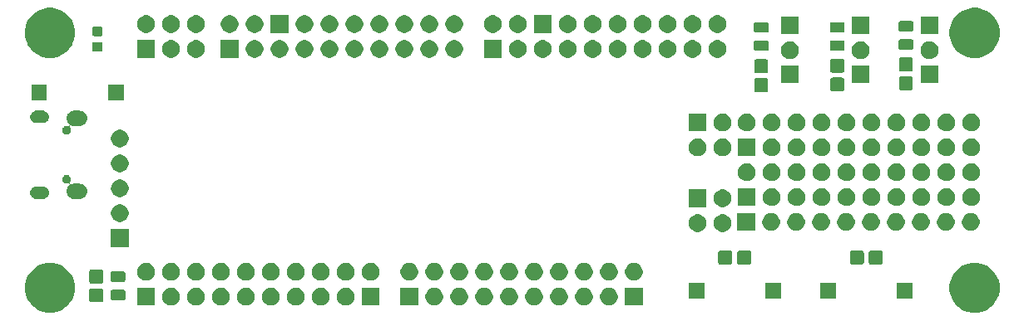
<source format=gbr>
G04 #@! TF.GenerationSoftware,KiCad,Pcbnew,(5.1.5)-2*
G04 #@! TF.CreationDate,2020-04-05T00:52:07+07:00*
G04 #@! TF.ProjectId,KIT_PIC16F1937,4b49545f-5049-4433-9136-46313933372e,rev?*
G04 #@! TF.SameCoordinates,Original*
G04 #@! TF.FileFunction,Soldermask,Top*
G04 #@! TF.FilePolarity,Negative*
%FSLAX46Y46*%
G04 Gerber Fmt 4.6, Leading zero omitted, Abs format (unit mm)*
G04 Created by KiCad (PCBNEW (5.1.5)-2) date 2020-04-05 00:52:07*
%MOMM*%
%LPD*%
G04 APERTURE LIST*
%ADD10C,0.100000*%
G04 APERTURE END LIST*
D10*
G36*
X240139098Y-123150033D02*
G01*
X240603350Y-123342332D01*
X240603352Y-123342333D01*
X241021168Y-123621509D01*
X241376491Y-123976832D01*
X241645067Y-124378784D01*
X241655668Y-124394650D01*
X241847967Y-124858902D01*
X241946000Y-125351747D01*
X241946000Y-125854253D01*
X241847967Y-126347098D01*
X241655668Y-126811350D01*
X241655667Y-126811352D01*
X241376491Y-127229168D01*
X241021168Y-127584491D01*
X240603352Y-127863667D01*
X240603351Y-127863668D01*
X240603350Y-127863668D01*
X240139098Y-128055967D01*
X239646253Y-128154000D01*
X239143747Y-128154000D01*
X238650902Y-128055967D01*
X238186650Y-127863668D01*
X238186649Y-127863668D01*
X238186648Y-127863667D01*
X237768832Y-127584491D01*
X237413509Y-127229168D01*
X237134333Y-126811352D01*
X237134332Y-126811350D01*
X236942033Y-126347098D01*
X236844000Y-125854253D01*
X236844000Y-125351747D01*
X236942033Y-124858902D01*
X237134332Y-124394650D01*
X237144933Y-124378784D01*
X237413509Y-123976832D01*
X237768832Y-123621509D01*
X238186648Y-123342333D01*
X238186650Y-123342332D01*
X238650902Y-123150033D01*
X239143747Y-123052000D01*
X239646253Y-123052000D01*
X240139098Y-123150033D01*
G37*
G36*
X146032098Y-123150033D02*
G01*
X146496350Y-123342332D01*
X146496352Y-123342333D01*
X146914168Y-123621509D01*
X147269491Y-123976832D01*
X147538067Y-124378784D01*
X147548668Y-124394650D01*
X147740967Y-124858902D01*
X147839000Y-125351747D01*
X147839000Y-125854253D01*
X147740967Y-126347098D01*
X147548668Y-126811350D01*
X147548667Y-126811352D01*
X147269491Y-127229168D01*
X146914168Y-127584491D01*
X146496352Y-127863667D01*
X146496351Y-127863668D01*
X146496350Y-127863668D01*
X146032098Y-128055967D01*
X145539253Y-128154000D01*
X145036747Y-128154000D01*
X144543902Y-128055967D01*
X144079650Y-127863668D01*
X144079649Y-127863668D01*
X144079648Y-127863667D01*
X143661832Y-127584491D01*
X143306509Y-127229168D01*
X143027333Y-126811352D01*
X143027332Y-126811350D01*
X142835033Y-126347098D01*
X142737000Y-125854253D01*
X142737000Y-125351747D01*
X142835033Y-124858902D01*
X143027332Y-124394650D01*
X143037933Y-124378784D01*
X143306509Y-123976832D01*
X143661832Y-123621509D01*
X144079648Y-123342333D01*
X144079650Y-123342332D01*
X144543902Y-123150033D01*
X145036747Y-123052000D01*
X145539253Y-123052000D01*
X146032098Y-123150033D01*
G37*
G36*
X205625000Y-127393000D02*
G01*
X203823000Y-127393000D01*
X203823000Y-125591000D01*
X205625000Y-125591000D01*
X205625000Y-127393000D01*
G37*
G36*
X165340512Y-125595927D02*
G01*
X165489812Y-125625624D01*
X165653784Y-125693544D01*
X165801354Y-125792147D01*
X165926853Y-125917646D01*
X166025456Y-126065216D01*
X166093376Y-126229188D01*
X166128000Y-126403259D01*
X166128000Y-126580741D01*
X166093376Y-126754812D01*
X166025456Y-126918784D01*
X165926853Y-127066354D01*
X165801354Y-127191853D01*
X165653784Y-127290456D01*
X165489812Y-127358376D01*
X165340512Y-127388073D01*
X165315742Y-127393000D01*
X165138258Y-127393000D01*
X165113488Y-127388073D01*
X164964188Y-127358376D01*
X164800216Y-127290456D01*
X164652646Y-127191853D01*
X164527147Y-127066354D01*
X164428544Y-126918784D01*
X164360624Y-126754812D01*
X164326000Y-126580741D01*
X164326000Y-126403259D01*
X164360624Y-126229188D01*
X164428544Y-126065216D01*
X164527147Y-125917646D01*
X164652646Y-125792147D01*
X164800216Y-125693544D01*
X164964188Y-125625624D01*
X165113488Y-125595927D01*
X165138258Y-125591000D01*
X165315742Y-125591000D01*
X165340512Y-125595927D01*
G37*
G36*
X167880512Y-125595927D02*
G01*
X168029812Y-125625624D01*
X168193784Y-125693544D01*
X168341354Y-125792147D01*
X168466853Y-125917646D01*
X168565456Y-126065216D01*
X168633376Y-126229188D01*
X168668000Y-126403259D01*
X168668000Y-126580741D01*
X168633376Y-126754812D01*
X168565456Y-126918784D01*
X168466853Y-127066354D01*
X168341354Y-127191853D01*
X168193784Y-127290456D01*
X168029812Y-127358376D01*
X167880512Y-127388073D01*
X167855742Y-127393000D01*
X167678258Y-127393000D01*
X167653488Y-127388073D01*
X167504188Y-127358376D01*
X167340216Y-127290456D01*
X167192646Y-127191853D01*
X167067147Y-127066354D01*
X166968544Y-126918784D01*
X166900624Y-126754812D01*
X166866000Y-126580741D01*
X166866000Y-126403259D01*
X166900624Y-126229188D01*
X166968544Y-126065216D01*
X167067147Y-125917646D01*
X167192646Y-125792147D01*
X167340216Y-125693544D01*
X167504188Y-125625624D01*
X167653488Y-125595927D01*
X167678258Y-125591000D01*
X167855742Y-125591000D01*
X167880512Y-125595927D01*
G37*
G36*
X157720512Y-125595927D02*
G01*
X157869812Y-125625624D01*
X158033784Y-125693544D01*
X158181354Y-125792147D01*
X158306853Y-125917646D01*
X158405456Y-126065216D01*
X158473376Y-126229188D01*
X158508000Y-126403259D01*
X158508000Y-126580741D01*
X158473376Y-126754812D01*
X158405456Y-126918784D01*
X158306853Y-127066354D01*
X158181354Y-127191853D01*
X158033784Y-127290456D01*
X157869812Y-127358376D01*
X157720512Y-127388073D01*
X157695742Y-127393000D01*
X157518258Y-127393000D01*
X157493488Y-127388073D01*
X157344188Y-127358376D01*
X157180216Y-127290456D01*
X157032646Y-127191853D01*
X156907147Y-127066354D01*
X156808544Y-126918784D01*
X156740624Y-126754812D01*
X156706000Y-126580741D01*
X156706000Y-126403259D01*
X156740624Y-126229188D01*
X156808544Y-126065216D01*
X156907147Y-125917646D01*
X157032646Y-125792147D01*
X157180216Y-125693544D01*
X157344188Y-125625624D01*
X157493488Y-125595927D01*
X157518258Y-125591000D01*
X157695742Y-125591000D01*
X157720512Y-125595927D01*
G37*
G36*
X170420512Y-125595927D02*
G01*
X170569812Y-125625624D01*
X170733784Y-125693544D01*
X170881354Y-125792147D01*
X171006853Y-125917646D01*
X171105456Y-126065216D01*
X171173376Y-126229188D01*
X171208000Y-126403259D01*
X171208000Y-126580741D01*
X171173376Y-126754812D01*
X171105456Y-126918784D01*
X171006853Y-127066354D01*
X170881354Y-127191853D01*
X170733784Y-127290456D01*
X170569812Y-127358376D01*
X170420512Y-127388073D01*
X170395742Y-127393000D01*
X170218258Y-127393000D01*
X170193488Y-127388073D01*
X170044188Y-127358376D01*
X169880216Y-127290456D01*
X169732646Y-127191853D01*
X169607147Y-127066354D01*
X169508544Y-126918784D01*
X169440624Y-126754812D01*
X169406000Y-126580741D01*
X169406000Y-126403259D01*
X169440624Y-126229188D01*
X169508544Y-126065216D01*
X169607147Y-125917646D01*
X169732646Y-125792147D01*
X169880216Y-125693544D01*
X170044188Y-125625624D01*
X170193488Y-125595927D01*
X170218258Y-125591000D01*
X170395742Y-125591000D01*
X170420512Y-125595927D01*
G37*
G36*
X155968000Y-127393000D02*
G01*
X154166000Y-127393000D01*
X154166000Y-125591000D01*
X155968000Y-125591000D01*
X155968000Y-127393000D01*
G37*
G36*
X172960512Y-125595927D02*
G01*
X173109812Y-125625624D01*
X173273784Y-125693544D01*
X173421354Y-125792147D01*
X173546853Y-125917646D01*
X173645456Y-126065216D01*
X173713376Y-126229188D01*
X173748000Y-126403259D01*
X173748000Y-126580741D01*
X173713376Y-126754812D01*
X173645456Y-126918784D01*
X173546853Y-127066354D01*
X173421354Y-127191853D01*
X173273784Y-127290456D01*
X173109812Y-127358376D01*
X172960512Y-127388073D01*
X172935742Y-127393000D01*
X172758258Y-127393000D01*
X172733488Y-127388073D01*
X172584188Y-127358376D01*
X172420216Y-127290456D01*
X172272646Y-127191853D01*
X172147147Y-127066354D01*
X172048544Y-126918784D01*
X171980624Y-126754812D01*
X171946000Y-126580741D01*
X171946000Y-126403259D01*
X171980624Y-126229188D01*
X172048544Y-126065216D01*
X172147147Y-125917646D01*
X172272646Y-125792147D01*
X172420216Y-125693544D01*
X172584188Y-125625624D01*
X172733488Y-125595927D01*
X172758258Y-125591000D01*
X172935742Y-125591000D01*
X172960512Y-125595927D01*
G37*
G36*
X175500512Y-125595927D02*
G01*
X175649812Y-125625624D01*
X175813784Y-125693544D01*
X175961354Y-125792147D01*
X176086853Y-125917646D01*
X176185456Y-126065216D01*
X176253376Y-126229188D01*
X176288000Y-126403259D01*
X176288000Y-126580741D01*
X176253376Y-126754812D01*
X176185456Y-126918784D01*
X176086853Y-127066354D01*
X175961354Y-127191853D01*
X175813784Y-127290456D01*
X175649812Y-127358376D01*
X175500512Y-127388073D01*
X175475742Y-127393000D01*
X175298258Y-127393000D01*
X175273488Y-127388073D01*
X175124188Y-127358376D01*
X174960216Y-127290456D01*
X174812646Y-127191853D01*
X174687147Y-127066354D01*
X174588544Y-126918784D01*
X174520624Y-126754812D01*
X174486000Y-126580741D01*
X174486000Y-126403259D01*
X174520624Y-126229188D01*
X174588544Y-126065216D01*
X174687147Y-125917646D01*
X174812646Y-125792147D01*
X174960216Y-125693544D01*
X175124188Y-125625624D01*
X175273488Y-125595927D01*
X175298258Y-125591000D01*
X175475742Y-125591000D01*
X175500512Y-125595927D01*
G37*
G36*
X178828000Y-127393000D02*
G01*
X177026000Y-127393000D01*
X177026000Y-125591000D01*
X178828000Y-125591000D01*
X178828000Y-127393000D01*
G37*
G36*
X202297512Y-125595927D02*
G01*
X202446812Y-125625624D01*
X202610784Y-125693544D01*
X202758354Y-125792147D01*
X202883853Y-125917646D01*
X202982456Y-126065216D01*
X203050376Y-126229188D01*
X203085000Y-126403259D01*
X203085000Y-126580741D01*
X203050376Y-126754812D01*
X202982456Y-126918784D01*
X202883853Y-127066354D01*
X202758354Y-127191853D01*
X202610784Y-127290456D01*
X202446812Y-127358376D01*
X202297512Y-127388073D01*
X202272742Y-127393000D01*
X202095258Y-127393000D01*
X202070488Y-127388073D01*
X201921188Y-127358376D01*
X201757216Y-127290456D01*
X201609646Y-127191853D01*
X201484147Y-127066354D01*
X201385544Y-126918784D01*
X201317624Y-126754812D01*
X201283000Y-126580741D01*
X201283000Y-126403259D01*
X201317624Y-126229188D01*
X201385544Y-126065216D01*
X201484147Y-125917646D01*
X201609646Y-125792147D01*
X201757216Y-125693544D01*
X201921188Y-125625624D01*
X202070488Y-125595927D01*
X202095258Y-125591000D01*
X202272742Y-125591000D01*
X202297512Y-125595927D01*
G37*
G36*
X184517512Y-125595927D02*
G01*
X184666812Y-125625624D01*
X184830784Y-125693544D01*
X184978354Y-125792147D01*
X185103853Y-125917646D01*
X185202456Y-126065216D01*
X185270376Y-126229188D01*
X185305000Y-126403259D01*
X185305000Y-126580741D01*
X185270376Y-126754812D01*
X185202456Y-126918784D01*
X185103853Y-127066354D01*
X184978354Y-127191853D01*
X184830784Y-127290456D01*
X184666812Y-127358376D01*
X184517512Y-127388073D01*
X184492742Y-127393000D01*
X184315258Y-127393000D01*
X184290488Y-127388073D01*
X184141188Y-127358376D01*
X183977216Y-127290456D01*
X183829646Y-127191853D01*
X183704147Y-127066354D01*
X183605544Y-126918784D01*
X183537624Y-126754812D01*
X183503000Y-126580741D01*
X183503000Y-126403259D01*
X183537624Y-126229188D01*
X183605544Y-126065216D01*
X183704147Y-125917646D01*
X183829646Y-125792147D01*
X183977216Y-125693544D01*
X184141188Y-125625624D01*
X184290488Y-125595927D01*
X184315258Y-125591000D01*
X184492742Y-125591000D01*
X184517512Y-125595927D01*
G37*
G36*
X197217512Y-125595927D02*
G01*
X197366812Y-125625624D01*
X197530784Y-125693544D01*
X197678354Y-125792147D01*
X197803853Y-125917646D01*
X197902456Y-126065216D01*
X197970376Y-126229188D01*
X198005000Y-126403259D01*
X198005000Y-126580741D01*
X197970376Y-126754812D01*
X197902456Y-126918784D01*
X197803853Y-127066354D01*
X197678354Y-127191853D01*
X197530784Y-127290456D01*
X197366812Y-127358376D01*
X197217512Y-127388073D01*
X197192742Y-127393000D01*
X197015258Y-127393000D01*
X196990488Y-127388073D01*
X196841188Y-127358376D01*
X196677216Y-127290456D01*
X196529646Y-127191853D01*
X196404147Y-127066354D01*
X196305544Y-126918784D01*
X196237624Y-126754812D01*
X196203000Y-126580741D01*
X196203000Y-126403259D01*
X196237624Y-126229188D01*
X196305544Y-126065216D01*
X196404147Y-125917646D01*
X196529646Y-125792147D01*
X196677216Y-125693544D01*
X196841188Y-125625624D01*
X196990488Y-125595927D01*
X197015258Y-125591000D01*
X197192742Y-125591000D01*
X197217512Y-125595927D01*
G37*
G36*
X194677512Y-125595927D02*
G01*
X194826812Y-125625624D01*
X194990784Y-125693544D01*
X195138354Y-125792147D01*
X195263853Y-125917646D01*
X195362456Y-126065216D01*
X195430376Y-126229188D01*
X195465000Y-126403259D01*
X195465000Y-126580741D01*
X195430376Y-126754812D01*
X195362456Y-126918784D01*
X195263853Y-127066354D01*
X195138354Y-127191853D01*
X194990784Y-127290456D01*
X194826812Y-127358376D01*
X194677512Y-127388073D01*
X194652742Y-127393000D01*
X194475258Y-127393000D01*
X194450488Y-127388073D01*
X194301188Y-127358376D01*
X194137216Y-127290456D01*
X193989646Y-127191853D01*
X193864147Y-127066354D01*
X193765544Y-126918784D01*
X193697624Y-126754812D01*
X193663000Y-126580741D01*
X193663000Y-126403259D01*
X193697624Y-126229188D01*
X193765544Y-126065216D01*
X193864147Y-125917646D01*
X193989646Y-125792147D01*
X194137216Y-125693544D01*
X194301188Y-125625624D01*
X194450488Y-125595927D01*
X194475258Y-125591000D01*
X194652742Y-125591000D01*
X194677512Y-125595927D01*
G37*
G36*
X192137512Y-125595927D02*
G01*
X192286812Y-125625624D01*
X192450784Y-125693544D01*
X192598354Y-125792147D01*
X192723853Y-125917646D01*
X192822456Y-126065216D01*
X192890376Y-126229188D01*
X192925000Y-126403259D01*
X192925000Y-126580741D01*
X192890376Y-126754812D01*
X192822456Y-126918784D01*
X192723853Y-127066354D01*
X192598354Y-127191853D01*
X192450784Y-127290456D01*
X192286812Y-127358376D01*
X192137512Y-127388073D01*
X192112742Y-127393000D01*
X191935258Y-127393000D01*
X191910488Y-127388073D01*
X191761188Y-127358376D01*
X191597216Y-127290456D01*
X191449646Y-127191853D01*
X191324147Y-127066354D01*
X191225544Y-126918784D01*
X191157624Y-126754812D01*
X191123000Y-126580741D01*
X191123000Y-126403259D01*
X191157624Y-126229188D01*
X191225544Y-126065216D01*
X191324147Y-125917646D01*
X191449646Y-125792147D01*
X191597216Y-125693544D01*
X191761188Y-125625624D01*
X191910488Y-125595927D01*
X191935258Y-125591000D01*
X192112742Y-125591000D01*
X192137512Y-125595927D01*
G37*
G36*
X189597512Y-125595927D02*
G01*
X189746812Y-125625624D01*
X189910784Y-125693544D01*
X190058354Y-125792147D01*
X190183853Y-125917646D01*
X190282456Y-126065216D01*
X190350376Y-126229188D01*
X190385000Y-126403259D01*
X190385000Y-126580741D01*
X190350376Y-126754812D01*
X190282456Y-126918784D01*
X190183853Y-127066354D01*
X190058354Y-127191853D01*
X189910784Y-127290456D01*
X189746812Y-127358376D01*
X189597512Y-127388073D01*
X189572742Y-127393000D01*
X189395258Y-127393000D01*
X189370488Y-127388073D01*
X189221188Y-127358376D01*
X189057216Y-127290456D01*
X188909646Y-127191853D01*
X188784147Y-127066354D01*
X188685544Y-126918784D01*
X188617624Y-126754812D01*
X188583000Y-126580741D01*
X188583000Y-126403259D01*
X188617624Y-126229188D01*
X188685544Y-126065216D01*
X188784147Y-125917646D01*
X188909646Y-125792147D01*
X189057216Y-125693544D01*
X189221188Y-125625624D01*
X189370488Y-125595927D01*
X189395258Y-125591000D01*
X189572742Y-125591000D01*
X189597512Y-125595927D01*
G37*
G36*
X187057512Y-125595927D02*
G01*
X187206812Y-125625624D01*
X187370784Y-125693544D01*
X187518354Y-125792147D01*
X187643853Y-125917646D01*
X187742456Y-126065216D01*
X187810376Y-126229188D01*
X187845000Y-126403259D01*
X187845000Y-126580741D01*
X187810376Y-126754812D01*
X187742456Y-126918784D01*
X187643853Y-127066354D01*
X187518354Y-127191853D01*
X187370784Y-127290456D01*
X187206812Y-127358376D01*
X187057512Y-127388073D01*
X187032742Y-127393000D01*
X186855258Y-127393000D01*
X186830488Y-127388073D01*
X186681188Y-127358376D01*
X186517216Y-127290456D01*
X186369646Y-127191853D01*
X186244147Y-127066354D01*
X186145544Y-126918784D01*
X186077624Y-126754812D01*
X186043000Y-126580741D01*
X186043000Y-126403259D01*
X186077624Y-126229188D01*
X186145544Y-126065216D01*
X186244147Y-125917646D01*
X186369646Y-125792147D01*
X186517216Y-125693544D01*
X186681188Y-125625624D01*
X186830488Y-125595927D01*
X186855258Y-125591000D01*
X187032742Y-125591000D01*
X187057512Y-125595927D01*
G37*
G36*
X162800512Y-125595927D02*
G01*
X162949812Y-125625624D01*
X163113784Y-125693544D01*
X163261354Y-125792147D01*
X163386853Y-125917646D01*
X163485456Y-126065216D01*
X163553376Y-126229188D01*
X163588000Y-126403259D01*
X163588000Y-126580741D01*
X163553376Y-126754812D01*
X163485456Y-126918784D01*
X163386853Y-127066354D01*
X163261354Y-127191853D01*
X163113784Y-127290456D01*
X162949812Y-127358376D01*
X162800512Y-127388073D01*
X162775742Y-127393000D01*
X162598258Y-127393000D01*
X162573488Y-127388073D01*
X162424188Y-127358376D01*
X162260216Y-127290456D01*
X162112646Y-127191853D01*
X161987147Y-127066354D01*
X161888544Y-126918784D01*
X161820624Y-126754812D01*
X161786000Y-126580741D01*
X161786000Y-126403259D01*
X161820624Y-126229188D01*
X161888544Y-126065216D01*
X161987147Y-125917646D01*
X162112646Y-125792147D01*
X162260216Y-125693544D01*
X162424188Y-125625624D01*
X162573488Y-125595927D01*
X162598258Y-125591000D01*
X162775742Y-125591000D01*
X162800512Y-125595927D01*
G37*
G36*
X182765000Y-127393000D02*
G01*
X180963000Y-127393000D01*
X180963000Y-125591000D01*
X182765000Y-125591000D01*
X182765000Y-127393000D01*
G37*
G36*
X160260512Y-125595927D02*
G01*
X160409812Y-125625624D01*
X160573784Y-125693544D01*
X160721354Y-125792147D01*
X160846853Y-125917646D01*
X160945456Y-126065216D01*
X161013376Y-126229188D01*
X161048000Y-126403259D01*
X161048000Y-126580741D01*
X161013376Y-126754812D01*
X160945456Y-126918784D01*
X160846853Y-127066354D01*
X160721354Y-127191853D01*
X160573784Y-127290456D01*
X160409812Y-127358376D01*
X160260512Y-127388073D01*
X160235742Y-127393000D01*
X160058258Y-127393000D01*
X160033488Y-127388073D01*
X159884188Y-127358376D01*
X159720216Y-127290456D01*
X159572646Y-127191853D01*
X159447147Y-127066354D01*
X159348544Y-126918784D01*
X159280624Y-126754812D01*
X159246000Y-126580741D01*
X159246000Y-126403259D01*
X159280624Y-126229188D01*
X159348544Y-126065216D01*
X159447147Y-125917646D01*
X159572646Y-125792147D01*
X159720216Y-125693544D01*
X159884188Y-125625624D01*
X160033488Y-125595927D01*
X160058258Y-125591000D01*
X160235742Y-125591000D01*
X160260512Y-125595927D01*
G37*
G36*
X199757512Y-125595927D02*
G01*
X199906812Y-125625624D01*
X200070784Y-125693544D01*
X200218354Y-125792147D01*
X200343853Y-125917646D01*
X200442456Y-126065216D01*
X200510376Y-126229188D01*
X200545000Y-126403259D01*
X200545000Y-126580741D01*
X200510376Y-126754812D01*
X200442456Y-126918784D01*
X200343853Y-127066354D01*
X200218354Y-127191853D01*
X200070784Y-127290456D01*
X199906812Y-127358376D01*
X199757512Y-127388073D01*
X199732742Y-127393000D01*
X199555258Y-127393000D01*
X199530488Y-127388073D01*
X199381188Y-127358376D01*
X199217216Y-127290456D01*
X199069646Y-127191853D01*
X198944147Y-127066354D01*
X198845544Y-126918784D01*
X198777624Y-126754812D01*
X198743000Y-126580741D01*
X198743000Y-126403259D01*
X198777624Y-126229188D01*
X198845544Y-126065216D01*
X198944147Y-125917646D01*
X199069646Y-125792147D01*
X199217216Y-125693544D01*
X199381188Y-125625624D01*
X199530488Y-125595927D01*
X199555258Y-125591000D01*
X199732742Y-125591000D01*
X199757512Y-125595927D01*
G37*
G36*
X150545781Y-125653295D02*
G01*
X150581816Y-125664227D01*
X150615024Y-125681977D01*
X150644134Y-125705866D01*
X150668023Y-125734976D01*
X150685773Y-125768184D01*
X150696705Y-125804219D01*
X150701000Y-125847831D01*
X150701000Y-126877169D01*
X150696705Y-126920781D01*
X150685773Y-126956816D01*
X150668023Y-126990024D01*
X150644134Y-127019134D01*
X150615024Y-127043023D01*
X150581816Y-127060773D01*
X150545781Y-127071705D01*
X150502169Y-127076000D01*
X149497831Y-127076000D01*
X149454219Y-127071705D01*
X149418184Y-127060773D01*
X149384976Y-127043023D01*
X149355866Y-127019134D01*
X149331977Y-126990024D01*
X149314227Y-126956816D01*
X149303295Y-126920781D01*
X149299000Y-126877169D01*
X149299000Y-125847831D01*
X149303295Y-125804219D01*
X149314227Y-125768184D01*
X149331977Y-125734976D01*
X149355866Y-125705866D01*
X149384976Y-125681977D01*
X149418184Y-125664227D01*
X149454219Y-125653295D01*
X149497831Y-125649000D01*
X150502169Y-125649000D01*
X150545781Y-125653295D01*
G37*
G36*
X152784468Y-125803565D02*
G01*
X152823138Y-125815296D01*
X152858777Y-125834346D01*
X152890017Y-125859983D01*
X152915654Y-125891223D01*
X152934704Y-125926862D01*
X152946435Y-125965532D01*
X152951000Y-126011888D01*
X152951000Y-126663112D01*
X152946435Y-126709468D01*
X152934704Y-126748138D01*
X152915654Y-126783777D01*
X152890017Y-126815017D01*
X152858777Y-126840654D01*
X152823138Y-126859704D01*
X152784468Y-126871435D01*
X152738112Y-126876000D01*
X151661888Y-126876000D01*
X151615532Y-126871435D01*
X151576862Y-126859704D01*
X151541223Y-126840654D01*
X151509983Y-126815017D01*
X151484346Y-126783777D01*
X151465296Y-126748138D01*
X151453565Y-126709468D01*
X151449000Y-126663112D01*
X151449000Y-126011888D01*
X151453565Y-125965532D01*
X151465296Y-125926862D01*
X151484346Y-125891223D01*
X151509983Y-125859983D01*
X151541223Y-125834346D01*
X151576862Y-125815296D01*
X151615532Y-125803565D01*
X151661888Y-125799000D01*
X152738112Y-125799000D01*
X152784468Y-125803565D01*
G37*
G36*
X225301000Y-126706000D02*
G01*
X223699000Y-126706000D01*
X223699000Y-125104000D01*
X225301000Y-125104000D01*
X225301000Y-126706000D01*
G37*
G36*
X233101000Y-126706000D02*
G01*
X231499000Y-126706000D01*
X231499000Y-125104000D01*
X233101000Y-125104000D01*
X233101000Y-126706000D01*
G37*
G36*
X219701000Y-126706000D02*
G01*
X218099000Y-126706000D01*
X218099000Y-125104000D01*
X219701000Y-125104000D01*
X219701000Y-126706000D01*
G37*
G36*
X211901000Y-126706000D02*
G01*
X210299000Y-126706000D01*
X210299000Y-125104000D01*
X211901000Y-125104000D01*
X211901000Y-126706000D01*
G37*
G36*
X150545781Y-123728295D02*
G01*
X150581816Y-123739227D01*
X150615024Y-123756977D01*
X150644134Y-123780866D01*
X150668023Y-123809976D01*
X150685773Y-123843184D01*
X150696705Y-123879219D01*
X150701000Y-123922831D01*
X150701000Y-124952169D01*
X150696705Y-124995781D01*
X150685773Y-125031816D01*
X150668023Y-125065024D01*
X150644134Y-125094134D01*
X150615024Y-125118023D01*
X150581816Y-125135773D01*
X150545781Y-125146705D01*
X150502169Y-125151000D01*
X149497831Y-125151000D01*
X149454219Y-125146705D01*
X149418184Y-125135773D01*
X149384976Y-125118023D01*
X149355866Y-125094134D01*
X149331977Y-125065024D01*
X149314227Y-125031816D01*
X149303295Y-124995781D01*
X149299000Y-124952169D01*
X149299000Y-123922831D01*
X149303295Y-123879219D01*
X149314227Y-123843184D01*
X149331977Y-123809976D01*
X149355866Y-123780866D01*
X149384976Y-123756977D01*
X149418184Y-123739227D01*
X149454219Y-123728295D01*
X149497831Y-123724000D01*
X150502169Y-123724000D01*
X150545781Y-123728295D01*
G37*
G36*
X152784468Y-123928565D02*
G01*
X152823138Y-123940296D01*
X152858777Y-123959346D01*
X152890017Y-123984983D01*
X152915654Y-124016223D01*
X152934704Y-124051862D01*
X152946435Y-124090532D01*
X152951000Y-124136888D01*
X152951000Y-124788112D01*
X152946435Y-124834468D01*
X152934704Y-124873138D01*
X152915654Y-124908777D01*
X152890017Y-124940017D01*
X152858777Y-124965654D01*
X152823138Y-124984704D01*
X152784468Y-124996435D01*
X152738112Y-125001000D01*
X151661888Y-125001000D01*
X151615532Y-124996435D01*
X151576862Y-124984704D01*
X151541223Y-124965654D01*
X151509983Y-124940017D01*
X151484346Y-124908777D01*
X151465296Y-124873138D01*
X151453565Y-124834468D01*
X151449000Y-124788112D01*
X151449000Y-124136888D01*
X151453565Y-124090532D01*
X151465296Y-124051862D01*
X151484346Y-124016223D01*
X151509983Y-123984983D01*
X151541223Y-123959346D01*
X151576862Y-123940296D01*
X151615532Y-123928565D01*
X151661888Y-123924000D01*
X152738112Y-123924000D01*
X152784468Y-123928565D01*
G37*
G36*
X178040512Y-123055927D02*
G01*
X178189812Y-123085624D01*
X178353784Y-123153544D01*
X178501354Y-123252147D01*
X178626853Y-123377646D01*
X178725456Y-123525216D01*
X178793376Y-123689188D01*
X178828000Y-123863259D01*
X178828000Y-124040741D01*
X178793376Y-124214812D01*
X178725456Y-124378784D01*
X178626853Y-124526354D01*
X178501354Y-124651853D01*
X178353784Y-124750456D01*
X178189812Y-124818376D01*
X178040512Y-124848073D01*
X178015742Y-124853000D01*
X177838258Y-124853000D01*
X177813488Y-124848073D01*
X177664188Y-124818376D01*
X177500216Y-124750456D01*
X177352646Y-124651853D01*
X177227147Y-124526354D01*
X177128544Y-124378784D01*
X177060624Y-124214812D01*
X177026000Y-124040741D01*
X177026000Y-123863259D01*
X177060624Y-123689188D01*
X177128544Y-123525216D01*
X177227147Y-123377646D01*
X177352646Y-123252147D01*
X177500216Y-123153544D01*
X177664188Y-123085624D01*
X177813488Y-123055927D01*
X177838258Y-123051000D01*
X178015742Y-123051000D01*
X178040512Y-123055927D01*
G37*
G36*
X155180512Y-123055927D02*
G01*
X155329812Y-123085624D01*
X155493784Y-123153544D01*
X155641354Y-123252147D01*
X155766853Y-123377646D01*
X155865456Y-123525216D01*
X155933376Y-123689188D01*
X155968000Y-123863259D01*
X155968000Y-124040741D01*
X155933376Y-124214812D01*
X155865456Y-124378784D01*
X155766853Y-124526354D01*
X155641354Y-124651853D01*
X155493784Y-124750456D01*
X155329812Y-124818376D01*
X155180512Y-124848073D01*
X155155742Y-124853000D01*
X154978258Y-124853000D01*
X154953488Y-124848073D01*
X154804188Y-124818376D01*
X154640216Y-124750456D01*
X154492646Y-124651853D01*
X154367147Y-124526354D01*
X154268544Y-124378784D01*
X154200624Y-124214812D01*
X154166000Y-124040741D01*
X154166000Y-123863259D01*
X154200624Y-123689188D01*
X154268544Y-123525216D01*
X154367147Y-123377646D01*
X154492646Y-123252147D01*
X154640216Y-123153544D01*
X154804188Y-123085624D01*
X154953488Y-123055927D01*
X154978258Y-123051000D01*
X155155742Y-123051000D01*
X155180512Y-123055927D01*
G37*
G36*
X157720512Y-123055927D02*
G01*
X157869812Y-123085624D01*
X158033784Y-123153544D01*
X158181354Y-123252147D01*
X158306853Y-123377646D01*
X158405456Y-123525216D01*
X158473376Y-123689188D01*
X158508000Y-123863259D01*
X158508000Y-124040741D01*
X158473376Y-124214812D01*
X158405456Y-124378784D01*
X158306853Y-124526354D01*
X158181354Y-124651853D01*
X158033784Y-124750456D01*
X157869812Y-124818376D01*
X157720512Y-124848073D01*
X157695742Y-124853000D01*
X157518258Y-124853000D01*
X157493488Y-124848073D01*
X157344188Y-124818376D01*
X157180216Y-124750456D01*
X157032646Y-124651853D01*
X156907147Y-124526354D01*
X156808544Y-124378784D01*
X156740624Y-124214812D01*
X156706000Y-124040741D01*
X156706000Y-123863259D01*
X156740624Y-123689188D01*
X156808544Y-123525216D01*
X156907147Y-123377646D01*
X157032646Y-123252147D01*
X157180216Y-123153544D01*
X157344188Y-123085624D01*
X157493488Y-123055927D01*
X157518258Y-123051000D01*
X157695742Y-123051000D01*
X157720512Y-123055927D01*
G37*
G36*
X160260512Y-123055927D02*
G01*
X160409812Y-123085624D01*
X160573784Y-123153544D01*
X160721354Y-123252147D01*
X160846853Y-123377646D01*
X160945456Y-123525216D01*
X161013376Y-123689188D01*
X161048000Y-123863259D01*
X161048000Y-124040741D01*
X161013376Y-124214812D01*
X160945456Y-124378784D01*
X160846853Y-124526354D01*
X160721354Y-124651853D01*
X160573784Y-124750456D01*
X160409812Y-124818376D01*
X160260512Y-124848073D01*
X160235742Y-124853000D01*
X160058258Y-124853000D01*
X160033488Y-124848073D01*
X159884188Y-124818376D01*
X159720216Y-124750456D01*
X159572646Y-124651853D01*
X159447147Y-124526354D01*
X159348544Y-124378784D01*
X159280624Y-124214812D01*
X159246000Y-124040741D01*
X159246000Y-123863259D01*
X159280624Y-123689188D01*
X159348544Y-123525216D01*
X159447147Y-123377646D01*
X159572646Y-123252147D01*
X159720216Y-123153544D01*
X159884188Y-123085624D01*
X160033488Y-123055927D01*
X160058258Y-123051000D01*
X160235742Y-123051000D01*
X160260512Y-123055927D01*
G37*
G36*
X165340512Y-123055927D02*
G01*
X165489812Y-123085624D01*
X165653784Y-123153544D01*
X165801354Y-123252147D01*
X165926853Y-123377646D01*
X166025456Y-123525216D01*
X166093376Y-123689188D01*
X166128000Y-123863259D01*
X166128000Y-124040741D01*
X166093376Y-124214812D01*
X166025456Y-124378784D01*
X165926853Y-124526354D01*
X165801354Y-124651853D01*
X165653784Y-124750456D01*
X165489812Y-124818376D01*
X165340512Y-124848073D01*
X165315742Y-124853000D01*
X165138258Y-124853000D01*
X165113488Y-124848073D01*
X164964188Y-124818376D01*
X164800216Y-124750456D01*
X164652646Y-124651853D01*
X164527147Y-124526354D01*
X164428544Y-124378784D01*
X164360624Y-124214812D01*
X164326000Y-124040741D01*
X164326000Y-123863259D01*
X164360624Y-123689188D01*
X164428544Y-123525216D01*
X164527147Y-123377646D01*
X164652646Y-123252147D01*
X164800216Y-123153544D01*
X164964188Y-123085624D01*
X165113488Y-123055927D01*
X165138258Y-123051000D01*
X165315742Y-123051000D01*
X165340512Y-123055927D01*
G37*
G36*
X204837512Y-123055927D02*
G01*
X204986812Y-123085624D01*
X205150784Y-123153544D01*
X205298354Y-123252147D01*
X205423853Y-123377646D01*
X205522456Y-123525216D01*
X205590376Y-123689188D01*
X205625000Y-123863259D01*
X205625000Y-124040741D01*
X205590376Y-124214812D01*
X205522456Y-124378784D01*
X205423853Y-124526354D01*
X205298354Y-124651853D01*
X205150784Y-124750456D01*
X204986812Y-124818376D01*
X204837512Y-124848073D01*
X204812742Y-124853000D01*
X204635258Y-124853000D01*
X204610488Y-124848073D01*
X204461188Y-124818376D01*
X204297216Y-124750456D01*
X204149646Y-124651853D01*
X204024147Y-124526354D01*
X203925544Y-124378784D01*
X203857624Y-124214812D01*
X203823000Y-124040741D01*
X203823000Y-123863259D01*
X203857624Y-123689188D01*
X203925544Y-123525216D01*
X204024147Y-123377646D01*
X204149646Y-123252147D01*
X204297216Y-123153544D01*
X204461188Y-123085624D01*
X204610488Y-123055927D01*
X204635258Y-123051000D01*
X204812742Y-123051000D01*
X204837512Y-123055927D01*
G37*
G36*
X202297512Y-123055927D02*
G01*
X202446812Y-123085624D01*
X202610784Y-123153544D01*
X202758354Y-123252147D01*
X202883853Y-123377646D01*
X202982456Y-123525216D01*
X203050376Y-123689188D01*
X203085000Y-123863259D01*
X203085000Y-124040741D01*
X203050376Y-124214812D01*
X202982456Y-124378784D01*
X202883853Y-124526354D01*
X202758354Y-124651853D01*
X202610784Y-124750456D01*
X202446812Y-124818376D01*
X202297512Y-124848073D01*
X202272742Y-124853000D01*
X202095258Y-124853000D01*
X202070488Y-124848073D01*
X201921188Y-124818376D01*
X201757216Y-124750456D01*
X201609646Y-124651853D01*
X201484147Y-124526354D01*
X201385544Y-124378784D01*
X201317624Y-124214812D01*
X201283000Y-124040741D01*
X201283000Y-123863259D01*
X201317624Y-123689188D01*
X201385544Y-123525216D01*
X201484147Y-123377646D01*
X201609646Y-123252147D01*
X201757216Y-123153544D01*
X201921188Y-123085624D01*
X202070488Y-123055927D01*
X202095258Y-123051000D01*
X202272742Y-123051000D01*
X202297512Y-123055927D01*
G37*
G36*
X199757512Y-123055927D02*
G01*
X199906812Y-123085624D01*
X200070784Y-123153544D01*
X200218354Y-123252147D01*
X200343853Y-123377646D01*
X200442456Y-123525216D01*
X200510376Y-123689188D01*
X200545000Y-123863259D01*
X200545000Y-124040741D01*
X200510376Y-124214812D01*
X200442456Y-124378784D01*
X200343853Y-124526354D01*
X200218354Y-124651853D01*
X200070784Y-124750456D01*
X199906812Y-124818376D01*
X199757512Y-124848073D01*
X199732742Y-124853000D01*
X199555258Y-124853000D01*
X199530488Y-124848073D01*
X199381188Y-124818376D01*
X199217216Y-124750456D01*
X199069646Y-124651853D01*
X198944147Y-124526354D01*
X198845544Y-124378784D01*
X198777624Y-124214812D01*
X198743000Y-124040741D01*
X198743000Y-123863259D01*
X198777624Y-123689188D01*
X198845544Y-123525216D01*
X198944147Y-123377646D01*
X199069646Y-123252147D01*
X199217216Y-123153544D01*
X199381188Y-123085624D01*
X199530488Y-123055927D01*
X199555258Y-123051000D01*
X199732742Y-123051000D01*
X199757512Y-123055927D01*
G37*
G36*
X197217512Y-123055927D02*
G01*
X197366812Y-123085624D01*
X197530784Y-123153544D01*
X197678354Y-123252147D01*
X197803853Y-123377646D01*
X197902456Y-123525216D01*
X197970376Y-123689188D01*
X198005000Y-123863259D01*
X198005000Y-124040741D01*
X197970376Y-124214812D01*
X197902456Y-124378784D01*
X197803853Y-124526354D01*
X197678354Y-124651853D01*
X197530784Y-124750456D01*
X197366812Y-124818376D01*
X197217512Y-124848073D01*
X197192742Y-124853000D01*
X197015258Y-124853000D01*
X196990488Y-124848073D01*
X196841188Y-124818376D01*
X196677216Y-124750456D01*
X196529646Y-124651853D01*
X196404147Y-124526354D01*
X196305544Y-124378784D01*
X196237624Y-124214812D01*
X196203000Y-124040741D01*
X196203000Y-123863259D01*
X196237624Y-123689188D01*
X196305544Y-123525216D01*
X196404147Y-123377646D01*
X196529646Y-123252147D01*
X196677216Y-123153544D01*
X196841188Y-123085624D01*
X196990488Y-123055927D01*
X197015258Y-123051000D01*
X197192742Y-123051000D01*
X197217512Y-123055927D01*
G37*
G36*
X184517512Y-123055927D02*
G01*
X184666812Y-123085624D01*
X184830784Y-123153544D01*
X184978354Y-123252147D01*
X185103853Y-123377646D01*
X185202456Y-123525216D01*
X185270376Y-123689188D01*
X185305000Y-123863259D01*
X185305000Y-124040741D01*
X185270376Y-124214812D01*
X185202456Y-124378784D01*
X185103853Y-124526354D01*
X184978354Y-124651853D01*
X184830784Y-124750456D01*
X184666812Y-124818376D01*
X184517512Y-124848073D01*
X184492742Y-124853000D01*
X184315258Y-124853000D01*
X184290488Y-124848073D01*
X184141188Y-124818376D01*
X183977216Y-124750456D01*
X183829646Y-124651853D01*
X183704147Y-124526354D01*
X183605544Y-124378784D01*
X183537624Y-124214812D01*
X183503000Y-124040741D01*
X183503000Y-123863259D01*
X183537624Y-123689188D01*
X183605544Y-123525216D01*
X183704147Y-123377646D01*
X183829646Y-123252147D01*
X183977216Y-123153544D01*
X184141188Y-123085624D01*
X184290488Y-123055927D01*
X184315258Y-123051000D01*
X184492742Y-123051000D01*
X184517512Y-123055927D01*
G37*
G36*
X181977512Y-123055927D02*
G01*
X182126812Y-123085624D01*
X182290784Y-123153544D01*
X182438354Y-123252147D01*
X182563853Y-123377646D01*
X182662456Y-123525216D01*
X182730376Y-123689188D01*
X182765000Y-123863259D01*
X182765000Y-124040741D01*
X182730376Y-124214812D01*
X182662456Y-124378784D01*
X182563853Y-124526354D01*
X182438354Y-124651853D01*
X182290784Y-124750456D01*
X182126812Y-124818376D01*
X181977512Y-124848073D01*
X181952742Y-124853000D01*
X181775258Y-124853000D01*
X181750488Y-124848073D01*
X181601188Y-124818376D01*
X181437216Y-124750456D01*
X181289646Y-124651853D01*
X181164147Y-124526354D01*
X181065544Y-124378784D01*
X180997624Y-124214812D01*
X180963000Y-124040741D01*
X180963000Y-123863259D01*
X180997624Y-123689188D01*
X181065544Y-123525216D01*
X181164147Y-123377646D01*
X181289646Y-123252147D01*
X181437216Y-123153544D01*
X181601188Y-123085624D01*
X181750488Y-123055927D01*
X181775258Y-123051000D01*
X181952742Y-123051000D01*
X181977512Y-123055927D01*
G37*
G36*
X187057512Y-123055927D02*
G01*
X187206812Y-123085624D01*
X187370784Y-123153544D01*
X187518354Y-123252147D01*
X187643853Y-123377646D01*
X187742456Y-123525216D01*
X187810376Y-123689188D01*
X187845000Y-123863259D01*
X187845000Y-124040741D01*
X187810376Y-124214812D01*
X187742456Y-124378784D01*
X187643853Y-124526354D01*
X187518354Y-124651853D01*
X187370784Y-124750456D01*
X187206812Y-124818376D01*
X187057512Y-124848073D01*
X187032742Y-124853000D01*
X186855258Y-124853000D01*
X186830488Y-124848073D01*
X186681188Y-124818376D01*
X186517216Y-124750456D01*
X186369646Y-124651853D01*
X186244147Y-124526354D01*
X186145544Y-124378784D01*
X186077624Y-124214812D01*
X186043000Y-124040741D01*
X186043000Y-123863259D01*
X186077624Y-123689188D01*
X186145544Y-123525216D01*
X186244147Y-123377646D01*
X186369646Y-123252147D01*
X186517216Y-123153544D01*
X186681188Y-123085624D01*
X186830488Y-123055927D01*
X186855258Y-123051000D01*
X187032742Y-123051000D01*
X187057512Y-123055927D01*
G37*
G36*
X175500512Y-123055927D02*
G01*
X175649812Y-123085624D01*
X175813784Y-123153544D01*
X175961354Y-123252147D01*
X176086853Y-123377646D01*
X176185456Y-123525216D01*
X176253376Y-123689188D01*
X176288000Y-123863259D01*
X176288000Y-124040741D01*
X176253376Y-124214812D01*
X176185456Y-124378784D01*
X176086853Y-124526354D01*
X175961354Y-124651853D01*
X175813784Y-124750456D01*
X175649812Y-124818376D01*
X175500512Y-124848073D01*
X175475742Y-124853000D01*
X175298258Y-124853000D01*
X175273488Y-124848073D01*
X175124188Y-124818376D01*
X174960216Y-124750456D01*
X174812646Y-124651853D01*
X174687147Y-124526354D01*
X174588544Y-124378784D01*
X174520624Y-124214812D01*
X174486000Y-124040741D01*
X174486000Y-123863259D01*
X174520624Y-123689188D01*
X174588544Y-123525216D01*
X174687147Y-123377646D01*
X174812646Y-123252147D01*
X174960216Y-123153544D01*
X175124188Y-123085624D01*
X175273488Y-123055927D01*
X175298258Y-123051000D01*
X175475742Y-123051000D01*
X175500512Y-123055927D01*
G37*
G36*
X189597512Y-123055927D02*
G01*
X189746812Y-123085624D01*
X189910784Y-123153544D01*
X190058354Y-123252147D01*
X190183853Y-123377646D01*
X190282456Y-123525216D01*
X190350376Y-123689188D01*
X190385000Y-123863259D01*
X190385000Y-124040741D01*
X190350376Y-124214812D01*
X190282456Y-124378784D01*
X190183853Y-124526354D01*
X190058354Y-124651853D01*
X189910784Y-124750456D01*
X189746812Y-124818376D01*
X189597512Y-124848073D01*
X189572742Y-124853000D01*
X189395258Y-124853000D01*
X189370488Y-124848073D01*
X189221188Y-124818376D01*
X189057216Y-124750456D01*
X188909646Y-124651853D01*
X188784147Y-124526354D01*
X188685544Y-124378784D01*
X188617624Y-124214812D01*
X188583000Y-124040741D01*
X188583000Y-123863259D01*
X188617624Y-123689188D01*
X188685544Y-123525216D01*
X188784147Y-123377646D01*
X188909646Y-123252147D01*
X189057216Y-123153544D01*
X189221188Y-123085624D01*
X189370488Y-123055927D01*
X189395258Y-123051000D01*
X189572742Y-123051000D01*
X189597512Y-123055927D01*
G37*
G36*
X172960512Y-123055927D02*
G01*
X173109812Y-123085624D01*
X173273784Y-123153544D01*
X173421354Y-123252147D01*
X173546853Y-123377646D01*
X173645456Y-123525216D01*
X173713376Y-123689188D01*
X173748000Y-123863259D01*
X173748000Y-124040741D01*
X173713376Y-124214812D01*
X173645456Y-124378784D01*
X173546853Y-124526354D01*
X173421354Y-124651853D01*
X173273784Y-124750456D01*
X173109812Y-124818376D01*
X172960512Y-124848073D01*
X172935742Y-124853000D01*
X172758258Y-124853000D01*
X172733488Y-124848073D01*
X172584188Y-124818376D01*
X172420216Y-124750456D01*
X172272646Y-124651853D01*
X172147147Y-124526354D01*
X172048544Y-124378784D01*
X171980624Y-124214812D01*
X171946000Y-124040741D01*
X171946000Y-123863259D01*
X171980624Y-123689188D01*
X172048544Y-123525216D01*
X172147147Y-123377646D01*
X172272646Y-123252147D01*
X172420216Y-123153544D01*
X172584188Y-123085624D01*
X172733488Y-123055927D01*
X172758258Y-123051000D01*
X172935742Y-123051000D01*
X172960512Y-123055927D01*
G37*
G36*
X192137512Y-123055927D02*
G01*
X192286812Y-123085624D01*
X192450784Y-123153544D01*
X192598354Y-123252147D01*
X192723853Y-123377646D01*
X192822456Y-123525216D01*
X192890376Y-123689188D01*
X192925000Y-123863259D01*
X192925000Y-124040741D01*
X192890376Y-124214812D01*
X192822456Y-124378784D01*
X192723853Y-124526354D01*
X192598354Y-124651853D01*
X192450784Y-124750456D01*
X192286812Y-124818376D01*
X192137512Y-124848073D01*
X192112742Y-124853000D01*
X191935258Y-124853000D01*
X191910488Y-124848073D01*
X191761188Y-124818376D01*
X191597216Y-124750456D01*
X191449646Y-124651853D01*
X191324147Y-124526354D01*
X191225544Y-124378784D01*
X191157624Y-124214812D01*
X191123000Y-124040741D01*
X191123000Y-123863259D01*
X191157624Y-123689188D01*
X191225544Y-123525216D01*
X191324147Y-123377646D01*
X191449646Y-123252147D01*
X191597216Y-123153544D01*
X191761188Y-123085624D01*
X191910488Y-123055927D01*
X191935258Y-123051000D01*
X192112742Y-123051000D01*
X192137512Y-123055927D01*
G37*
G36*
X170420512Y-123055927D02*
G01*
X170569812Y-123085624D01*
X170733784Y-123153544D01*
X170881354Y-123252147D01*
X171006853Y-123377646D01*
X171105456Y-123525216D01*
X171173376Y-123689188D01*
X171208000Y-123863259D01*
X171208000Y-124040741D01*
X171173376Y-124214812D01*
X171105456Y-124378784D01*
X171006853Y-124526354D01*
X170881354Y-124651853D01*
X170733784Y-124750456D01*
X170569812Y-124818376D01*
X170420512Y-124848073D01*
X170395742Y-124853000D01*
X170218258Y-124853000D01*
X170193488Y-124848073D01*
X170044188Y-124818376D01*
X169880216Y-124750456D01*
X169732646Y-124651853D01*
X169607147Y-124526354D01*
X169508544Y-124378784D01*
X169440624Y-124214812D01*
X169406000Y-124040741D01*
X169406000Y-123863259D01*
X169440624Y-123689188D01*
X169508544Y-123525216D01*
X169607147Y-123377646D01*
X169732646Y-123252147D01*
X169880216Y-123153544D01*
X170044188Y-123085624D01*
X170193488Y-123055927D01*
X170218258Y-123051000D01*
X170395742Y-123051000D01*
X170420512Y-123055927D01*
G37*
G36*
X194677512Y-123055927D02*
G01*
X194826812Y-123085624D01*
X194990784Y-123153544D01*
X195138354Y-123252147D01*
X195263853Y-123377646D01*
X195362456Y-123525216D01*
X195430376Y-123689188D01*
X195465000Y-123863259D01*
X195465000Y-124040741D01*
X195430376Y-124214812D01*
X195362456Y-124378784D01*
X195263853Y-124526354D01*
X195138354Y-124651853D01*
X194990784Y-124750456D01*
X194826812Y-124818376D01*
X194677512Y-124848073D01*
X194652742Y-124853000D01*
X194475258Y-124853000D01*
X194450488Y-124848073D01*
X194301188Y-124818376D01*
X194137216Y-124750456D01*
X193989646Y-124651853D01*
X193864147Y-124526354D01*
X193765544Y-124378784D01*
X193697624Y-124214812D01*
X193663000Y-124040741D01*
X193663000Y-123863259D01*
X193697624Y-123689188D01*
X193765544Y-123525216D01*
X193864147Y-123377646D01*
X193989646Y-123252147D01*
X194137216Y-123153544D01*
X194301188Y-123085624D01*
X194450488Y-123055927D01*
X194475258Y-123051000D01*
X194652742Y-123051000D01*
X194677512Y-123055927D01*
G37*
G36*
X162800512Y-123055927D02*
G01*
X162949812Y-123085624D01*
X163113784Y-123153544D01*
X163261354Y-123252147D01*
X163386853Y-123377646D01*
X163485456Y-123525216D01*
X163553376Y-123689188D01*
X163588000Y-123863259D01*
X163588000Y-124040741D01*
X163553376Y-124214812D01*
X163485456Y-124378784D01*
X163386853Y-124526354D01*
X163261354Y-124651853D01*
X163113784Y-124750456D01*
X162949812Y-124818376D01*
X162800512Y-124848073D01*
X162775742Y-124853000D01*
X162598258Y-124853000D01*
X162573488Y-124848073D01*
X162424188Y-124818376D01*
X162260216Y-124750456D01*
X162112646Y-124651853D01*
X161987147Y-124526354D01*
X161888544Y-124378784D01*
X161820624Y-124214812D01*
X161786000Y-124040741D01*
X161786000Y-123863259D01*
X161820624Y-123689188D01*
X161888544Y-123525216D01*
X161987147Y-123377646D01*
X162112646Y-123252147D01*
X162260216Y-123153544D01*
X162424188Y-123085624D01*
X162573488Y-123055927D01*
X162598258Y-123051000D01*
X162775742Y-123051000D01*
X162800512Y-123055927D01*
G37*
G36*
X167880512Y-123055927D02*
G01*
X168029812Y-123085624D01*
X168193784Y-123153544D01*
X168341354Y-123252147D01*
X168466853Y-123377646D01*
X168565456Y-123525216D01*
X168633376Y-123689188D01*
X168668000Y-123863259D01*
X168668000Y-124040741D01*
X168633376Y-124214812D01*
X168565456Y-124378784D01*
X168466853Y-124526354D01*
X168341354Y-124651853D01*
X168193784Y-124750456D01*
X168029812Y-124818376D01*
X167880512Y-124848073D01*
X167855742Y-124853000D01*
X167678258Y-124853000D01*
X167653488Y-124848073D01*
X167504188Y-124818376D01*
X167340216Y-124750456D01*
X167192646Y-124651853D01*
X167067147Y-124526354D01*
X166968544Y-124378784D01*
X166900624Y-124214812D01*
X166866000Y-124040741D01*
X166866000Y-123863259D01*
X166900624Y-123689188D01*
X166968544Y-123525216D01*
X167067147Y-123377646D01*
X167192646Y-123252147D01*
X167340216Y-123153544D01*
X167504188Y-123085624D01*
X167653488Y-123055927D01*
X167678258Y-123051000D01*
X167855742Y-123051000D01*
X167880512Y-123055927D01*
G37*
G36*
X227975781Y-121808295D02*
G01*
X228011816Y-121819227D01*
X228045024Y-121836977D01*
X228074134Y-121860866D01*
X228098023Y-121889976D01*
X228115773Y-121923184D01*
X228126705Y-121959219D01*
X228131000Y-122002831D01*
X228131000Y-123007169D01*
X228126705Y-123050781D01*
X228115773Y-123086816D01*
X228098023Y-123120024D01*
X228074134Y-123149134D01*
X228045024Y-123173023D01*
X228011816Y-123190773D01*
X227975781Y-123201705D01*
X227932169Y-123206000D01*
X226902831Y-123206000D01*
X226859219Y-123201705D01*
X226823184Y-123190773D01*
X226789976Y-123173023D01*
X226760866Y-123149134D01*
X226736977Y-123120024D01*
X226719227Y-123086816D01*
X226708295Y-123050781D01*
X226704000Y-123007169D01*
X226704000Y-122002831D01*
X226708295Y-121959219D01*
X226719227Y-121923184D01*
X226736977Y-121889976D01*
X226760866Y-121860866D01*
X226789976Y-121836977D01*
X226823184Y-121819227D01*
X226859219Y-121808295D01*
X226902831Y-121804000D01*
X227932169Y-121804000D01*
X227975781Y-121808295D01*
G37*
G36*
X214575781Y-121808295D02*
G01*
X214611816Y-121819227D01*
X214645024Y-121836977D01*
X214674134Y-121860866D01*
X214698023Y-121889976D01*
X214715773Y-121923184D01*
X214726705Y-121959219D01*
X214731000Y-122002831D01*
X214731000Y-123007169D01*
X214726705Y-123050781D01*
X214715773Y-123086816D01*
X214698023Y-123120024D01*
X214674134Y-123149134D01*
X214645024Y-123173023D01*
X214611816Y-123190773D01*
X214575781Y-123201705D01*
X214532169Y-123206000D01*
X213502831Y-123206000D01*
X213459219Y-123201705D01*
X213423184Y-123190773D01*
X213389976Y-123173023D01*
X213360866Y-123149134D01*
X213336977Y-123120024D01*
X213319227Y-123086816D01*
X213308295Y-123050781D01*
X213304000Y-123007169D01*
X213304000Y-122002831D01*
X213308295Y-121959219D01*
X213319227Y-121923184D01*
X213336977Y-121889976D01*
X213360866Y-121860866D01*
X213389976Y-121836977D01*
X213423184Y-121819227D01*
X213459219Y-121808295D01*
X213502831Y-121804000D01*
X214532169Y-121804000D01*
X214575781Y-121808295D01*
G37*
G36*
X216500781Y-121808295D02*
G01*
X216536816Y-121819227D01*
X216570024Y-121836977D01*
X216599134Y-121860866D01*
X216623023Y-121889976D01*
X216640773Y-121923184D01*
X216651705Y-121959219D01*
X216656000Y-122002831D01*
X216656000Y-123007169D01*
X216651705Y-123050781D01*
X216640773Y-123086816D01*
X216623023Y-123120024D01*
X216599134Y-123149134D01*
X216570024Y-123173023D01*
X216536816Y-123190773D01*
X216500781Y-123201705D01*
X216457169Y-123206000D01*
X215427831Y-123206000D01*
X215384219Y-123201705D01*
X215348184Y-123190773D01*
X215314976Y-123173023D01*
X215285866Y-123149134D01*
X215261977Y-123120024D01*
X215244227Y-123086816D01*
X215233295Y-123050781D01*
X215229000Y-123007169D01*
X215229000Y-122002831D01*
X215233295Y-121959219D01*
X215244227Y-121923184D01*
X215261977Y-121889976D01*
X215285866Y-121860866D01*
X215314976Y-121836977D01*
X215348184Y-121819227D01*
X215384219Y-121808295D01*
X215427831Y-121804000D01*
X216457169Y-121804000D01*
X216500781Y-121808295D01*
G37*
G36*
X229900781Y-121808295D02*
G01*
X229936816Y-121819227D01*
X229970024Y-121836977D01*
X229999134Y-121860866D01*
X230023023Y-121889976D01*
X230040773Y-121923184D01*
X230051705Y-121959219D01*
X230056000Y-122002831D01*
X230056000Y-123007169D01*
X230051705Y-123050781D01*
X230040773Y-123086816D01*
X230023023Y-123120024D01*
X229999134Y-123149134D01*
X229970024Y-123173023D01*
X229936816Y-123190773D01*
X229900781Y-123201705D01*
X229857169Y-123206000D01*
X228827831Y-123206000D01*
X228784219Y-123201705D01*
X228748184Y-123190773D01*
X228714976Y-123173023D01*
X228685866Y-123149134D01*
X228661977Y-123120024D01*
X228644227Y-123086816D01*
X228633295Y-123050781D01*
X228629000Y-123007169D01*
X228629000Y-122002831D01*
X228633295Y-121959219D01*
X228644227Y-121923184D01*
X228661977Y-121889976D01*
X228685866Y-121860866D01*
X228714976Y-121836977D01*
X228748184Y-121819227D01*
X228784219Y-121808295D01*
X228827831Y-121804000D01*
X229857169Y-121804000D01*
X229900781Y-121808295D01*
G37*
G36*
X153301000Y-121424000D02*
G01*
X151499000Y-121424000D01*
X151499000Y-119622000D01*
X153301000Y-119622000D01*
X153301000Y-121424000D01*
G37*
G36*
X211314512Y-118102927D02*
G01*
X211463812Y-118132624D01*
X211627784Y-118200544D01*
X211775354Y-118299147D01*
X211900853Y-118424646D01*
X211999456Y-118572216D01*
X212067376Y-118736188D01*
X212102000Y-118910259D01*
X212102000Y-119087741D01*
X212067376Y-119261812D01*
X211999456Y-119425784D01*
X211900853Y-119573354D01*
X211775354Y-119698853D01*
X211627784Y-119797456D01*
X211463812Y-119865376D01*
X211314512Y-119895073D01*
X211289742Y-119900000D01*
X211112258Y-119900000D01*
X211087488Y-119895073D01*
X210938188Y-119865376D01*
X210774216Y-119797456D01*
X210626646Y-119698853D01*
X210501147Y-119573354D01*
X210402544Y-119425784D01*
X210334624Y-119261812D01*
X210300000Y-119087741D01*
X210300000Y-118910259D01*
X210334624Y-118736188D01*
X210402544Y-118572216D01*
X210501147Y-118424646D01*
X210626646Y-118299147D01*
X210774216Y-118200544D01*
X210938188Y-118132624D01*
X211087488Y-118102927D01*
X211112258Y-118098000D01*
X211289742Y-118098000D01*
X211314512Y-118102927D01*
G37*
G36*
X213854512Y-118102927D02*
G01*
X214003812Y-118132624D01*
X214167784Y-118200544D01*
X214315354Y-118299147D01*
X214440853Y-118424646D01*
X214539456Y-118572216D01*
X214607376Y-118736188D01*
X214642000Y-118910259D01*
X214642000Y-119087741D01*
X214607376Y-119261812D01*
X214539456Y-119425784D01*
X214440853Y-119573354D01*
X214315354Y-119698853D01*
X214167784Y-119797456D01*
X214003812Y-119865376D01*
X213854512Y-119895073D01*
X213829742Y-119900000D01*
X213652258Y-119900000D01*
X213627488Y-119895073D01*
X213478188Y-119865376D01*
X213314216Y-119797456D01*
X213166646Y-119698853D01*
X213041147Y-119573354D01*
X212942544Y-119425784D01*
X212874624Y-119261812D01*
X212840000Y-119087741D01*
X212840000Y-118910259D01*
X212874624Y-118736188D01*
X212942544Y-118572216D01*
X213041147Y-118424646D01*
X213166646Y-118299147D01*
X213314216Y-118200544D01*
X213478188Y-118132624D01*
X213627488Y-118102927D01*
X213652258Y-118098000D01*
X213829742Y-118098000D01*
X213854512Y-118102927D01*
G37*
G36*
X226427512Y-117975927D02*
G01*
X226576812Y-118005624D01*
X226740784Y-118073544D01*
X226888354Y-118172147D01*
X227013853Y-118297646D01*
X227112456Y-118445216D01*
X227180376Y-118609188D01*
X227205637Y-118736188D01*
X227214642Y-118781456D01*
X227215000Y-118783259D01*
X227215000Y-118960741D01*
X227180376Y-119134812D01*
X227112456Y-119298784D01*
X227013853Y-119446354D01*
X226888354Y-119571853D01*
X226740784Y-119670456D01*
X226576812Y-119738376D01*
X226427512Y-119768073D01*
X226402742Y-119773000D01*
X226225258Y-119773000D01*
X226200488Y-119768073D01*
X226051188Y-119738376D01*
X225887216Y-119670456D01*
X225739646Y-119571853D01*
X225614147Y-119446354D01*
X225515544Y-119298784D01*
X225447624Y-119134812D01*
X225413000Y-118960741D01*
X225413000Y-118783259D01*
X225413359Y-118781456D01*
X225422363Y-118736188D01*
X225447624Y-118609188D01*
X225515544Y-118445216D01*
X225614147Y-118297646D01*
X225739646Y-118172147D01*
X225887216Y-118073544D01*
X226051188Y-118005624D01*
X226200488Y-117975927D01*
X226225258Y-117971000D01*
X226402742Y-117971000D01*
X226427512Y-117975927D01*
G37*
G36*
X223887512Y-117975927D02*
G01*
X224036812Y-118005624D01*
X224200784Y-118073544D01*
X224348354Y-118172147D01*
X224473853Y-118297646D01*
X224572456Y-118445216D01*
X224640376Y-118609188D01*
X224665637Y-118736188D01*
X224674642Y-118781456D01*
X224675000Y-118783259D01*
X224675000Y-118960741D01*
X224640376Y-119134812D01*
X224572456Y-119298784D01*
X224473853Y-119446354D01*
X224348354Y-119571853D01*
X224200784Y-119670456D01*
X224036812Y-119738376D01*
X223887512Y-119768073D01*
X223862742Y-119773000D01*
X223685258Y-119773000D01*
X223660488Y-119768073D01*
X223511188Y-119738376D01*
X223347216Y-119670456D01*
X223199646Y-119571853D01*
X223074147Y-119446354D01*
X222975544Y-119298784D01*
X222907624Y-119134812D01*
X222873000Y-118960741D01*
X222873000Y-118783259D01*
X222873359Y-118781456D01*
X222882363Y-118736188D01*
X222907624Y-118609188D01*
X222975544Y-118445216D01*
X223074147Y-118297646D01*
X223199646Y-118172147D01*
X223347216Y-118073544D01*
X223511188Y-118005624D01*
X223660488Y-117975927D01*
X223685258Y-117971000D01*
X223862742Y-117971000D01*
X223887512Y-117975927D01*
G37*
G36*
X221347512Y-117975927D02*
G01*
X221496812Y-118005624D01*
X221660784Y-118073544D01*
X221808354Y-118172147D01*
X221933853Y-118297646D01*
X222032456Y-118445216D01*
X222100376Y-118609188D01*
X222125637Y-118736188D01*
X222134642Y-118781456D01*
X222135000Y-118783259D01*
X222135000Y-118960741D01*
X222100376Y-119134812D01*
X222032456Y-119298784D01*
X221933853Y-119446354D01*
X221808354Y-119571853D01*
X221660784Y-119670456D01*
X221496812Y-119738376D01*
X221347512Y-119768073D01*
X221322742Y-119773000D01*
X221145258Y-119773000D01*
X221120488Y-119768073D01*
X220971188Y-119738376D01*
X220807216Y-119670456D01*
X220659646Y-119571853D01*
X220534147Y-119446354D01*
X220435544Y-119298784D01*
X220367624Y-119134812D01*
X220333000Y-118960741D01*
X220333000Y-118783259D01*
X220333359Y-118781456D01*
X220342363Y-118736188D01*
X220367624Y-118609188D01*
X220435544Y-118445216D01*
X220534147Y-118297646D01*
X220659646Y-118172147D01*
X220807216Y-118073544D01*
X220971188Y-118005624D01*
X221120488Y-117975927D01*
X221145258Y-117971000D01*
X221322742Y-117971000D01*
X221347512Y-117975927D01*
G37*
G36*
X228967512Y-117975927D02*
G01*
X229116812Y-118005624D01*
X229280784Y-118073544D01*
X229428354Y-118172147D01*
X229553853Y-118297646D01*
X229652456Y-118445216D01*
X229720376Y-118609188D01*
X229745637Y-118736188D01*
X229754642Y-118781456D01*
X229755000Y-118783259D01*
X229755000Y-118960741D01*
X229720376Y-119134812D01*
X229652456Y-119298784D01*
X229553853Y-119446354D01*
X229428354Y-119571853D01*
X229280784Y-119670456D01*
X229116812Y-119738376D01*
X228967512Y-119768073D01*
X228942742Y-119773000D01*
X228765258Y-119773000D01*
X228740488Y-119768073D01*
X228591188Y-119738376D01*
X228427216Y-119670456D01*
X228279646Y-119571853D01*
X228154147Y-119446354D01*
X228055544Y-119298784D01*
X227987624Y-119134812D01*
X227953000Y-118960741D01*
X227953000Y-118783259D01*
X227953359Y-118781456D01*
X227962363Y-118736188D01*
X227987624Y-118609188D01*
X228055544Y-118445216D01*
X228154147Y-118297646D01*
X228279646Y-118172147D01*
X228427216Y-118073544D01*
X228591188Y-118005624D01*
X228740488Y-117975927D01*
X228765258Y-117971000D01*
X228942742Y-117971000D01*
X228967512Y-117975927D01*
G37*
G36*
X231507512Y-117975927D02*
G01*
X231656812Y-118005624D01*
X231820784Y-118073544D01*
X231968354Y-118172147D01*
X232093853Y-118297646D01*
X232192456Y-118445216D01*
X232260376Y-118609188D01*
X232285637Y-118736188D01*
X232294642Y-118781456D01*
X232295000Y-118783259D01*
X232295000Y-118960741D01*
X232260376Y-119134812D01*
X232192456Y-119298784D01*
X232093853Y-119446354D01*
X231968354Y-119571853D01*
X231820784Y-119670456D01*
X231656812Y-119738376D01*
X231507512Y-119768073D01*
X231482742Y-119773000D01*
X231305258Y-119773000D01*
X231280488Y-119768073D01*
X231131188Y-119738376D01*
X230967216Y-119670456D01*
X230819646Y-119571853D01*
X230694147Y-119446354D01*
X230595544Y-119298784D01*
X230527624Y-119134812D01*
X230493000Y-118960741D01*
X230493000Y-118783259D01*
X230493359Y-118781456D01*
X230502363Y-118736188D01*
X230527624Y-118609188D01*
X230595544Y-118445216D01*
X230694147Y-118297646D01*
X230819646Y-118172147D01*
X230967216Y-118073544D01*
X231131188Y-118005624D01*
X231280488Y-117975927D01*
X231305258Y-117971000D01*
X231482742Y-117971000D01*
X231507512Y-117975927D01*
G37*
G36*
X234047512Y-117975927D02*
G01*
X234196812Y-118005624D01*
X234360784Y-118073544D01*
X234508354Y-118172147D01*
X234633853Y-118297646D01*
X234732456Y-118445216D01*
X234800376Y-118609188D01*
X234825637Y-118736188D01*
X234834642Y-118781456D01*
X234835000Y-118783259D01*
X234835000Y-118960741D01*
X234800376Y-119134812D01*
X234732456Y-119298784D01*
X234633853Y-119446354D01*
X234508354Y-119571853D01*
X234360784Y-119670456D01*
X234196812Y-119738376D01*
X234047512Y-119768073D01*
X234022742Y-119773000D01*
X233845258Y-119773000D01*
X233820488Y-119768073D01*
X233671188Y-119738376D01*
X233507216Y-119670456D01*
X233359646Y-119571853D01*
X233234147Y-119446354D01*
X233135544Y-119298784D01*
X233067624Y-119134812D01*
X233033000Y-118960741D01*
X233033000Y-118783259D01*
X233033359Y-118781456D01*
X233042363Y-118736188D01*
X233067624Y-118609188D01*
X233135544Y-118445216D01*
X233234147Y-118297646D01*
X233359646Y-118172147D01*
X233507216Y-118073544D01*
X233671188Y-118005624D01*
X233820488Y-117975927D01*
X233845258Y-117971000D01*
X234022742Y-117971000D01*
X234047512Y-117975927D01*
G37*
G36*
X236587512Y-117975927D02*
G01*
X236736812Y-118005624D01*
X236900784Y-118073544D01*
X237048354Y-118172147D01*
X237173853Y-118297646D01*
X237272456Y-118445216D01*
X237340376Y-118609188D01*
X237365637Y-118736188D01*
X237374642Y-118781456D01*
X237375000Y-118783259D01*
X237375000Y-118960741D01*
X237340376Y-119134812D01*
X237272456Y-119298784D01*
X237173853Y-119446354D01*
X237048354Y-119571853D01*
X236900784Y-119670456D01*
X236736812Y-119738376D01*
X236587512Y-119768073D01*
X236562742Y-119773000D01*
X236385258Y-119773000D01*
X236360488Y-119768073D01*
X236211188Y-119738376D01*
X236047216Y-119670456D01*
X235899646Y-119571853D01*
X235774147Y-119446354D01*
X235675544Y-119298784D01*
X235607624Y-119134812D01*
X235573000Y-118960741D01*
X235573000Y-118783259D01*
X235573359Y-118781456D01*
X235582363Y-118736188D01*
X235607624Y-118609188D01*
X235675544Y-118445216D01*
X235774147Y-118297646D01*
X235899646Y-118172147D01*
X236047216Y-118073544D01*
X236211188Y-118005624D01*
X236360488Y-117975927D01*
X236385258Y-117971000D01*
X236562742Y-117971000D01*
X236587512Y-117975927D01*
G37*
G36*
X239127512Y-117975927D02*
G01*
X239276812Y-118005624D01*
X239440784Y-118073544D01*
X239588354Y-118172147D01*
X239713853Y-118297646D01*
X239812456Y-118445216D01*
X239880376Y-118609188D01*
X239905637Y-118736188D01*
X239914642Y-118781456D01*
X239915000Y-118783259D01*
X239915000Y-118960741D01*
X239880376Y-119134812D01*
X239812456Y-119298784D01*
X239713853Y-119446354D01*
X239588354Y-119571853D01*
X239440784Y-119670456D01*
X239276812Y-119738376D01*
X239127512Y-119768073D01*
X239102742Y-119773000D01*
X238925258Y-119773000D01*
X238900488Y-119768073D01*
X238751188Y-119738376D01*
X238587216Y-119670456D01*
X238439646Y-119571853D01*
X238314147Y-119446354D01*
X238215544Y-119298784D01*
X238147624Y-119134812D01*
X238113000Y-118960741D01*
X238113000Y-118783259D01*
X238113359Y-118781456D01*
X238122363Y-118736188D01*
X238147624Y-118609188D01*
X238215544Y-118445216D01*
X238314147Y-118297646D01*
X238439646Y-118172147D01*
X238587216Y-118073544D01*
X238751188Y-118005624D01*
X238900488Y-117975927D01*
X238925258Y-117971000D01*
X239102742Y-117971000D01*
X239127512Y-117975927D01*
G37*
G36*
X217055000Y-119773000D02*
G01*
X215253000Y-119773000D01*
X215253000Y-117971000D01*
X217055000Y-117971000D01*
X217055000Y-119773000D01*
G37*
G36*
X218807512Y-117975927D02*
G01*
X218956812Y-118005624D01*
X219120784Y-118073544D01*
X219268354Y-118172147D01*
X219393853Y-118297646D01*
X219492456Y-118445216D01*
X219560376Y-118609188D01*
X219585637Y-118736188D01*
X219594642Y-118781456D01*
X219595000Y-118783259D01*
X219595000Y-118960741D01*
X219560376Y-119134812D01*
X219492456Y-119298784D01*
X219393853Y-119446354D01*
X219268354Y-119571853D01*
X219120784Y-119670456D01*
X218956812Y-119738376D01*
X218807512Y-119768073D01*
X218782742Y-119773000D01*
X218605258Y-119773000D01*
X218580488Y-119768073D01*
X218431188Y-119738376D01*
X218267216Y-119670456D01*
X218119646Y-119571853D01*
X217994147Y-119446354D01*
X217895544Y-119298784D01*
X217827624Y-119134812D01*
X217793000Y-118960741D01*
X217793000Y-118783259D01*
X217793359Y-118781456D01*
X217802363Y-118736188D01*
X217827624Y-118609188D01*
X217895544Y-118445216D01*
X217994147Y-118297646D01*
X218119646Y-118172147D01*
X218267216Y-118073544D01*
X218431188Y-118005624D01*
X218580488Y-117975927D01*
X218605258Y-117971000D01*
X218782742Y-117971000D01*
X218807512Y-117975927D01*
G37*
G36*
X152513512Y-117086927D02*
G01*
X152662812Y-117116624D01*
X152826784Y-117184544D01*
X152974354Y-117283147D01*
X153099853Y-117408646D01*
X153198456Y-117556216D01*
X153266376Y-117720188D01*
X153296073Y-117869488D01*
X153301000Y-117894258D01*
X153301000Y-118071742D01*
X153296073Y-118096512D01*
X153266376Y-118245812D01*
X153198456Y-118409784D01*
X153099853Y-118557354D01*
X152974354Y-118682853D01*
X152826784Y-118781456D01*
X152662812Y-118849376D01*
X152513512Y-118879073D01*
X152488742Y-118884000D01*
X152311258Y-118884000D01*
X152286488Y-118879073D01*
X152137188Y-118849376D01*
X151973216Y-118781456D01*
X151825646Y-118682853D01*
X151700147Y-118557354D01*
X151601544Y-118409784D01*
X151533624Y-118245812D01*
X151503927Y-118096512D01*
X151499000Y-118071742D01*
X151499000Y-117894258D01*
X151503927Y-117869488D01*
X151533624Y-117720188D01*
X151601544Y-117556216D01*
X151700147Y-117408646D01*
X151825646Y-117283147D01*
X151973216Y-117184544D01*
X152137188Y-117116624D01*
X152286488Y-117086927D01*
X152311258Y-117082000D01*
X152488742Y-117082000D01*
X152513512Y-117086927D01*
G37*
G36*
X213854512Y-115562927D02*
G01*
X214003812Y-115592624D01*
X214167784Y-115660544D01*
X214315354Y-115759147D01*
X214440853Y-115884646D01*
X214539456Y-116032216D01*
X214607376Y-116196188D01*
X214642000Y-116370259D01*
X214642000Y-116547741D01*
X214607376Y-116721812D01*
X214539456Y-116885784D01*
X214440853Y-117033354D01*
X214315354Y-117158853D01*
X214167784Y-117257456D01*
X214003812Y-117325376D01*
X213854512Y-117355073D01*
X213829742Y-117360000D01*
X213652258Y-117360000D01*
X213627488Y-117355073D01*
X213478188Y-117325376D01*
X213314216Y-117257456D01*
X213166646Y-117158853D01*
X213041147Y-117033354D01*
X212942544Y-116885784D01*
X212874624Y-116721812D01*
X212840000Y-116547741D01*
X212840000Y-116370259D01*
X212874624Y-116196188D01*
X212942544Y-116032216D01*
X213041147Y-115884646D01*
X213166646Y-115759147D01*
X213314216Y-115660544D01*
X213478188Y-115592624D01*
X213627488Y-115562927D01*
X213652258Y-115558000D01*
X213829742Y-115558000D01*
X213854512Y-115562927D01*
G37*
G36*
X212102000Y-117360000D02*
G01*
X210300000Y-117360000D01*
X210300000Y-115558000D01*
X212102000Y-115558000D01*
X212102000Y-117360000D01*
G37*
G36*
X231554513Y-115435927D02*
G01*
X231703813Y-115465624D01*
X231867785Y-115533544D01*
X232015355Y-115632147D01*
X232140854Y-115757646D01*
X232239457Y-115905216D01*
X232307377Y-116069188D01*
X232327868Y-116172208D01*
X232341643Y-116241456D01*
X232342001Y-116243259D01*
X232342001Y-116420741D01*
X232307377Y-116594812D01*
X232239457Y-116758784D01*
X232140854Y-116906354D01*
X232015355Y-117031853D01*
X231867785Y-117130456D01*
X231703813Y-117198376D01*
X231554513Y-117228073D01*
X231529743Y-117233000D01*
X231352259Y-117233000D01*
X231327489Y-117228073D01*
X231178189Y-117198376D01*
X231014217Y-117130456D01*
X230866647Y-117031853D01*
X230741148Y-116906354D01*
X230642545Y-116758784D01*
X230574625Y-116594812D01*
X230540001Y-116420741D01*
X230540001Y-116243259D01*
X230540360Y-116241456D01*
X230554134Y-116172208D01*
X230574625Y-116069188D01*
X230642545Y-115905216D01*
X230741148Y-115757646D01*
X230866647Y-115632147D01*
X231014217Y-115533544D01*
X231178189Y-115465624D01*
X231327489Y-115435927D01*
X231352259Y-115431000D01*
X231529743Y-115431000D01*
X231554513Y-115435927D01*
G37*
G36*
X236634513Y-115435927D02*
G01*
X236783813Y-115465624D01*
X236947785Y-115533544D01*
X237095355Y-115632147D01*
X237220854Y-115757646D01*
X237319457Y-115905216D01*
X237387377Y-116069188D01*
X237407868Y-116172208D01*
X237421643Y-116241456D01*
X237422001Y-116243259D01*
X237422001Y-116420741D01*
X237387377Y-116594812D01*
X237319457Y-116758784D01*
X237220854Y-116906354D01*
X237095355Y-117031853D01*
X236947785Y-117130456D01*
X236783813Y-117198376D01*
X236634513Y-117228073D01*
X236609743Y-117233000D01*
X236432259Y-117233000D01*
X236407489Y-117228073D01*
X236258189Y-117198376D01*
X236094217Y-117130456D01*
X235946647Y-117031853D01*
X235821148Y-116906354D01*
X235722545Y-116758784D01*
X235654625Y-116594812D01*
X235620001Y-116420741D01*
X235620001Y-116243259D01*
X235620360Y-116241456D01*
X235634134Y-116172208D01*
X235654625Y-116069188D01*
X235722545Y-115905216D01*
X235821148Y-115757646D01*
X235946647Y-115632147D01*
X236094217Y-115533544D01*
X236258189Y-115465624D01*
X236407489Y-115435927D01*
X236432259Y-115431000D01*
X236609743Y-115431000D01*
X236634513Y-115435927D01*
G37*
G36*
X239174513Y-115435927D02*
G01*
X239323813Y-115465624D01*
X239487785Y-115533544D01*
X239635355Y-115632147D01*
X239760854Y-115757646D01*
X239859457Y-115905216D01*
X239927377Y-116069188D01*
X239947868Y-116172208D01*
X239961643Y-116241456D01*
X239962001Y-116243259D01*
X239962001Y-116420741D01*
X239927377Y-116594812D01*
X239859457Y-116758784D01*
X239760854Y-116906354D01*
X239635355Y-117031853D01*
X239487785Y-117130456D01*
X239323813Y-117198376D01*
X239174513Y-117228073D01*
X239149743Y-117233000D01*
X238972259Y-117233000D01*
X238947489Y-117228073D01*
X238798189Y-117198376D01*
X238634217Y-117130456D01*
X238486647Y-117031853D01*
X238361148Y-116906354D01*
X238262545Y-116758784D01*
X238194625Y-116594812D01*
X238160001Y-116420741D01*
X238160001Y-116243259D01*
X238160360Y-116241456D01*
X238174134Y-116172208D01*
X238194625Y-116069188D01*
X238262545Y-115905216D01*
X238361148Y-115757646D01*
X238486647Y-115632147D01*
X238634217Y-115533544D01*
X238798189Y-115465624D01*
X238947489Y-115435927D01*
X238972259Y-115431000D01*
X239149743Y-115431000D01*
X239174513Y-115435927D01*
G37*
G36*
X217102001Y-117233000D02*
G01*
X215300001Y-117233000D01*
X215300001Y-115431000D01*
X217102001Y-115431000D01*
X217102001Y-117233000D01*
G37*
G36*
X229014513Y-115435927D02*
G01*
X229163813Y-115465624D01*
X229327785Y-115533544D01*
X229475355Y-115632147D01*
X229600854Y-115757646D01*
X229699457Y-115905216D01*
X229767377Y-116069188D01*
X229787868Y-116172208D01*
X229801643Y-116241456D01*
X229802001Y-116243259D01*
X229802001Y-116420741D01*
X229767377Y-116594812D01*
X229699457Y-116758784D01*
X229600854Y-116906354D01*
X229475355Y-117031853D01*
X229327785Y-117130456D01*
X229163813Y-117198376D01*
X229014513Y-117228073D01*
X228989743Y-117233000D01*
X228812259Y-117233000D01*
X228787489Y-117228073D01*
X228638189Y-117198376D01*
X228474217Y-117130456D01*
X228326647Y-117031853D01*
X228201148Y-116906354D01*
X228102545Y-116758784D01*
X228034625Y-116594812D01*
X228000001Y-116420741D01*
X228000001Y-116243259D01*
X228000360Y-116241456D01*
X228014134Y-116172208D01*
X228034625Y-116069188D01*
X228102545Y-115905216D01*
X228201148Y-115757646D01*
X228326647Y-115632147D01*
X228474217Y-115533544D01*
X228638189Y-115465624D01*
X228787489Y-115435927D01*
X228812259Y-115431000D01*
X228989743Y-115431000D01*
X229014513Y-115435927D01*
G37*
G36*
X223934513Y-115435927D02*
G01*
X224083813Y-115465624D01*
X224247785Y-115533544D01*
X224395355Y-115632147D01*
X224520854Y-115757646D01*
X224619457Y-115905216D01*
X224687377Y-116069188D01*
X224707868Y-116172208D01*
X224721643Y-116241456D01*
X224722001Y-116243259D01*
X224722001Y-116420741D01*
X224687377Y-116594812D01*
X224619457Y-116758784D01*
X224520854Y-116906354D01*
X224395355Y-117031853D01*
X224247785Y-117130456D01*
X224083813Y-117198376D01*
X223934513Y-117228073D01*
X223909743Y-117233000D01*
X223732259Y-117233000D01*
X223707489Y-117228073D01*
X223558189Y-117198376D01*
X223394217Y-117130456D01*
X223246647Y-117031853D01*
X223121148Y-116906354D01*
X223022545Y-116758784D01*
X222954625Y-116594812D01*
X222920001Y-116420741D01*
X222920001Y-116243259D01*
X222920360Y-116241456D01*
X222934134Y-116172208D01*
X222954625Y-116069188D01*
X223022545Y-115905216D01*
X223121148Y-115757646D01*
X223246647Y-115632147D01*
X223394217Y-115533544D01*
X223558189Y-115465624D01*
X223707489Y-115435927D01*
X223732259Y-115431000D01*
X223909743Y-115431000D01*
X223934513Y-115435927D01*
G37*
G36*
X218854513Y-115435927D02*
G01*
X219003813Y-115465624D01*
X219167785Y-115533544D01*
X219315355Y-115632147D01*
X219440854Y-115757646D01*
X219539457Y-115905216D01*
X219607377Y-116069188D01*
X219627868Y-116172208D01*
X219641643Y-116241456D01*
X219642001Y-116243259D01*
X219642001Y-116420741D01*
X219607377Y-116594812D01*
X219539457Y-116758784D01*
X219440854Y-116906354D01*
X219315355Y-117031853D01*
X219167785Y-117130456D01*
X219003813Y-117198376D01*
X218854513Y-117228073D01*
X218829743Y-117233000D01*
X218652259Y-117233000D01*
X218627489Y-117228073D01*
X218478189Y-117198376D01*
X218314217Y-117130456D01*
X218166647Y-117031853D01*
X218041148Y-116906354D01*
X217942545Y-116758784D01*
X217874625Y-116594812D01*
X217840001Y-116420741D01*
X217840001Y-116243259D01*
X217840360Y-116241456D01*
X217854134Y-116172208D01*
X217874625Y-116069188D01*
X217942545Y-115905216D01*
X218041148Y-115757646D01*
X218166647Y-115632147D01*
X218314217Y-115533544D01*
X218478189Y-115465624D01*
X218627489Y-115435927D01*
X218652259Y-115431000D01*
X218829743Y-115431000D01*
X218854513Y-115435927D01*
G37*
G36*
X221394513Y-115435927D02*
G01*
X221543813Y-115465624D01*
X221707785Y-115533544D01*
X221855355Y-115632147D01*
X221980854Y-115757646D01*
X222079457Y-115905216D01*
X222147377Y-116069188D01*
X222167868Y-116172208D01*
X222181643Y-116241456D01*
X222182001Y-116243259D01*
X222182001Y-116420741D01*
X222147377Y-116594812D01*
X222079457Y-116758784D01*
X221980854Y-116906354D01*
X221855355Y-117031853D01*
X221707785Y-117130456D01*
X221543813Y-117198376D01*
X221394513Y-117228073D01*
X221369743Y-117233000D01*
X221192259Y-117233000D01*
X221167489Y-117228073D01*
X221018189Y-117198376D01*
X220854217Y-117130456D01*
X220706647Y-117031853D01*
X220581148Y-116906354D01*
X220482545Y-116758784D01*
X220414625Y-116594812D01*
X220380001Y-116420741D01*
X220380001Y-116243259D01*
X220380360Y-116241456D01*
X220394134Y-116172208D01*
X220414625Y-116069188D01*
X220482545Y-115905216D01*
X220581148Y-115757646D01*
X220706647Y-115632147D01*
X220854217Y-115533544D01*
X221018189Y-115465624D01*
X221167489Y-115435927D01*
X221192259Y-115431000D01*
X221369743Y-115431000D01*
X221394513Y-115435927D01*
G37*
G36*
X234094513Y-115435927D02*
G01*
X234243813Y-115465624D01*
X234407785Y-115533544D01*
X234555355Y-115632147D01*
X234680854Y-115757646D01*
X234779457Y-115905216D01*
X234847377Y-116069188D01*
X234867868Y-116172208D01*
X234881643Y-116241456D01*
X234882001Y-116243259D01*
X234882001Y-116420741D01*
X234847377Y-116594812D01*
X234779457Y-116758784D01*
X234680854Y-116906354D01*
X234555355Y-117031853D01*
X234407785Y-117130456D01*
X234243813Y-117198376D01*
X234094513Y-117228073D01*
X234069743Y-117233000D01*
X233892259Y-117233000D01*
X233867489Y-117228073D01*
X233718189Y-117198376D01*
X233554217Y-117130456D01*
X233406647Y-117031853D01*
X233281148Y-116906354D01*
X233182545Y-116758784D01*
X233114625Y-116594812D01*
X233080001Y-116420741D01*
X233080001Y-116243259D01*
X233080360Y-116241456D01*
X233094134Y-116172208D01*
X233114625Y-116069188D01*
X233182545Y-115905216D01*
X233281148Y-115757646D01*
X233406647Y-115632147D01*
X233554217Y-115533544D01*
X233718189Y-115465624D01*
X233867489Y-115435927D01*
X233892259Y-115431000D01*
X234069743Y-115431000D01*
X234094513Y-115435927D01*
G37*
G36*
X226474513Y-115435927D02*
G01*
X226623813Y-115465624D01*
X226787785Y-115533544D01*
X226935355Y-115632147D01*
X227060854Y-115757646D01*
X227159457Y-115905216D01*
X227227377Y-116069188D01*
X227247868Y-116172208D01*
X227261643Y-116241456D01*
X227262001Y-116243259D01*
X227262001Y-116420741D01*
X227227377Y-116594812D01*
X227159457Y-116758784D01*
X227060854Y-116906354D01*
X226935355Y-117031853D01*
X226787785Y-117130456D01*
X226623813Y-117198376D01*
X226474513Y-117228073D01*
X226449743Y-117233000D01*
X226272259Y-117233000D01*
X226247489Y-117228073D01*
X226098189Y-117198376D01*
X225934217Y-117130456D01*
X225786647Y-117031853D01*
X225661148Y-116906354D01*
X225562545Y-116758784D01*
X225494625Y-116594812D01*
X225460001Y-116420741D01*
X225460001Y-116243259D01*
X225460360Y-116241456D01*
X225474134Y-116172208D01*
X225494625Y-116069188D01*
X225562545Y-115905216D01*
X225661148Y-115757646D01*
X225786647Y-115632147D01*
X225934217Y-115533544D01*
X226098189Y-115465624D01*
X226247489Y-115435927D01*
X226272259Y-115431000D01*
X226449743Y-115431000D01*
X226474513Y-115435927D01*
G37*
G36*
X144674715Y-115272058D02*
G01*
X144770753Y-115301191D01*
X144785935Y-115305796D01*
X144792722Y-115307855D01*
X144901468Y-115365981D01*
X144996790Y-115444210D01*
X145075019Y-115539532D01*
X145133145Y-115648278D01*
X145168942Y-115766285D01*
X145181028Y-115889000D01*
X145168942Y-116011715D01*
X145133145Y-116129722D01*
X145075019Y-116238468D01*
X144996790Y-116333790D01*
X144901468Y-116412019D01*
X144792722Y-116470145D01*
X144674715Y-116505942D01*
X144582746Y-116515000D01*
X143871254Y-116515000D01*
X143779285Y-116505942D01*
X143661278Y-116470145D01*
X143552532Y-116412019D01*
X143457210Y-116333790D01*
X143378981Y-116238468D01*
X143320855Y-116129722D01*
X143285058Y-116011715D01*
X143272972Y-115889000D01*
X143285058Y-115766285D01*
X143320855Y-115648278D01*
X143378981Y-115539532D01*
X143457210Y-115444210D01*
X143552532Y-115365981D01*
X143661278Y-115307855D01*
X143668066Y-115305796D01*
X143683247Y-115301191D01*
X143779285Y-115272058D01*
X143871254Y-115263000D01*
X144582746Y-115263000D01*
X144674715Y-115272058D01*
G37*
G36*
X147108552Y-114080331D02*
G01*
X147190627Y-114114328D01*
X147190629Y-114114329D01*
X147227813Y-114139175D01*
X147264495Y-114163685D01*
X147327315Y-114226505D01*
X147376672Y-114300373D01*
X147410669Y-114382448D01*
X147428000Y-114469579D01*
X147428000Y-114558421D01*
X147410669Y-114645552D01*
X147376672Y-114727627D01*
X147327315Y-114801495D01*
X147311762Y-114817048D01*
X147296217Y-114835990D01*
X147284666Y-114857601D01*
X147277553Y-114881050D01*
X147275151Y-114905436D01*
X147277553Y-114929822D01*
X147284666Y-114953271D01*
X147296217Y-114974882D01*
X147311762Y-114993824D01*
X147330704Y-115009369D01*
X147352315Y-115020920D01*
X147375764Y-115028033D01*
X147400150Y-115030435D01*
X147424536Y-115028033D01*
X147447985Y-115020920D01*
X147451614Y-115019204D01*
X147453600Y-115018602D01*
X147453601Y-115018601D01*
X147497901Y-115005163D01*
X147599879Y-114974228D01*
X147713882Y-114963000D01*
X148340118Y-114963000D01*
X148454121Y-114974228D01*
X148569965Y-115009369D01*
X148592537Y-115016216D01*
X148600402Y-115018602D01*
X148735204Y-115090655D01*
X148735207Y-115090657D01*
X148735208Y-115090658D01*
X148820568Y-115160712D01*
X148853369Y-115187631D01*
X148950345Y-115305796D01*
X149022398Y-115440598D01*
X149066772Y-115586879D01*
X149081754Y-115739000D01*
X149066772Y-115891121D01*
X149022398Y-116037402D01*
X148950345Y-116172204D01*
X148950343Y-116172207D01*
X148950342Y-116172208D01*
X148853369Y-116290369D01*
X148756024Y-116370259D01*
X148735204Y-116387345D01*
X148600402Y-116459398D01*
X148454121Y-116503772D01*
X148340118Y-116515000D01*
X147713882Y-116515000D01*
X147599879Y-116503772D01*
X147453598Y-116459398D01*
X147318796Y-116387345D01*
X147297977Y-116370259D01*
X147200631Y-116290369D01*
X147103658Y-116172208D01*
X147103657Y-116172207D01*
X147103655Y-116172204D01*
X147031602Y-116037402D01*
X146987228Y-115891121D01*
X146972246Y-115739000D01*
X146987228Y-115586879D01*
X147031602Y-115440598D01*
X147103655Y-115305796D01*
X147200633Y-115187628D01*
X147233430Y-115160712D01*
X147250757Y-115143385D01*
X147264370Y-115123011D01*
X147273748Y-115100372D01*
X147278528Y-115076339D01*
X147278528Y-115051835D01*
X147273748Y-115027801D01*
X147264370Y-115005163D01*
X147250756Y-114984788D01*
X147233429Y-114967461D01*
X147213055Y-114953848D01*
X147190416Y-114944470D01*
X147166383Y-114939690D01*
X147141879Y-114939690D01*
X147117845Y-114944470D01*
X147109351Y-114947510D01*
X147021421Y-114965000D01*
X146932579Y-114965000D01*
X146845448Y-114947669D01*
X146763373Y-114913672D01*
X146763372Y-114913672D01*
X146763371Y-114913671D01*
X146714551Y-114881050D01*
X146689505Y-114864315D01*
X146626685Y-114801495D01*
X146577328Y-114727627D01*
X146543331Y-114645552D01*
X146526000Y-114558421D01*
X146526000Y-114469579D01*
X146543331Y-114382448D01*
X146577328Y-114300373D01*
X146626685Y-114226505D01*
X146689505Y-114163685D01*
X146726187Y-114139175D01*
X146763371Y-114114329D01*
X146763373Y-114114328D01*
X146845448Y-114080331D01*
X146932579Y-114063000D01*
X147021421Y-114063000D01*
X147108552Y-114080331D01*
G37*
G36*
X152513512Y-114546927D02*
G01*
X152662812Y-114576624D01*
X152826784Y-114644544D01*
X152974354Y-114743147D01*
X153099853Y-114868646D01*
X153198456Y-115016216D01*
X153266376Y-115180188D01*
X153291360Y-115305796D01*
X153301000Y-115354258D01*
X153301000Y-115531742D01*
X153299451Y-115539531D01*
X153266376Y-115705812D01*
X153198456Y-115869784D01*
X153099853Y-116017354D01*
X152974354Y-116142853D01*
X152826784Y-116241456D01*
X152662812Y-116309376D01*
X152513512Y-116339073D01*
X152488742Y-116344000D01*
X152311258Y-116344000D01*
X152286488Y-116339073D01*
X152137188Y-116309376D01*
X151973216Y-116241456D01*
X151825646Y-116142853D01*
X151700147Y-116017354D01*
X151601544Y-115869784D01*
X151533624Y-115705812D01*
X151500549Y-115539531D01*
X151499000Y-115531742D01*
X151499000Y-115354258D01*
X151508640Y-115305796D01*
X151533624Y-115180188D01*
X151601544Y-115016216D01*
X151700147Y-114868646D01*
X151825646Y-114743147D01*
X151973216Y-114644544D01*
X152137188Y-114576624D01*
X152286488Y-114546927D01*
X152311258Y-114542000D01*
X152488742Y-114542000D01*
X152513512Y-114546927D01*
G37*
G36*
X236634513Y-112895927D02*
G01*
X236783813Y-112925624D01*
X236947785Y-112993544D01*
X237095355Y-113092147D01*
X237220854Y-113217646D01*
X237319457Y-113365216D01*
X237387377Y-113529188D01*
X237417074Y-113678488D01*
X237421643Y-113701456D01*
X237422001Y-113703259D01*
X237422001Y-113880741D01*
X237387377Y-114054812D01*
X237319457Y-114218784D01*
X237220854Y-114366354D01*
X237095355Y-114491853D01*
X236947785Y-114590456D01*
X236783813Y-114658376D01*
X236634513Y-114688073D01*
X236609743Y-114693000D01*
X236432259Y-114693000D01*
X236407489Y-114688073D01*
X236258189Y-114658376D01*
X236094217Y-114590456D01*
X235946647Y-114491853D01*
X235821148Y-114366354D01*
X235722545Y-114218784D01*
X235654625Y-114054812D01*
X235620001Y-113880741D01*
X235620001Y-113703259D01*
X235620360Y-113701456D01*
X235624928Y-113678488D01*
X235654625Y-113529188D01*
X235722545Y-113365216D01*
X235821148Y-113217646D01*
X235946647Y-113092147D01*
X236094217Y-112993544D01*
X236258189Y-112925624D01*
X236407489Y-112895927D01*
X236432259Y-112891000D01*
X236609743Y-112891000D01*
X236634513Y-112895927D01*
G37*
G36*
X231554513Y-112895927D02*
G01*
X231703813Y-112925624D01*
X231867785Y-112993544D01*
X232015355Y-113092147D01*
X232140854Y-113217646D01*
X232239457Y-113365216D01*
X232307377Y-113529188D01*
X232337074Y-113678488D01*
X232341643Y-113701456D01*
X232342001Y-113703259D01*
X232342001Y-113880741D01*
X232307377Y-114054812D01*
X232239457Y-114218784D01*
X232140854Y-114366354D01*
X232015355Y-114491853D01*
X231867785Y-114590456D01*
X231703813Y-114658376D01*
X231554513Y-114688073D01*
X231529743Y-114693000D01*
X231352259Y-114693000D01*
X231327489Y-114688073D01*
X231178189Y-114658376D01*
X231014217Y-114590456D01*
X230866647Y-114491853D01*
X230741148Y-114366354D01*
X230642545Y-114218784D01*
X230574625Y-114054812D01*
X230540001Y-113880741D01*
X230540001Y-113703259D01*
X230540360Y-113701456D01*
X230544928Y-113678488D01*
X230574625Y-113529188D01*
X230642545Y-113365216D01*
X230741148Y-113217646D01*
X230866647Y-113092147D01*
X231014217Y-112993544D01*
X231178189Y-112925624D01*
X231327489Y-112895927D01*
X231352259Y-112891000D01*
X231529743Y-112891000D01*
X231554513Y-112895927D01*
G37*
G36*
X226474513Y-112895927D02*
G01*
X226623813Y-112925624D01*
X226787785Y-112993544D01*
X226935355Y-113092147D01*
X227060854Y-113217646D01*
X227159457Y-113365216D01*
X227227377Y-113529188D01*
X227257074Y-113678488D01*
X227261643Y-113701456D01*
X227262001Y-113703259D01*
X227262001Y-113880741D01*
X227227377Y-114054812D01*
X227159457Y-114218784D01*
X227060854Y-114366354D01*
X226935355Y-114491853D01*
X226787785Y-114590456D01*
X226623813Y-114658376D01*
X226474513Y-114688073D01*
X226449743Y-114693000D01*
X226272259Y-114693000D01*
X226247489Y-114688073D01*
X226098189Y-114658376D01*
X225934217Y-114590456D01*
X225786647Y-114491853D01*
X225661148Y-114366354D01*
X225562545Y-114218784D01*
X225494625Y-114054812D01*
X225460001Y-113880741D01*
X225460001Y-113703259D01*
X225460360Y-113701456D01*
X225464928Y-113678488D01*
X225494625Y-113529188D01*
X225562545Y-113365216D01*
X225661148Y-113217646D01*
X225786647Y-113092147D01*
X225934217Y-112993544D01*
X226098189Y-112925624D01*
X226247489Y-112895927D01*
X226272259Y-112891000D01*
X226449743Y-112891000D01*
X226474513Y-112895927D01*
G37*
G36*
X221394513Y-112895927D02*
G01*
X221543813Y-112925624D01*
X221707785Y-112993544D01*
X221855355Y-113092147D01*
X221980854Y-113217646D01*
X222079457Y-113365216D01*
X222147377Y-113529188D01*
X222177074Y-113678488D01*
X222181643Y-113701456D01*
X222182001Y-113703259D01*
X222182001Y-113880741D01*
X222147377Y-114054812D01*
X222079457Y-114218784D01*
X221980854Y-114366354D01*
X221855355Y-114491853D01*
X221707785Y-114590456D01*
X221543813Y-114658376D01*
X221394513Y-114688073D01*
X221369743Y-114693000D01*
X221192259Y-114693000D01*
X221167489Y-114688073D01*
X221018189Y-114658376D01*
X220854217Y-114590456D01*
X220706647Y-114491853D01*
X220581148Y-114366354D01*
X220482545Y-114218784D01*
X220414625Y-114054812D01*
X220380001Y-113880741D01*
X220380001Y-113703259D01*
X220380360Y-113701456D01*
X220384928Y-113678488D01*
X220414625Y-113529188D01*
X220482545Y-113365216D01*
X220581148Y-113217646D01*
X220706647Y-113092147D01*
X220854217Y-112993544D01*
X221018189Y-112925624D01*
X221167489Y-112895927D01*
X221192259Y-112891000D01*
X221369743Y-112891000D01*
X221394513Y-112895927D01*
G37*
G36*
X218854513Y-112895927D02*
G01*
X219003813Y-112925624D01*
X219167785Y-112993544D01*
X219315355Y-113092147D01*
X219440854Y-113217646D01*
X219539457Y-113365216D01*
X219607377Y-113529188D01*
X219637074Y-113678488D01*
X219641643Y-113701456D01*
X219642001Y-113703259D01*
X219642001Y-113880741D01*
X219607377Y-114054812D01*
X219539457Y-114218784D01*
X219440854Y-114366354D01*
X219315355Y-114491853D01*
X219167785Y-114590456D01*
X219003813Y-114658376D01*
X218854513Y-114688073D01*
X218829743Y-114693000D01*
X218652259Y-114693000D01*
X218627489Y-114688073D01*
X218478189Y-114658376D01*
X218314217Y-114590456D01*
X218166647Y-114491853D01*
X218041148Y-114366354D01*
X217942545Y-114218784D01*
X217874625Y-114054812D01*
X217840001Y-113880741D01*
X217840001Y-113703259D01*
X217840360Y-113701456D01*
X217844928Y-113678488D01*
X217874625Y-113529188D01*
X217942545Y-113365216D01*
X218041148Y-113217646D01*
X218166647Y-113092147D01*
X218314217Y-112993544D01*
X218478189Y-112925624D01*
X218627489Y-112895927D01*
X218652259Y-112891000D01*
X218829743Y-112891000D01*
X218854513Y-112895927D01*
G37*
G36*
X216314513Y-112895927D02*
G01*
X216463813Y-112925624D01*
X216627785Y-112993544D01*
X216775355Y-113092147D01*
X216900854Y-113217646D01*
X216999457Y-113365216D01*
X217067377Y-113529188D01*
X217097074Y-113678488D01*
X217101643Y-113701456D01*
X217102001Y-113703259D01*
X217102001Y-113880741D01*
X217067377Y-114054812D01*
X216999457Y-114218784D01*
X216900854Y-114366354D01*
X216775355Y-114491853D01*
X216627785Y-114590456D01*
X216463813Y-114658376D01*
X216314513Y-114688073D01*
X216289743Y-114693000D01*
X216112259Y-114693000D01*
X216087489Y-114688073D01*
X215938189Y-114658376D01*
X215774217Y-114590456D01*
X215626647Y-114491853D01*
X215501148Y-114366354D01*
X215402545Y-114218784D01*
X215334625Y-114054812D01*
X215300001Y-113880741D01*
X215300001Y-113703259D01*
X215300360Y-113701456D01*
X215304928Y-113678488D01*
X215334625Y-113529188D01*
X215402545Y-113365216D01*
X215501148Y-113217646D01*
X215626647Y-113092147D01*
X215774217Y-112993544D01*
X215938189Y-112925624D01*
X216087489Y-112895927D01*
X216112259Y-112891000D01*
X216289743Y-112891000D01*
X216314513Y-112895927D01*
G37*
G36*
X229014513Y-112895927D02*
G01*
X229163813Y-112925624D01*
X229327785Y-112993544D01*
X229475355Y-113092147D01*
X229600854Y-113217646D01*
X229699457Y-113365216D01*
X229767377Y-113529188D01*
X229797074Y-113678488D01*
X229801643Y-113701456D01*
X229802001Y-113703259D01*
X229802001Y-113880741D01*
X229767377Y-114054812D01*
X229699457Y-114218784D01*
X229600854Y-114366354D01*
X229475355Y-114491853D01*
X229327785Y-114590456D01*
X229163813Y-114658376D01*
X229014513Y-114688073D01*
X228989743Y-114693000D01*
X228812259Y-114693000D01*
X228787489Y-114688073D01*
X228638189Y-114658376D01*
X228474217Y-114590456D01*
X228326647Y-114491853D01*
X228201148Y-114366354D01*
X228102545Y-114218784D01*
X228034625Y-114054812D01*
X228000001Y-113880741D01*
X228000001Y-113703259D01*
X228000360Y-113701456D01*
X228004928Y-113678488D01*
X228034625Y-113529188D01*
X228102545Y-113365216D01*
X228201148Y-113217646D01*
X228326647Y-113092147D01*
X228474217Y-112993544D01*
X228638189Y-112925624D01*
X228787489Y-112895927D01*
X228812259Y-112891000D01*
X228989743Y-112891000D01*
X229014513Y-112895927D01*
G37*
G36*
X223934513Y-112895927D02*
G01*
X224083813Y-112925624D01*
X224247785Y-112993544D01*
X224395355Y-113092147D01*
X224520854Y-113217646D01*
X224619457Y-113365216D01*
X224687377Y-113529188D01*
X224717074Y-113678488D01*
X224721643Y-113701456D01*
X224722001Y-113703259D01*
X224722001Y-113880741D01*
X224687377Y-114054812D01*
X224619457Y-114218784D01*
X224520854Y-114366354D01*
X224395355Y-114491853D01*
X224247785Y-114590456D01*
X224083813Y-114658376D01*
X223934513Y-114688073D01*
X223909743Y-114693000D01*
X223732259Y-114693000D01*
X223707489Y-114688073D01*
X223558189Y-114658376D01*
X223394217Y-114590456D01*
X223246647Y-114491853D01*
X223121148Y-114366354D01*
X223022545Y-114218784D01*
X222954625Y-114054812D01*
X222920001Y-113880741D01*
X222920001Y-113703259D01*
X222920360Y-113701456D01*
X222924928Y-113678488D01*
X222954625Y-113529188D01*
X223022545Y-113365216D01*
X223121148Y-113217646D01*
X223246647Y-113092147D01*
X223394217Y-112993544D01*
X223558189Y-112925624D01*
X223707489Y-112895927D01*
X223732259Y-112891000D01*
X223909743Y-112891000D01*
X223934513Y-112895927D01*
G37*
G36*
X239174513Y-112895927D02*
G01*
X239323813Y-112925624D01*
X239487785Y-112993544D01*
X239635355Y-113092147D01*
X239760854Y-113217646D01*
X239859457Y-113365216D01*
X239927377Y-113529188D01*
X239957074Y-113678488D01*
X239961643Y-113701456D01*
X239962001Y-113703259D01*
X239962001Y-113880741D01*
X239927377Y-114054812D01*
X239859457Y-114218784D01*
X239760854Y-114366354D01*
X239635355Y-114491853D01*
X239487785Y-114590456D01*
X239323813Y-114658376D01*
X239174513Y-114688073D01*
X239149743Y-114693000D01*
X238972259Y-114693000D01*
X238947489Y-114688073D01*
X238798189Y-114658376D01*
X238634217Y-114590456D01*
X238486647Y-114491853D01*
X238361148Y-114366354D01*
X238262545Y-114218784D01*
X238194625Y-114054812D01*
X238160001Y-113880741D01*
X238160001Y-113703259D01*
X238160360Y-113701456D01*
X238164928Y-113678488D01*
X238194625Y-113529188D01*
X238262545Y-113365216D01*
X238361148Y-113217646D01*
X238486647Y-113092147D01*
X238634217Y-112993544D01*
X238798189Y-112925624D01*
X238947489Y-112895927D01*
X238972259Y-112891000D01*
X239149743Y-112891000D01*
X239174513Y-112895927D01*
G37*
G36*
X234094513Y-112895927D02*
G01*
X234243813Y-112925624D01*
X234407785Y-112993544D01*
X234555355Y-113092147D01*
X234680854Y-113217646D01*
X234779457Y-113365216D01*
X234847377Y-113529188D01*
X234877074Y-113678488D01*
X234881643Y-113701456D01*
X234882001Y-113703259D01*
X234882001Y-113880741D01*
X234847377Y-114054812D01*
X234779457Y-114218784D01*
X234680854Y-114366354D01*
X234555355Y-114491853D01*
X234407785Y-114590456D01*
X234243813Y-114658376D01*
X234094513Y-114688073D01*
X234069743Y-114693000D01*
X233892259Y-114693000D01*
X233867489Y-114688073D01*
X233718189Y-114658376D01*
X233554217Y-114590456D01*
X233406647Y-114491853D01*
X233281148Y-114366354D01*
X233182545Y-114218784D01*
X233114625Y-114054812D01*
X233080001Y-113880741D01*
X233080001Y-113703259D01*
X233080360Y-113701456D01*
X233084928Y-113678488D01*
X233114625Y-113529188D01*
X233182545Y-113365216D01*
X233281148Y-113217646D01*
X233406647Y-113092147D01*
X233554217Y-112993544D01*
X233718189Y-112925624D01*
X233867489Y-112895927D01*
X233892259Y-112891000D01*
X234069743Y-112891000D01*
X234094513Y-112895927D01*
G37*
G36*
X152513512Y-112006927D02*
G01*
X152662812Y-112036624D01*
X152826784Y-112104544D01*
X152974354Y-112203147D01*
X153099853Y-112328646D01*
X153198456Y-112476216D01*
X153266376Y-112640188D01*
X153296073Y-112789488D01*
X153301000Y-112814258D01*
X153301000Y-112991742D01*
X153296073Y-113016512D01*
X153266376Y-113165812D01*
X153198456Y-113329784D01*
X153099853Y-113477354D01*
X152974354Y-113602853D01*
X152826784Y-113701456D01*
X152662812Y-113769376D01*
X152513512Y-113799073D01*
X152488742Y-113804000D01*
X152311258Y-113804000D01*
X152286488Y-113799073D01*
X152137188Y-113769376D01*
X151973216Y-113701456D01*
X151825646Y-113602853D01*
X151700147Y-113477354D01*
X151601544Y-113329784D01*
X151533624Y-113165812D01*
X151503927Y-113016512D01*
X151499000Y-112991742D01*
X151499000Y-112814258D01*
X151503927Y-112789488D01*
X151533624Y-112640188D01*
X151601544Y-112476216D01*
X151700147Y-112328646D01*
X151825646Y-112203147D01*
X151973216Y-112104544D01*
X152137188Y-112036624D01*
X152286488Y-112006927D01*
X152311258Y-112002000D01*
X152488742Y-112002000D01*
X152513512Y-112006927D01*
G37*
G36*
X234094513Y-110355927D02*
G01*
X234243813Y-110385624D01*
X234407785Y-110453544D01*
X234555355Y-110552147D01*
X234680854Y-110677646D01*
X234779457Y-110825216D01*
X234847377Y-110989188D01*
X234877074Y-111138488D01*
X234881643Y-111161456D01*
X234882001Y-111163259D01*
X234882001Y-111340741D01*
X234847377Y-111514812D01*
X234779457Y-111678784D01*
X234680854Y-111826354D01*
X234555355Y-111951853D01*
X234407785Y-112050456D01*
X234243813Y-112118376D01*
X234094513Y-112148073D01*
X234069743Y-112153000D01*
X233892259Y-112153000D01*
X233867489Y-112148073D01*
X233718189Y-112118376D01*
X233554217Y-112050456D01*
X233406647Y-111951853D01*
X233281148Y-111826354D01*
X233182545Y-111678784D01*
X233114625Y-111514812D01*
X233080001Y-111340741D01*
X233080001Y-111163259D01*
X233080360Y-111161456D01*
X233084928Y-111138488D01*
X233114625Y-110989188D01*
X233182545Y-110825216D01*
X233281148Y-110677646D01*
X233406647Y-110552147D01*
X233554217Y-110453544D01*
X233718189Y-110385624D01*
X233867489Y-110355927D01*
X233892259Y-110351000D01*
X234069743Y-110351000D01*
X234094513Y-110355927D01*
G37*
G36*
X229014513Y-110355927D02*
G01*
X229163813Y-110385624D01*
X229327785Y-110453544D01*
X229475355Y-110552147D01*
X229600854Y-110677646D01*
X229699457Y-110825216D01*
X229767377Y-110989188D01*
X229797074Y-111138488D01*
X229801643Y-111161456D01*
X229802001Y-111163259D01*
X229802001Y-111340741D01*
X229767377Y-111514812D01*
X229699457Y-111678784D01*
X229600854Y-111826354D01*
X229475355Y-111951853D01*
X229327785Y-112050456D01*
X229163813Y-112118376D01*
X229014513Y-112148073D01*
X228989743Y-112153000D01*
X228812259Y-112153000D01*
X228787489Y-112148073D01*
X228638189Y-112118376D01*
X228474217Y-112050456D01*
X228326647Y-111951853D01*
X228201148Y-111826354D01*
X228102545Y-111678784D01*
X228034625Y-111514812D01*
X228000001Y-111340741D01*
X228000001Y-111163259D01*
X228000360Y-111161456D01*
X228004928Y-111138488D01*
X228034625Y-110989188D01*
X228102545Y-110825216D01*
X228201148Y-110677646D01*
X228326647Y-110552147D01*
X228474217Y-110453544D01*
X228638189Y-110385624D01*
X228787489Y-110355927D01*
X228812259Y-110351000D01*
X228989743Y-110351000D01*
X229014513Y-110355927D01*
G37*
G36*
X239174513Y-110355927D02*
G01*
X239323813Y-110385624D01*
X239487785Y-110453544D01*
X239635355Y-110552147D01*
X239760854Y-110677646D01*
X239859457Y-110825216D01*
X239927377Y-110989188D01*
X239957074Y-111138488D01*
X239961643Y-111161456D01*
X239962001Y-111163259D01*
X239962001Y-111340741D01*
X239927377Y-111514812D01*
X239859457Y-111678784D01*
X239760854Y-111826354D01*
X239635355Y-111951853D01*
X239487785Y-112050456D01*
X239323813Y-112118376D01*
X239174513Y-112148073D01*
X239149743Y-112153000D01*
X238972259Y-112153000D01*
X238947489Y-112148073D01*
X238798189Y-112118376D01*
X238634217Y-112050456D01*
X238486647Y-111951853D01*
X238361148Y-111826354D01*
X238262545Y-111678784D01*
X238194625Y-111514812D01*
X238160001Y-111340741D01*
X238160001Y-111163259D01*
X238160360Y-111161456D01*
X238164928Y-111138488D01*
X238194625Y-110989188D01*
X238262545Y-110825216D01*
X238361148Y-110677646D01*
X238486647Y-110552147D01*
X238634217Y-110453544D01*
X238798189Y-110385624D01*
X238947489Y-110355927D01*
X238972259Y-110351000D01*
X239149743Y-110351000D01*
X239174513Y-110355927D01*
G37*
G36*
X236634513Y-110355927D02*
G01*
X236783813Y-110385624D01*
X236947785Y-110453544D01*
X237095355Y-110552147D01*
X237220854Y-110677646D01*
X237319457Y-110825216D01*
X237387377Y-110989188D01*
X237417074Y-111138488D01*
X237421643Y-111161456D01*
X237422001Y-111163259D01*
X237422001Y-111340741D01*
X237387377Y-111514812D01*
X237319457Y-111678784D01*
X237220854Y-111826354D01*
X237095355Y-111951853D01*
X236947785Y-112050456D01*
X236783813Y-112118376D01*
X236634513Y-112148073D01*
X236609743Y-112153000D01*
X236432259Y-112153000D01*
X236407489Y-112148073D01*
X236258189Y-112118376D01*
X236094217Y-112050456D01*
X235946647Y-111951853D01*
X235821148Y-111826354D01*
X235722545Y-111678784D01*
X235654625Y-111514812D01*
X235620001Y-111340741D01*
X235620001Y-111163259D01*
X235620360Y-111161456D01*
X235624928Y-111138488D01*
X235654625Y-110989188D01*
X235722545Y-110825216D01*
X235821148Y-110677646D01*
X235946647Y-110552147D01*
X236094217Y-110453544D01*
X236258189Y-110385624D01*
X236407489Y-110355927D01*
X236432259Y-110351000D01*
X236609743Y-110351000D01*
X236634513Y-110355927D01*
G37*
G36*
X211314512Y-110355927D02*
G01*
X211463812Y-110385624D01*
X211627784Y-110453544D01*
X211775354Y-110552147D01*
X211900853Y-110677646D01*
X211999456Y-110825216D01*
X212067376Y-110989188D01*
X212097073Y-111138488D01*
X212101642Y-111161456D01*
X212102000Y-111163259D01*
X212102000Y-111340741D01*
X212067376Y-111514812D01*
X211999456Y-111678784D01*
X211900853Y-111826354D01*
X211775354Y-111951853D01*
X211627784Y-112050456D01*
X211463812Y-112118376D01*
X211314512Y-112148073D01*
X211289742Y-112153000D01*
X211112258Y-112153000D01*
X211087488Y-112148073D01*
X210938188Y-112118376D01*
X210774216Y-112050456D01*
X210626646Y-111951853D01*
X210501147Y-111826354D01*
X210402544Y-111678784D01*
X210334624Y-111514812D01*
X210300000Y-111340741D01*
X210300000Y-111163259D01*
X210300359Y-111161456D01*
X210304927Y-111138488D01*
X210334624Y-110989188D01*
X210402544Y-110825216D01*
X210501147Y-110677646D01*
X210626646Y-110552147D01*
X210774216Y-110453544D01*
X210938188Y-110385624D01*
X211087488Y-110355927D01*
X211112258Y-110351000D01*
X211289742Y-110351000D01*
X211314512Y-110355927D01*
G37*
G36*
X218854513Y-110355927D02*
G01*
X219003813Y-110385624D01*
X219167785Y-110453544D01*
X219315355Y-110552147D01*
X219440854Y-110677646D01*
X219539457Y-110825216D01*
X219607377Y-110989188D01*
X219637074Y-111138488D01*
X219641643Y-111161456D01*
X219642001Y-111163259D01*
X219642001Y-111340741D01*
X219607377Y-111514812D01*
X219539457Y-111678784D01*
X219440854Y-111826354D01*
X219315355Y-111951853D01*
X219167785Y-112050456D01*
X219003813Y-112118376D01*
X218854513Y-112148073D01*
X218829743Y-112153000D01*
X218652259Y-112153000D01*
X218627489Y-112148073D01*
X218478189Y-112118376D01*
X218314217Y-112050456D01*
X218166647Y-111951853D01*
X218041148Y-111826354D01*
X217942545Y-111678784D01*
X217874625Y-111514812D01*
X217840001Y-111340741D01*
X217840001Y-111163259D01*
X217840360Y-111161456D01*
X217844928Y-111138488D01*
X217874625Y-110989188D01*
X217942545Y-110825216D01*
X218041148Y-110677646D01*
X218166647Y-110552147D01*
X218314217Y-110453544D01*
X218478189Y-110385624D01*
X218627489Y-110355927D01*
X218652259Y-110351000D01*
X218829743Y-110351000D01*
X218854513Y-110355927D01*
G37*
G36*
X223934513Y-110355927D02*
G01*
X224083813Y-110385624D01*
X224247785Y-110453544D01*
X224395355Y-110552147D01*
X224520854Y-110677646D01*
X224619457Y-110825216D01*
X224687377Y-110989188D01*
X224717074Y-111138488D01*
X224721643Y-111161456D01*
X224722001Y-111163259D01*
X224722001Y-111340741D01*
X224687377Y-111514812D01*
X224619457Y-111678784D01*
X224520854Y-111826354D01*
X224395355Y-111951853D01*
X224247785Y-112050456D01*
X224083813Y-112118376D01*
X223934513Y-112148073D01*
X223909743Y-112153000D01*
X223732259Y-112153000D01*
X223707489Y-112148073D01*
X223558189Y-112118376D01*
X223394217Y-112050456D01*
X223246647Y-111951853D01*
X223121148Y-111826354D01*
X223022545Y-111678784D01*
X222954625Y-111514812D01*
X222920001Y-111340741D01*
X222920001Y-111163259D01*
X222920360Y-111161456D01*
X222924928Y-111138488D01*
X222954625Y-110989188D01*
X223022545Y-110825216D01*
X223121148Y-110677646D01*
X223246647Y-110552147D01*
X223394217Y-110453544D01*
X223558189Y-110385624D01*
X223707489Y-110355927D01*
X223732259Y-110351000D01*
X223909743Y-110351000D01*
X223934513Y-110355927D01*
G37*
G36*
X226474513Y-110355927D02*
G01*
X226623813Y-110385624D01*
X226787785Y-110453544D01*
X226935355Y-110552147D01*
X227060854Y-110677646D01*
X227159457Y-110825216D01*
X227227377Y-110989188D01*
X227257074Y-111138488D01*
X227261643Y-111161456D01*
X227262001Y-111163259D01*
X227262001Y-111340741D01*
X227227377Y-111514812D01*
X227159457Y-111678784D01*
X227060854Y-111826354D01*
X226935355Y-111951853D01*
X226787785Y-112050456D01*
X226623813Y-112118376D01*
X226474513Y-112148073D01*
X226449743Y-112153000D01*
X226272259Y-112153000D01*
X226247489Y-112148073D01*
X226098189Y-112118376D01*
X225934217Y-112050456D01*
X225786647Y-111951853D01*
X225661148Y-111826354D01*
X225562545Y-111678784D01*
X225494625Y-111514812D01*
X225460001Y-111340741D01*
X225460001Y-111163259D01*
X225460360Y-111161456D01*
X225464928Y-111138488D01*
X225494625Y-110989188D01*
X225562545Y-110825216D01*
X225661148Y-110677646D01*
X225786647Y-110552147D01*
X225934217Y-110453544D01*
X226098189Y-110385624D01*
X226247489Y-110355927D01*
X226272259Y-110351000D01*
X226449743Y-110351000D01*
X226474513Y-110355927D01*
G37*
G36*
X231554513Y-110355927D02*
G01*
X231703813Y-110385624D01*
X231867785Y-110453544D01*
X232015355Y-110552147D01*
X232140854Y-110677646D01*
X232239457Y-110825216D01*
X232307377Y-110989188D01*
X232337074Y-111138488D01*
X232341643Y-111161456D01*
X232342001Y-111163259D01*
X232342001Y-111340741D01*
X232307377Y-111514812D01*
X232239457Y-111678784D01*
X232140854Y-111826354D01*
X232015355Y-111951853D01*
X231867785Y-112050456D01*
X231703813Y-112118376D01*
X231554513Y-112148073D01*
X231529743Y-112153000D01*
X231352259Y-112153000D01*
X231327489Y-112148073D01*
X231178189Y-112118376D01*
X231014217Y-112050456D01*
X230866647Y-111951853D01*
X230741148Y-111826354D01*
X230642545Y-111678784D01*
X230574625Y-111514812D01*
X230540001Y-111340741D01*
X230540001Y-111163259D01*
X230540360Y-111161456D01*
X230544928Y-111138488D01*
X230574625Y-110989188D01*
X230642545Y-110825216D01*
X230741148Y-110677646D01*
X230866647Y-110552147D01*
X231014217Y-110453544D01*
X231178189Y-110385624D01*
X231327489Y-110355927D01*
X231352259Y-110351000D01*
X231529743Y-110351000D01*
X231554513Y-110355927D01*
G37*
G36*
X213854512Y-110355927D02*
G01*
X214003812Y-110385624D01*
X214167784Y-110453544D01*
X214315354Y-110552147D01*
X214440853Y-110677646D01*
X214539456Y-110825216D01*
X214607376Y-110989188D01*
X214637073Y-111138488D01*
X214641642Y-111161456D01*
X214642000Y-111163259D01*
X214642000Y-111340741D01*
X214607376Y-111514812D01*
X214539456Y-111678784D01*
X214440853Y-111826354D01*
X214315354Y-111951853D01*
X214167784Y-112050456D01*
X214003812Y-112118376D01*
X213854512Y-112148073D01*
X213829742Y-112153000D01*
X213652258Y-112153000D01*
X213627488Y-112148073D01*
X213478188Y-112118376D01*
X213314216Y-112050456D01*
X213166646Y-111951853D01*
X213041147Y-111826354D01*
X212942544Y-111678784D01*
X212874624Y-111514812D01*
X212840000Y-111340741D01*
X212840000Y-111163259D01*
X212840359Y-111161456D01*
X212844927Y-111138488D01*
X212874624Y-110989188D01*
X212942544Y-110825216D01*
X213041147Y-110677646D01*
X213166646Y-110552147D01*
X213314216Y-110453544D01*
X213478188Y-110385624D01*
X213627488Y-110355927D01*
X213652258Y-110351000D01*
X213829742Y-110351000D01*
X213854512Y-110355927D01*
G37*
G36*
X221394513Y-110355927D02*
G01*
X221543813Y-110385624D01*
X221707785Y-110453544D01*
X221855355Y-110552147D01*
X221980854Y-110677646D01*
X222079457Y-110825216D01*
X222147377Y-110989188D01*
X222177074Y-111138488D01*
X222181643Y-111161456D01*
X222182001Y-111163259D01*
X222182001Y-111340741D01*
X222147377Y-111514812D01*
X222079457Y-111678784D01*
X221980854Y-111826354D01*
X221855355Y-111951853D01*
X221707785Y-112050456D01*
X221543813Y-112118376D01*
X221394513Y-112148073D01*
X221369743Y-112153000D01*
X221192259Y-112153000D01*
X221167489Y-112148073D01*
X221018189Y-112118376D01*
X220854217Y-112050456D01*
X220706647Y-111951853D01*
X220581148Y-111826354D01*
X220482545Y-111678784D01*
X220414625Y-111514812D01*
X220380001Y-111340741D01*
X220380001Y-111163259D01*
X220380360Y-111161456D01*
X220384928Y-111138488D01*
X220414625Y-110989188D01*
X220482545Y-110825216D01*
X220581148Y-110677646D01*
X220706647Y-110552147D01*
X220854217Y-110453544D01*
X221018189Y-110385624D01*
X221167489Y-110355927D01*
X221192259Y-110351000D01*
X221369743Y-110351000D01*
X221394513Y-110355927D01*
G37*
G36*
X217102001Y-112153000D02*
G01*
X215300001Y-112153000D01*
X215300001Y-110351000D01*
X217102001Y-110351000D01*
X217102001Y-112153000D01*
G37*
G36*
X152513512Y-109466927D02*
G01*
X152662812Y-109496624D01*
X152826784Y-109564544D01*
X152974354Y-109663147D01*
X153099853Y-109788646D01*
X153198456Y-109936216D01*
X153266376Y-110100188D01*
X153296073Y-110249488D01*
X153301000Y-110274258D01*
X153301000Y-110451742D01*
X153296073Y-110476512D01*
X153266376Y-110625812D01*
X153198456Y-110789784D01*
X153099853Y-110937354D01*
X152974354Y-111062853D01*
X152826784Y-111161456D01*
X152662812Y-111229376D01*
X152513512Y-111259073D01*
X152488742Y-111264000D01*
X152311258Y-111264000D01*
X152286488Y-111259073D01*
X152137188Y-111229376D01*
X151973216Y-111161456D01*
X151825646Y-111062853D01*
X151700147Y-110937354D01*
X151601544Y-110789784D01*
X151533624Y-110625812D01*
X151503927Y-110476512D01*
X151499000Y-110451742D01*
X151499000Y-110274258D01*
X151503927Y-110249488D01*
X151533624Y-110100188D01*
X151601544Y-109936216D01*
X151700147Y-109788646D01*
X151825646Y-109663147D01*
X151973216Y-109564544D01*
X152137188Y-109496624D01*
X152286488Y-109466927D01*
X152311258Y-109462000D01*
X152488742Y-109462000D01*
X152513512Y-109466927D01*
G37*
G36*
X148454121Y-107524228D02*
G01*
X148600402Y-107568602D01*
X148735204Y-107640655D01*
X148735207Y-107640657D01*
X148735208Y-107640658D01*
X148853369Y-107737631D01*
X148895963Y-107789531D01*
X148950345Y-107855796D01*
X149022398Y-107990598D01*
X149066772Y-108136879D01*
X149081754Y-108289000D01*
X149066772Y-108441121D01*
X149022398Y-108587402D01*
X148950345Y-108722204D01*
X148950343Y-108722207D01*
X148950342Y-108722208D01*
X148853369Y-108840369D01*
X148761116Y-108916080D01*
X148735204Y-108937345D01*
X148600402Y-109009398D01*
X148454121Y-109053772D01*
X148340118Y-109065000D01*
X147713882Y-109065000D01*
X147599879Y-109053772D01*
X147447664Y-109007598D01*
X147436439Y-109002948D01*
X147412405Y-108998167D01*
X147387901Y-108998167D01*
X147363868Y-109002946D01*
X147341229Y-109012323D01*
X147320854Y-109025936D01*
X147303527Y-109043263D01*
X147289912Y-109063637D01*
X147280534Y-109086275D01*
X147275753Y-109110309D01*
X147275753Y-109134813D01*
X147280532Y-109158846D01*
X147289909Y-109181485D01*
X147303522Y-109201860D01*
X147311762Y-109210952D01*
X147327315Y-109226505D01*
X147376672Y-109300373D01*
X147410669Y-109382448D01*
X147428000Y-109469579D01*
X147428000Y-109558421D01*
X147410669Y-109645552D01*
X147403380Y-109663148D01*
X147376671Y-109727629D01*
X147327314Y-109801496D01*
X147264496Y-109864314D01*
X147190629Y-109913671D01*
X147190628Y-109913672D01*
X147190627Y-109913672D01*
X147108552Y-109947669D01*
X147021421Y-109965000D01*
X146932579Y-109965000D01*
X146845448Y-109947669D01*
X146763373Y-109913672D01*
X146763372Y-109913672D01*
X146763371Y-109913671D01*
X146689504Y-109864314D01*
X146626686Y-109801496D01*
X146577329Y-109727629D01*
X146550620Y-109663148D01*
X146543331Y-109645552D01*
X146526000Y-109558421D01*
X146526000Y-109469579D01*
X146543331Y-109382448D01*
X146577328Y-109300373D01*
X146626685Y-109226505D01*
X146689505Y-109163685D01*
X146732715Y-109134813D01*
X146763371Y-109114329D01*
X146773076Y-109110309D01*
X146845448Y-109080331D01*
X146932579Y-109063000D01*
X147021421Y-109063000D01*
X147110946Y-109080807D01*
X147129743Y-109086510D01*
X147154129Y-109088912D01*
X147178515Y-109086511D01*
X147201964Y-109079398D01*
X147223575Y-109067847D01*
X147242517Y-109052302D01*
X147258063Y-109033361D01*
X147269614Y-109011750D01*
X147276728Y-108988301D01*
X147279130Y-108963915D01*
X147276729Y-108939529D01*
X147269616Y-108916080D01*
X147258065Y-108894469D01*
X147242520Y-108875527D01*
X147233430Y-108867288D01*
X147200633Y-108840372D01*
X147103655Y-108722204D01*
X147031602Y-108587402D01*
X146987228Y-108441121D01*
X146972246Y-108289000D01*
X146987228Y-108136879D01*
X147031602Y-107990598D01*
X147103655Y-107855796D01*
X147158038Y-107789531D01*
X147200631Y-107737631D01*
X147318792Y-107640658D01*
X147318793Y-107640657D01*
X147318796Y-107640655D01*
X147453598Y-107568602D01*
X147599879Y-107524228D01*
X147713882Y-107513000D01*
X148340118Y-107513000D01*
X148454121Y-107524228D01*
G37*
G36*
X231554513Y-107815927D02*
G01*
X231703813Y-107845624D01*
X231867785Y-107913544D01*
X232015355Y-108012147D01*
X232140854Y-108137646D01*
X232239457Y-108285216D01*
X232307377Y-108449188D01*
X232342001Y-108623259D01*
X232342001Y-108800741D01*
X232307377Y-108974812D01*
X232239457Y-109138784D01*
X232140854Y-109286354D01*
X232015355Y-109411853D01*
X231867785Y-109510456D01*
X231703813Y-109578376D01*
X231554513Y-109608073D01*
X231529743Y-109613000D01*
X231352259Y-109613000D01*
X231327489Y-109608073D01*
X231178189Y-109578376D01*
X231014217Y-109510456D01*
X230866647Y-109411853D01*
X230741148Y-109286354D01*
X230642545Y-109138784D01*
X230574625Y-108974812D01*
X230540001Y-108800741D01*
X230540001Y-108623259D01*
X230574625Y-108449188D01*
X230642545Y-108285216D01*
X230741148Y-108137646D01*
X230866647Y-108012147D01*
X231014217Y-107913544D01*
X231178189Y-107845624D01*
X231327489Y-107815927D01*
X231352259Y-107811000D01*
X231529743Y-107811000D01*
X231554513Y-107815927D01*
G37*
G36*
X213854512Y-107815927D02*
G01*
X214003812Y-107845624D01*
X214167784Y-107913544D01*
X214315354Y-108012147D01*
X214440853Y-108137646D01*
X214539456Y-108285216D01*
X214607376Y-108449188D01*
X214642000Y-108623259D01*
X214642000Y-108800741D01*
X214607376Y-108974812D01*
X214539456Y-109138784D01*
X214440853Y-109286354D01*
X214315354Y-109411853D01*
X214167784Y-109510456D01*
X214003812Y-109578376D01*
X213854512Y-109608073D01*
X213829742Y-109613000D01*
X213652258Y-109613000D01*
X213627488Y-109608073D01*
X213478188Y-109578376D01*
X213314216Y-109510456D01*
X213166646Y-109411853D01*
X213041147Y-109286354D01*
X212942544Y-109138784D01*
X212874624Y-108974812D01*
X212840000Y-108800741D01*
X212840000Y-108623259D01*
X212874624Y-108449188D01*
X212942544Y-108285216D01*
X213041147Y-108137646D01*
X213166646Y-108012147D01*
X213314216Y-107913544D01*
X213478188Y-107845624D01*
X213627488Y-107815927D01*
X213652258Y-107811000D01*
X213829742Y-107811000D01*
X213854512Y-107815927D01*
G37*
G36*
X212102000Y-109613000D02*
G01*
X210300000Y-109613000D01*
X210300000Y-107811000D01*
X212102000Y-107811000D01*
X212102000Y-109613000D01*
G37*
G36*
X239174513Y-107815927D02*
G01*
X239323813Y-107845624D01*
X239487785Y-107913544D01*
X239635355Y-108012147D01*
X239760854Y-108137646D01*
X239859457Y-108285216D01*
X239927377Y-108449188D01*
X239962001Y-108623259D01*
X239962001Y-108800741D01*
X239927377Y-108974812D01*
X239859457Y-109138784D01*
X239760854Y-109286354D01*
X239635355Y-109411853D01*
X239487785Y-109510456D01*
X239323813Y-109578376D01*
X239174513Y-109608073D01*
X239149743Y-109613000D01*
X238972259Y-109613000D01*
X238947489Y-109608073D01*
X238798189Y-109578376D01*
X238634217Y-109510456D01*
X238486647Y-109411853D01*
X238361148Y-109286354D01*
X238262545Y-109138784D01*
X238194625Y-108974812D01*
X238160001Y-108800741D01*
X238160001Y-108623259D01*
X238194625Y-108449188D01*
X238262545Y-108285216D01*
X238361148Y-108137646D01*
X238486647Y-108012147D01*
X238634217Y-107913544D01*
X238798189Y-107845624D01*
X238947489Y-107815927D01*
X238972259Y-107811000D01*
X239149743Y-107811000D01*
X239174513Y-107815927D01*
G37*
G36*
X236634513Y-107815927D02*
G01*
X236783813Y-107845624D01*
X236947785Y-107913544D01*
X237095355Y-108012147D01*
X237220854Y-108137646D01*
X237319457Y-108285216D01*
X237387377Y-108449188D01*
X237422001Y-108623259D01*
X237422001Y-108800741D01*
X237387377Y-108974812D01*
X237319457Y-109138784D01*
X237220854Y-109286354D01*
X237095355Y-109411853D01*
X236947785Y-109510456D01*
X236783813Y-109578376D01*
X236634513Y-109608073D01*
X236609743Y-109613000D01*
X236432259Y-109613000D01*
X236407489Y-109608073D01*
X236258189Y-109578376D01*
X236094217Y-109510456D01*
X235946647Y-109411853D01*
X235821148Y-109286354D01*
X235722545Y-109138784D01*
X235654625Y-108974812D01*
X235620001Y-108800741D01*
X235620001Y-108623259D01*
X235654625Y-108449188D01*
X235722545Y-108285216D01*
X235821148Y-108137646D01*
X235946647Y-108012147D01*
X236094217Y-107913544D01*
X236258189Y-107845624D01*
X236407489Y-107815927D01*
X236432259Y-107811000D01*
X236609743Y-107811000D01*
X236634513Y-107815927D01*
G37*
G36*
X234094513Y-107815927D02*
G01*
X234243813Y-107845624D01*
X234407785Y-107913544D01*
X234555355Y-108012147D01*
X234680854Y-108137646D01*
X234779457Y-108285216D01*
X234847377Y-108449188D01*
X234882001Y-108623259D01*
X234882001Y-108800741D01*
X234847377Y-108974812D01*
X234779457Y-109138784D01*
X234680854Y-109286354D01*
X234555355Y-109411853D01*
X234407785Y-109510456D01*
X234243813Y-109578376D01*
X234094513Y-109608073D01*
X234069743Y-109613000D01*
X233892259Y-109613000D01*
X233867489Y-109608073D01*
X233718189Y-109578376D01*
X233554217Y-109510456D01*
X233406647Y-109411853D01*
X233281148Y-109286354D01*
X233182545Y-109138784D01*
X233114625Y-108974812D01*
X233080001Y-108800741D01*
X233080001Y-108623259D01*
X233114625Y-108449188D01*
X233182545Y-108285216D01*
X233281148Y-108137646D01*
X233406647Y-108012147D01*
X233554217Y-107913544D01*
X233718189Y-107845624D01*
X233867489Y-107815927D01*
X233892259Y-107811000D01*
X234069743Y-107811000D01*
X234094513Y-107815927D01*
G37*
G36*
X229014513Y-107815927D02*
G01*
X229163813Y-107845624D01*
X229327785Y-107913544D01*
X229475355Y-108012147D01*
X229600854Y-108137646D01*
X229699457Y-108285216D01*
X229767377Y-108449188D01*
X229802001Y-108623259D01*
X229802001Y-108800741D01*
X229767377Y-108974812D01*
X229699457Y-109138784D01*
X229600854Y-109286354D01*
X229475355Y-109411853D01*
X229327785Y-109510456D01*
X229163813Y-109578376D01*
X229014513Y-109608073D01*
X228989743Y-109613000D01*
X228812259Y-109613000D01*
X228787489Y-109608073D01*
X228638189Y-109578376D01*
X228474217Y-109510456D01*
X228326647Y-109411853D01*
X228201148Y-109286354D01*
X228102545Y-109138784D01*
X228034625Y-108974812D01*
X228000001Y-108800741D01*
X228000001Y-108623259D01*
X228034625Y-108449188D01*
X228102545Y-108285216D01*
X228201148Y-108137646D01*
X228326647Y-108012147D01*
X228474217Y-107913544D01*
X228638189Y-107845624D01*
X228787489Y-107815927D01*
X228812259Y-107811000D01*
X228989743Y-107811000D01*
X229014513Y-107815927D01*
G37*
G36*
X226474513Y-107815927D02*
G01*
X226623813Y-107845624D01*
X226787785Y-107913544D01*
X226935355Y-108012147D01*
X227060854Y-108137646D01*
X227159457Y-108285216D01*
X227227377Y-108449188D01*
X227262001Y-108623259D01*
X227262001Y-108800741D01*
X227227377Y-108974812D01*
X227159457Y-109138784D01*
X227060854Y-109286354D01*
X226935355Y-109411853D01*
X226787785Y-109510456D01*
X226623813Y-109578376D01*
X226474513Y-109608073D01*
X226449743Y-109613000D01*
X226272259Y-109613000D01*
X226247489Y-109608073D01*
X226098189Y-109578376D01*
X225934217Y-109510456D01*
X225786647Y-109411853D01*
X225661148Y-109286354D01*
X225562545Y-109138784D01*
X225494625Y-108974812D01*
X225460001Y-108800741D01*
X225460001Y-108623259D01*
X225494625Y-108449188D01*
X225562545Y-108285216D01*
X225661148Y-108137646D01*
X225786647Y-108012147D01*
X225934217Y-107913544D01*
X226098189Y-107845624D01*
X226247489Y-107815927D01*
X226272259Y-107811000D01*
X226449743Y-107811000D01*
X226474513Y-107815927D01*
G37*
G36*
X223934513Y-107815927D02*
G01*
X224083813Y-107845624D01*
X224247785Y-107913544D01*
X224395355Y-108012147D01*
X224520854Y-108137646D01*
X224619457Y-108285216D01*
X224687377Y-108449188D01*
X224722001Y-108623259D01*
X224722001Y-108800741D01*
X224687377Y-108974812D01*
X224619457Y-109138784D01*
X224520854Y-109286354D01*
X224395355Y-109411853D01*
X224247785Y-109510456D01*
X224083813Y-109578376D01*
X223934513Y-109608073D01*
X223909743Y-109613000D01*
X223732259Y-109613000D01*
X223707489Y-109608073D01*
X223558189Y-109578376D01*
X223394217Y-109510456D01*
X223246647Y-109411853D01*
X223121148Y-109286354D01*
X223022545Y-109138784D01*
X222954625Y-108974812D01*
X222920001Y-108800741D01*
X222920001Y-108623259D01*
X222954625Y-108449188D01*
X223022545Y-108285216D01*
X223121148Y-108137646D01*
X223246647Y-108012147D01*
X223394217Y-107913544D01*
X223558189Y-107845624D01*
X223707489Y-107815927D01*
X223732259Y-107811000D01*
X223909743Y-107811000D01*
X223934513Y-107815927D01*
G37*
G36*
X221394513Y-107815927D02*
G01*
X221543813Y-107845624D01*
X221707785Y-107913544D01*
X221855355Y-108012147D01*
X221980854Y-108137646D01*
X222079457Y-108285216D01*
X222147377Y-108449188D01*
X222182001Y-108623259D01*
X222182001Y-108800741D01*
X222147377Y-108974812D01*
X222079457Y-109138784D01*
X221980854Y-109286354D01*
X221855355Y-109411853D01*
X221707785Y-109510456D01*
X221543813Y-109578376D01*
X221394513Y-109608073D01*
X221369743Y-109613000D01*
X221192259Y-109613000D01*
X221167489Y-109608073D01*
X221018189Y-109578376D01*
X220854217Y-109510456D01*
X220706647Y-109411853D01*
X220581148Y-109286354D01*
X220482545Y-109138784D01*
X220414625Y-108974812D01*
X220380001Y-108800741D01*
X220380001Y-108623259D01*
X220414625Y-108449188D01*
X220482545Y-108285216D01*
X220581148Y-108137646D01*
X220706647Y-108012147D01*
X220854217Y-107913544D01*
X221018189Y-107845624D01*
X221167489Y-107815927D01*
X221192259Y-107811000D01*
X221369743Y-107811000D01*
X221394513Y-107815927D01*
G37*
G36*
X216314513Y-107815927D02*
G01*
X216463813Y-107845624D01*
X216627785Y-107913544D01*
X216775355Y-108012147D01*
X216900854Y-108137646D01*
X216999457Y-108285216D01*
X217067377Y-108449188D01*
X217102001Y-108623259D01*
X217102001Y-108800741D01*
X217067377Y-108974812D01*
X216999457Y-109138784D01*
X216900854Y-109286354D01*
X216775355Y-109411853D01*
X216627785Y-109510456D01*
X216463813Y-109578376D01*
X216314513Y-109608073D01*
X216289743Y-109613000D01*
X216112259Y-109613000D01*
X216087489Y-109608073D01*
X215938189Y-109578376D01*
X215774217Y-109510456D01*
X215626647Y-109411853D01*
X215501148Y-109286354D01*
X215402545Y-109138784D01*
X215334625Y-108974812D01*
X215300001Y-108800741D01*
X215300001Y-108623259D01*
X215334625Y-108449188D01*
X215402545Y-108285216D01*
X215501148Y-108137646D01*
X215626647Y-108012147D01*
X215774217Y-107913544D01*
X215938189Y-107845624D01*
X216087489Y-107815927D01*
X216112259Y-107811000D01*
X216289743Y-107811000D01*
X216314513Y-107815927D01*
G37*
G36*
X218854513Y-107815927D02*
G01*
X219003813Y-107845624D01*
X219167785Y-107913544D01*
X219315355Y-108012147D01*
X219440854Y-108137646D01*
X219539457Y-108285216D01*
X219607377Y-108449188D01*
X219642001Y-108623259D01*
X219642001Y-108800741D01*
X219607377Y-108974812D01*
X219539457Y-109138784D01*
X219440854Y-109286354D01*
X219315355Y-109411853D01*
X219167785Y-109510456D01*
X219003813Y-109578376D01*
X218854513Y-109608073D01*
X218829743Y-109613000D01*
X218652259Y-109613000D01*
X218627489Y-109608073D01*
X218478189Y-109578376D01*
X218314217Y-109510456D01*
X218166647Y-109411853D01*
X218041148Y-109286354D01*
X217942545Y-109138784D01*
X217874625Y-108974812D01*
X217840001Y-108800741D01*
X217840001Y-108623259D01*
X217874625Y-108449188D01*
X217942545Y-108285216D01*
X218041148Y-108137646D01*
X218166647Y-108012147D01*
X218314217Y-107913544D01*
X218478189Y-107845624D01*
X218627489Y-107815927D01*
X218652259Y-107811000D01*
X218829743Y-107811000D01*
X218854513Y-107815927D01*
G37*
G36*
X144674715Y-107522058D02*
G01*
X144792722Y-107557855D01*
X144901468Y-107615981D01*
X144996790Y-107694210D01*
X145075019Y-107789532D01*
X145133145Y-107898278D01*
X145168942Y-108016285D01*
X145181028Y-108139000D01*
X145168942Y-108261715D01*
X145133145Y-108379722D01*
X145075019Y-108488468D01*
X144996790Y-108583790D01*
X144901468Y-108662019D01*
X144792722Y-108720145D01*
X144792719Y-108720146D01*
X144785921Y-108722208D01*
X144674715Y-108755942D01*
X144582746Y-108765000D01*
X143871254Y-108765000D01*
X143779285Y-108755942D01*
X143668079Y-108722208D01*
X143661281Y-108720146D01*
X143661278Y-108720145D01*
X143552532Y-108662019D01*
X143457210Y-108583790D01*
X143378981Y-108488468D01*
X143320855Y-108379722D01*
X143285058Y-108261715D01*
X143272972Y-108139000D01*
X143285058Y-108016285D01*
X143320855Y-107898278D01*
X143378981Y-107789532D01*
X143457210Y-107694210D01*
X143552532Y-107615981D01*
X143661278Y-107557855D01*
X143779285Y-107522058D01*
X143871254Y-107513000D01*
X144582746Y-107513000D01*
X144674715Y-107522058D01*
G37*
G36*
X144983000Y-106465000D02*
G01*
X143381000Y-106465000D01*
X143381000Y-104863000D01*
X144983000Y-104863000D01*
X144983000Y-106465000D01*
G37*
G36*
X152783000Y-106465000D02*
G01*
X151181000Y-106465000D01*
X151181000Y-104863000D01*
X152783000Y-104863000D01*
X152783000Y-106465000D01*
G37*
G36*
X218223781Y-104192795D02*
G01*
X218259816Y-104203727D01*
X218293024Y-104221477D01*
X218322134Y-104245366D01*
X218346023Y-104274476D01*
X218363773Y-104307684D01*
X218374705Y-104343719D01*
X218379000Y-104387331D01*
X218379000Y-105416669D01*
X218374705Y-105460281D01*
X218363773Y-105496316D01*
X218346023Y-105529524D01*
X218322134Y-105558634D01*
X218293024Y-105582523D01*
X218259816Y-105600273D01*
X218223781Y-105611205D01*
X218180169Y-105615500D01*
X217175831Y-105615500D01*
X217132219Y-105611205D01*
X217096184Y-105600273D01*
X217062976Y-105582523D01*
X217033866Y-105558634D01*
X217009977Y-105529524D01*
X216992227Y-105496316D01*
X216981295Y-105460281D01*
X216977000Y-105416669D01*
X216977000Y-104387331D01*
X216981295Y-104343719D01*
X216992227Y-104307684D01*
X217009977Y-104274476D01*
X217033866Y-104245366D01*
X217062976Y-104221477D01*
X217096184Y-104203727D01*
X217132219Y-104192795D01*
X217175831Y-104188500D01*
X218180169Y-104188500D01*
X218223781Y-104192795D01*
G37*
G36*
X225970781Y-104139295D02*
G01*
X226006816Y-104150227D01*
X226040024Y-104167977D01*
X226069134Y-104191866D01*
X226093023Y-104220976D01*
X226110773Y-104254184D01*
X226121705Y-104290219D01*
X226126000Y-104333831D01*
X226126000Y-105363169D01*
X226121705Y-105406781D01*
X226110773Y-105442816D01*
X226093023Y-105476024D01*
X226069134Y-105505134D01*
X226040024Y-105529023D01*
X226006816Y-105546773D01*
X225970781Y-105557705D01*
X225927169Y-105562000D01*
X224922831Y-105562000D01*
X224879219Y-105557705D01*
X224843184Y-105546773D01*
X224809976Y-105529023D01*
X224780866Y-105505134D01*
X224756977Y-105476024D01*
X224739227Y-105442816D01*
X224728295Y-105406781D01*
X224724000Y-105363169D01*
X224724000Y-104333831D01*
X224728295Y-104290219D01*
X224739227Y-104254184D01*
X224756977Y-104220976D01*
X224780866Y-104191866D01*
X224809976Y-104167977D01*
X224843184Y-104150227D01*
X224879219Y-104139295D01*
X224922831Y-104135000D01*
X225927169Y-104135000D01*
X225970781Y-104139295D01*
G37*
G36*
X232955781Y-104012295D02*
G01*
X232991816Y-104023227D01*
X233025024Y-104040977D01*
X233054134Y-104064866D01*
X233078023Y-104093976D01*
X233095773Y-104127184D01*
X233106705Y-104163219D01*
X233111000Y-104206831D01*
X233111000Y-105236169D01*
X233106705Y-105279781D01*
X233095773Y-105315816D01*
X233078023Y-105349024D01*
X233054134Y-105378134D01*
X233025024Y-105402023D01*
X232991816Y-105419773D01*
X232955781Y-105430705D01*
X232912169Y-105435000D01*
X231907831Y-105435000D01*
X231864219Y-105430705D01*
X231828184Y-105419773D01*
X231794976Y-105402023D01*
X231765866Y-105378134D01*
X231741977Y-105349024D01*
X231724227Y-105315816D01*
X231713295Y-105279781D01*
X231709000Y-105236169D01*
X231709000Y-104206831D01*
X231713295Y-104163219D01*
X231724227Y-104127184D01*
X231741977Y-104093976D01*
X231765866Y-104064866D01*
X231794976Y-104040977D01*
X231828184Y-104023227D01*
X231864219Y-104012295D01*
X231907831Y-104008000D01*
X232912169Y-104008000D01*
X232955781Y-104012295D01*
G37*
G36*
X221501000Y-104701000D02*
G01*
X219699000Y-104701000D01*
X219699000Y-102899000D01*
X221501000Y-102899000D01*
X221501000Y-104701000D01*
G37*
G36*
X228701000Y-104701000D02*
G01*
X226899000Y-104701000D01*
X226899000Y-102899000D01*
X228701000Y-102899000D01*
X228701000Y-104701000D01*
G37*
G36*
X235701000Y-104701000D02*
G01*
X233899000Y-104701000D01*
X233899000Y-102899000D01*
X235701000Y-102899000D01*
X235701000Y-104701000D01*
G37*
G36*
X218223781Y-102267795D02*
G01*
X218259816Y-102278727D01*
X218293024Y-102296477D01*
X218322134Y-102320366D01*
X218346023Y-102349476D01*
X218363773Y-102382684D01*
X218374705Y-102418719D01*
X218379000Y-102462331D01*
X218379000Y-103491669D01*
X218374705Y-103535281D01*
X218363773Y-103571316D01*
X218346023Y-103604524D01*
X218322134Y-103633634D01*
X218293024Y-103657523D01*
X218259816Y-103675273D01*
X218223781Y-103686205D01*
X218180169Y-103690500D01*
X217175831Y-103690500D01*
X217132219Y-103686205D01*
X217096184Y-103675273D01*
X217062976Y-103657523D01*
X217033866Y-103633634D01*
X217009977Y-103604524D01*
X216992227Y-103571316D01*
X216981295Y-103535281D01*
X216977000Y-103491669D01*
X216977000Y-102462331D01*
X216981295Y-102418719D01*
X216992227Y-102382684D01*
X217009977Y-102349476D01*
X217033866Y-102320366D01*
X217062976Y-102296477D01*
X217096184Y-102278727D01*
X217132219Y-102267795D01*
X217175831Y-102263500D01*
X218180169Y-102263500D01*
X218223781Y-102267795D01*
G37*
G36*
X225970781Y-102214295D02*
G01*
X226006816Y-102225227D01*
X226040024Y-102242977D01*
X226069134Y-102266866D01*
X226093023Y-102295976D01*
X226110773Y-102329184D01*
X226121705Y-102365219D01*
X226126000Y-102408831D01*
X226126000Y-103438169D01*
X226121705Y-103481781D01*
X226110773Y-103517816D01*
X226093023Y-103551024D01*
X226069134Y-103580134D01*
X226040024Y-103604023D01*
X226006816Y-103621773D01*
X225970781Y-103632705D01*
X225927169Y-103637000D01*
X224922831Y-103637000D01*
X224879219Y-103632705D01*
X224843184Y-103621773D01*
X224809976Y-103604023D01*
X224780866Y-103580134D01*
X224756977Y-103551024D01*
X224739227Y-103517816D01*
X224728295Y-103481781D01*
X224724000Y-103438169D01*
X224724000Y-102408831D01*
X224728295Y-102365219D01*
X224739227Y-102329184D01*
X224756977Y-102295976D01*
X224780866Y-102266866D01*
X224809976Y-102242977D01*
X224843184Y-102225227D01*
X224879219Y-102214295D01*
X224922831Y-102210000D01*
X225927169Y-102210000D01*
X225970781Y-102214295D01*
G37*
G36*
X232955781Y-102087295D02*
G01*
X232991816Y-102098227D01*
X233025024Y-102115977D01*
X233054134Y-102139866D01*
X233078023Y-102168976D01*
X233095773Y-102202184D01*
X233106705Y-102238219D01*
X233111000Y-102281831D01*
X233111000Y-103311169D01*
X233106705Y-103354781D01*
X233095773Y-103390816D01*
X233078023Y-103424024D01*
X233054134Y-103453134D01*
X233025024Y-103477023D01*
X232991816Y-103494773D01*
X232955781Y-103505705D01*
X232912169Y-103510000D01*
X231907831Y-103510000D01*
X231864219Y-103505705D01*
X231828184Y-103494773D01*
X231794976Y-103477023D01*
X231765866Y-103453134D01*
X231741977Y-103424024D01*
X231724227Y-103390816D01*
X231713295Y-103354781D01*
X231709000Y-103311169D01*
X231709000Y-102281831D01*
X231713295Y-102238219D01*
X231724227Y-102202184D01*
X231741977Y-102168976D01*
X231765866Y-102139866D01*
X231794976Y-102115977D01*
X231828184Y-102098227D01*
X231864219Y-102087295D01*
X231907831Y-102083000D01*
X232912169Y-102083000D01*
X232955781Y-102087295D01*
G37*
G36*
X234894890Y-100440223D02*
G01*
X235062812Y-100473624D01*
X235226784Y-100541544D01*
X235374354Y-100640147D01*
X235499853Y-100765646D01*
X235598456Y-100913216D01*
X235666376Y-101077188D01*
X235701000Y-101251259D01*
X235701000Y-101428741D01*
X235666376Y-101602812D01*
X235598456Y-101766784D01*
X235499853Y-101914354D01*
X235374354Y-102039853D01*
X235226784Y-102138456D01*
X235062812Y-102206376D01*
X234913512Y-102236073D01*
X234888742Y-102241000D01*
X234711258Y-102241000D01*
X234686488Y-102236073D01*
X234537188Y-102206376D01*
X234373216Y-102138456D01*
X234225646Y-102039853D01*
X234100147Y-101914354D01*
X234001544Y-101766784D01*
X233933624Y-101602812D01*
X233899000Y-101428741D01*
X233899000Y-101251259D01*
X233933624Y-101077188D01*
X234001544Y-100913216D01*
X234100147Y-100765646D01*
X234225646Y-100640147D01*
X234373216Y-100541544D01*
X234537188Y-100473624D01*
X234705110Y-100440223D01*
X234711258Y-100439000D01*
X234888742Y-100439000D01*
X234894890Y-100440223D01*
G37*
G36*
X220694890Y-100440223D02*
G01*
X220862812Y-100473624D01*
X221026784Y-100541544D01*
X221174354Y-100640147D01*
X221299853Y-100765646D01*
X221398456Y-100913216D01*
X221466376Y-101077188D01*
X221501000Y-101251259D01*
X221501000Y-101428741D01*
X221466376Y-101602812D01*
X221398456Y-101766784D01*
X221299853Y-101914354D01*
X221174354Y-102039853D01*
X221026784Y-102138456D01*
X220862812Y-102206376D01*
X220713512Y-102236073D01*
X220688742Y-102241000D01*
X220511258Y-102241000D01*
X220486488Y-102236073D01*
X220337188Y-102206376D01*
X220173216Y-102138456D01*
X220025646Y-102039853D01*
X219900147Y-101914354D01*
X219801544Y-101766784D01*
X219733624Y-101602812D01*
X219699000Y-101428741D01*
X219699000Y-101251259D01*
X219733624Y-101077188D01*
X219801544Y-100913216D01*
X219900147Y-100765646D01*
X220025646Y-100640147D01*
X220173216Y-100541544D01*
X220337188Y-100473624D01*
X220505110Y-100440223D01*
X220511258Y-100439000D01*
X220688742Y-100439000D01*
X220694890Y-100440223D01*
G37*
G36*
X227894890Y-100440223D02*
G01*
X228062812Y-100473624D01*
X228226784Y-100541544D01*
X228374354Y-100640147D01*
X228499853Y-100765646D01*
X228598456Y-100913216D01*
X228666376Y-101077188D01*
X228701000Y-101251259D01*
X228701000Y-101428741D01*
X228666376Y-101602812D01*
X228598456Y-101766784D01*
X228499853Y-101914354D01*
X228374354Y-102039853D01*
X228226784Y-102138456D01*
X228062812Y-102206376D01*
X227913512Y-102236073D01*
X227888742Y-102241000D01*
X227711258Y-102241000D01*
X227686488Y-102236073D01*
X227537188Y-102206376D01*
X227373216Y-102138456D01*
X227225646Y-102039853D01*
X227100147Y-101914354D01*
X227001544Y-101766784D01*
X226933624Y-101602812D01*
X226899000Y-101428741D01*
X226899000Y-101251259D01*
X226933624Y-101077188D01*
X227001544Y-100913216D01*
X227100147Y-100765646D01*
X227225646Y-100640147D01*
X227373216Y-100541544D01*
X227537188Y-100473624D01*
X227705110Y-100440223D01*
X227711258Y-100439000D01*
X227888742Y-100439000D01*
X227894890Y-100440223D01*
G37*
G36*
X203177512Y-100322927D02*
G01*
X203326812Y-100352624D01*
X203490784Y-100420544D01*
X203638354Y-100519147D01*
X203763853Y-100644646D01*
X203862456Y-100792216D01*
X203930376Y-100956188D01*
X203965000Y-101130259D01*
X203965000Y-101307741D01*
X203930376Y-101481812D01*
X203862456Y-101645784D01*
X203763853Y-101793354D01*
X203638354Y-101918853D01*
X203490784Y-102017456D01*
X203326812Y-102085376D01*
X203177512Y-102115073D01*
X203152742Y-102120000D01*
X202975258Y-102120000D01*
X202950488Y-102115073D01*
X202801188Y-102085376D01*
X202637216Y-102017456D01*
X202489646Y-101918853D01*
X202364147Y-101793354D01*
X202265544Y-101645784D01*
X202197624Y-101481812D01*
X202163000Y-101307741D01*
X202163000Y-101130259D01*
X202197624Y-100956188D01*
X202265544Y-100792216D01*
X202364147Y-100644646D01*
X202489646Y-100519147D01*
X202637216Y-100420544D01*
X202801188Y-100352624D01*
X202950488Y-100322927D01*
X202975258Y-100318000D01*
X203152742Y-100318000D01*
X203177512Y-100322927D01*
G37*
G36*
X200637512Y-100322927D02*
G01*
X200786812Y-100352624D01*
X200950784Y-100420544D01*
X201098354Y-100519147D01*
X201223853Y-100644646D01*
X201322456Y-100792216D01*
X201390376Y-100956188D01*
X201425000Y-101130259D01*
X201425000Y-101307741D01*
X201390376Y-101481812D01*
X201322456Y-101645784D01*
X201223853Y-101793354D01*
X201098354Y-101918853D01*
X200950784Y-102017456D01*
X200786812Y-102085376D01*
X200637512Y-102115073D01*
X200612742Y-102120000D01*
X200435258Y-102120000D01*
X200410488Y-102115073D01*
X200261188Y-102085376D01*
X200097216Y-102017456D01*
X199949646Y-101918853D01*
X199824147Y-101793354D01*
X199725544Y-101645784D01*
X199657624Y-101481812D01*
X199623000Y-101307741D01*
X199623000Y-101130259D01*
X199657624Y-100956188D01*
X199725544Y-100792216D01*
X199824147Y-100644646D01*
X199949646Y-100519147D01*
X200097216Y-100420544D01*
X200261188Y-100352624D01*
X200410488Y-100322927D01*
X200435258Y-100318000D01*
X200612742Y-100318000D01*
X200637512Y-100322927D01*
G37*
G36*
X198097512Y-100322927D02*
G01*
X198246812Y-100352624D01*
X198410784Y-100420544D01*
X198558354Y-100519147D01*
X198683853Y-100644646D01*
X198782456Y-100792216D01*
X198850376Y-100956188D01*
X198885000Y-101130259D01*
X198885000Y-101307741D01*
X198850376Y-101481812D01*
X198782456Y-101645784D01*
X198683853Y-101793354D01*
X198558354Y-101918853D01*
X198410784Y-102017456D01*
X198246812Y-102085376D01*
X198097512Y-102115073D01*
X198072742Y-102120000D01*
X197895258Y-102120000D01*
X197870488Y-102115073D01*
X197721188Y-102085376D01*
X197557216Y-102017456D01*
X197409646Y-101918853D01*
X197284147Y-101793354D01*
X197185544Y-101645784D01*
X197117624Y-101481812D01*
X197083000Y-101307741D01*
X197083000Y-101130259D01*
X197117624Y-100956188D01*
X197185544Y-100792216D01*
X197284147Y-100644646D01*
X197409646Y-100519147D01*
X197557216Y-100420544D01*
X197721188Y-100352624D01*
X197870488Y-100322927D01*
X197895258Y-100318000D01*
X198072742Y-100318000D01*
X198097512Y-100322927D01*
G37*
G36*
X195557512Y-100322927D02*
G01*
X195706812Y-100352624D01*
X195870784Y-100420544D01*
X196018354Y-100519147D01*
X196143853Y-100644646D01*
X196242456Y-100792216D01*
X196310376Y-100956188D01*
X196345000Y-101130259D01*
X196345000Y-101307741D01*
X196310376Y-101481812D01*
X196242456Y-101645784D01*
X196143853Y-101793354D01*
X196018354Y-101918853D01*
X195870784Y-102017456D01*
X195706812Y-102085376D01*
X195557512Y-102115073D01*
X195532742Y-102120000D01*
X195355258Y-102120000D01*
X195330488Y-102115073D01*
X195181188Y-102085376D01*
X195017216Y-102017456D01*
X194869646Y-101918853D01*
X194744147Y-101793354D01*
X194645544Y-101645784D01*
X194577624Y-101481812D01*
X194543000Y-101307741D01*
X194543000Y-101130259D01*
X194577624Y-100956188D01*
X194645544Y-100792216D01*
X194744147Y-100644646D01*
X194869646Y-100519147D01*
X195017216Y-100420544D01*
X195181188Y-100352624D01*
X195330488Y-100322927D01*
X195355258Y-100318000D01*
X195532742Y-100318000D01*
X195557512Y-100322927D01*
G37*
G36*
X171300512Y-100322927D02*
G01*
X171449812Y-100352624D01*
X171613784Y-100420544D01*
X171761354Y-100519147D01*
X171886853Y-100644646D01*
X171985456Y-100792216D01*
X172053376Y-100956188D01*
X172088000Y-101130259D01*
X172088000Y-101307741D01*
X172053376Y-101481812D01*
X171985456Y-101645784D01*
X171886853Y-101793354D01*
X171761354Y-101918853D01*
X171613784Y-102017456D01*
X171449812Y-102085376D01*
X171300512Y-102115073D01*
X171275742Y-102120000D01*
X171098258Y-102120000D01*
X171073488Y-102115073D01*
X170924188Y-102085376D01*
X170760216Y-102017456D01*
X170612646Y-101918853D01*
X170487147Y-101793354D01*
X170388544Y-101645784D01*
X170320624Y-101481812D01*
X170286000Y-101307741D01*
X170286000Y-101130259D01*
X170320624Y-100956188D01*
X170388544Y-100792216D01*
X170487147Y-100644646D01*
X170612646Y-100519147D01*
X170760216Y-100420544D01*
X170924188Y-100352624D01*
X171073488Y-100322927D01*
X171098258Y-100318000D01*
X171275742Y-100318000D01*
X171300512Y-100322927D01*
G37*
G36*
X191265000Y-102120000D02*
G01*
X189463000Y-102120000D01*
X189463000Y-100318000D01*
X191265000Y-100318000D01*
X191265000Y-102120000D01*
G37*
G36*
X186540512Y-100322927D02*
G01*
X186689812Y-100352624D01*
X186853784Y-100420544D01*
X187001354Y-100519147D01*
X187126853Y-100644646D01*
X187225456Y-100792216D01*
X187293376Y-100956188D01*
X187328000Y-101130259D01*
X187328000Y-101307741D01*
X187293376Y-101481812D01*
X187225456Y-101645784D01*
X187126853Y-101793354D01*
X187001354Y-101918853D01*
X186853784Y-102017456D01*
X186689812Y-102085376D01*
X186540512Y-102115073D01*
X186515742Y-102120000D01*
X186338258Y-102120000D01*
X186313488Y-102115073D01*
X186164188Y-102085376D01*
X186000216Y-102017456D01*
X185852646Y-101918853D01*
X185727147Y-101793354D01*
X185628544Y-101645784D01*
X185560624Y-101481812D01*
X185526000Y-101307741D01*
X185526000Y-101130259D01*
X185560624Y-100956188D01*
X185628544Y-100792216D01*
X185727147Y-100644646D01*
X185852646Y-100519147D01*
X186000216Y-100420544D01*
X186164188Y-100352624D01*
X186313488Y-100322927D01*
X186338258Y-100318000D01*
X186515742Y-100318000D01*
X186540512Y-100322927D01*
G37*
G36*
X184000512Y-100322927D02*
G01*
X184149812Y-100352624D01*
X184313784Y-100420544D01*
X184461354Y-100519147D01*
X184586853Y-100644646D01*
X184685456Y-100792216D01*
X184753376Y-100956188D01*
X184788000Y-101130259D01*
X184788000Y-101307741D01*
X184753376Y-101481812D01*
X184685456Y-101645784D01*
X184586853Y-101793354D01*
X184461354Y-101918853D01*
X184313784Y-102017456D01*
X184149812Y-102085376D01*
X184000512Y-102115073D01*
X183975742Y-102120000D01*
X183798258Y-102120000D01*
X183773488Y-102115073D01*
X183624188Y-102085376D01*
X183460216Y-102017456D01*
X183312646Y-101918853D01*
X183187147Y-101793354D01*
X183088544Y-101645784D01*
X183020624Y-101481812D01*
X182986000Y-101307741D01*
X182986000Y-101130259D01*
X183020624Y-100956188D01*
X183088544Y-100792216D01*
X183187147Y-100644646D01*
X183312646Y-100519147D01*
X183460216Y-100420544D01*
X183624188Y-100352624D01*
X183773488Y-100322927D01*
X183798258Y-100318000D01*
X183975742Y-100318000D01*
X184000512Y-100322927D01*
G37*
G36*
X181460512Y-100322927D02*
G01*
X181609812Y-100352624D01*
X181773784Y-100420544D01*
X181921354Y-100519147D01*
X182046853Y-100644646D01*
X182145456Y-100792216D01*
X182213376Y-100956188D01*
X182248000Y-101130259D01*
X182248000Y-101307741D01*
X182213376Y-101481812D01*
X182145456Y-101645784D01*
X182046853Y-101793354D01*
X181921354Y-101918853D01*
X181773784Y-102017456D01*
X181609812Y-102085376D01*
X181460512Y-102115073D01*
X181435742Y-102120000D01*
X181258258Y-102120000D01*
X181233488Y-102115073D01*
X181084188Y-102085376D01*
X180920216Y-102017456D01*
X180772646Y-101918853D01*
X180647147Y-101793354D01*
X180548544Y-101645784D01*
X180480624Y-101481812D01*
X180446000Y-101307741D01*
X180446000Y-101130259D01*
X180480624Y-100956188D01*
X180548544Y-100792216D01*
X180647147Y-100644646D01*
X180772646Y-100519147D01*
X180920216Y-100420544D01*
X181084188Y-100352624D01*
X181233488Y-100322927D01*
X181258258Y-100318000D01*
X181435742Y-100318000D01*
X181460512Y-100322927D01*
G37*
G36*
X178920512Y-100322927D02*
G01*
X179069812Y-100352624D01*
X179233784Y-100420544D01*
X179381354Y-100519147D01*
X179506853Y-100644646D01*
X179605456Y-100792216D01*
X179673376Y-100956188D01*
X179708000Y-101130259D01*
X179708000Y-101307741D01*
X179673376Y-101481812D01*
X179605456Y-101645784D01*
X179506853Y-101793354D01*
X179381354Y-101918853D01*
X179233784Y-102017456D01*
X179069812Y-102085376D01*
X178920512Y-102115073D01*
X178895742Y-102120000D01*
X178718258Y-102120000D01*
X178693488Y-102115073D01*
X178544188Y-102085376D01*
X178380216Y-102017456D01*
X178232646Y-101918853D01*
X178107147Y-101793354D01*
X178008544Y-101645784D01*
X177940624Y-101481812D01*
X177906000Y-101307741D01*
X177906000Y-101130259D01*
X177940624Y-100956188D01*
X178008544Y-100792216D01*
X178107147Y-100644646D01*
X178232646Y-100519147D01*
X178380216Y-100420544D01*
X178544188Y-100352624D01*
X178693488Y-100322927D01*
X178718258Y-100318000D01*
X178895742Y-100318000D01*
X178920512Y-100322927D01*
G37*
G36*
X176380512Y-100322927D02*
G01*
X176529812Y-100352624D01*
X176693784Y-100420544D01*
X176841354Y-100519147D01*
X176966853Y-100644646D01*
X177065456Y-100792216D01*
X177133376Y-100956188D01*
X177168000Y-101130259D01*
X177168000Y-101307741D01*
X177133376Y-101481812D01*
X177065456Y-101645784D01*
X176966853Y-101793354D01*
X176841354Y-101918853D01*
X176693784Y-102017456D01*
X176529812Y-102085376D01*
X176380512Y-102115073D01*
X176355742Y-102120000D01*
X176178258Y-102120000D01*
X176153488Y-102115073D01*
X176004188Y-102085376D01*
X175840216Y-102017456D01*
X175692646Y-101918853D01*
X175567147Y-101793354D01*
X175468544Y-101645784D01*
X175400624Y-101481812D01*
X175366000Y-101307741D01*
X175366000Y-101130259D01*
X175400624Y-100956188D01*
X175468544Y-100792216D01*
X175567147Y-100644646D01*
X175692646Y-100519147D01*
X175840216Y-100420544D01*
X176004188Y-100352624D01*
X176153488Y-100322927D01*
X176178258Y-100318000D01*
X176355742Y-100318000D01*
X176380512Y-100322927D01*
G37*
G36*
X173840512Y-100322927D02*
G01*
X173989812Y-100352624D01*
X174153784Y-100420544D01*
X174301354Y-100519147D01*
X174426853Y-100644646D01*
X174525456Y-100792216D01*
X174593376Y-100956188D01*
X174628000Y-101130259D01*
X174628000Y-101307741D01*
X174593376Y-101481812D01*
X174525456Y-101645784D01*
X174426853Y-101793354D01*
X174301354Y-101918853D01*
X174153784Y-102017456D01*
X173989812Y-102085376D01*
X173840512Y-102115073D01*
X173815742Y-102120000D01*
X173638258Y-102120000D01*
X173613488Y-102115073D01*
X173464188Y-102085376D01*
X173300216Y-102017456D01*
X173152646Y-101918853D01*
X173027147Y-101793354D01*
X172928544Y-101645784D01*
X172860624Y-101481812D01*
X172826000Y-101307741D01*
X172826000Y-101130259D01*
X172860624Y-100956188D01*
X172928544Y-100792216D01*
X173027147Y-100644646D01*
X173152646Y-100519147D01*
X173300216Y-100420544D01*
X173464188Y-100352624D01*
X173613488Y-100322927D01*
X173638258Y-100318000D01*
X173815742Y-100318000D01*
X173840512Y-100322927D01*
G37*
G36*
X208257512Y-100322927D02*
G01*
X208406812Y-100352624D01*
X208570784Y-100420544D01*
X208718354Y-100519147D01*
X208843853Y-100644646D01*
X208942456Y-100792216D01*
X209010376Y-100956188D01*
X209045000Y-101130259D01*
X209045000Y-101307741D01*
X209010376Y-101481812D01*
X208942456Y-101645784D01*
X208843853Y-101793354D01*
X208718354Y-101918853D01*
X208570784Y-102017456D01*
X208406812Y-102085376D01*
X208257512Y-102115073D01*
X208232742Y-102120000D01*
X208055258Y-102120000D01*
X208030488Y-102115073D01*
X207881188Y-102085376D01*
X207717216Y-102017456D01*
X207569646Y-101918853D01*
X207444147Y-101793354D01*
X207345544Y-101645784D01*
X207277624Y-101481812D01*
X207243000Y-101307741D01*
X207243000Y-101130259D01*
X207277624Y-100956188D01*
X207345544Y-100792216D01*
X207444147Y-100644646D01*
X207569646Y-100519147D01*
X207717216Y-100420544D01*
X207881188Y-100352624D01*
X208030488Y-100322927D01*
X208055258Y-100318000D01*
X208232742Y-100318000D01*
X208257512Y-100322927D01*
G37*
G36*
X205717512Y-100322927D02*
G01*
X205866812Y-100352624D01*
X206030784Y-100420544D01*
X206178354Y-100519147D01*
X206303853Y-100644646D01*
X206402456Y-100792216D01*
X206470376Y-100956188D01*
X206505000Y-101130259D01*
X206505000Y-101307741D01*
X206470376Y-101481812D01*
X206402456Y-101645784D01*
X206303853Y-101793354D01*
X206178354Y-101918853D01*
X206030784Y-102017456D01*
X205866812Y-102085376D01*
X205717512Y-102115073D01*
X205692742Y-102120000D01*
X205515258Y-102120000D01*
X205490488Y-102115073D01*
X205341188Y-102085376D01*
X205177216Y-102017456D01*
X205029646Y-101918853D01*
X204904147Y-101793354D01*
X204805544Y-101645784D01*
X204737624Y-101481812D01*
X204703000Y-101307741D01*
X204703000Y-101130259D01*
X204737624Y-100956188D01*
X204805544Y-100792216D01*
X204904147Y-100644646D01*
X205029646Y-100519147D01*
X205177216Y-100420544D01*
X205341188Y-100352624D01*
X205490488Y-100322927D01*
X205515258Y-100318000D01*
X205692742Y-100318000D01*
X205717512Y-100322927D01*
G37*
G36*
X160260512Y-100322927D02*
G01*
X160409812Y-100352624D01*
X160573784Y-100420544D01*
X160721354Y-100519147D01*
X160846853Y-100644646D01*
X160945456Y-100792216D01*
X161013376Y-100956188D01*
X161048000Y-101130259D01*
X161048000Y-101307741D01*
X161013376Y-101481812D01*
X160945456Y-101645784D01*
X160846853Y-101793354D01*
X160721354Y-101918853D01*
X160573784Y-102017456D01*
X160409812Y-102085376D01*
X160260512Y-102115073D01*
X160235742Y-102120000D01*
X160058258Y-102120000D01*
X160033488Y-102115073D01*
X159884188Y-102085376D01*
X159720216Y-102017456D01*
X159572646Y-101918853D01*
X159447147Y-101793354D01*
X159348544Y-101645784D01*
X159280624Y-101481812D01*
X159246000Y-101307741D01*
X159246000Y-101130259D01*
X159280624Y-100956188D01*
X159348544Y-100792216D01*
X159447147Y-100644646D01*
X159572646Y-100519147D01*
X159720216Y-100420544D01*
X159884188Y-100352624D01*
X160033488Y-100322927D01*
X160058258Y-100318000D01*
X160235742Y-100318000D01*
X160260512Y-100322927D01*
G37*
G36*
X157720512Y-100322927D02*
G01*
X157869812Y-100352624D01*
X158033784Y-100420544D01*
X158181354Y-100519147D01*
X158306853Y-100644646D01*
X158405456Y-100792216D01*
X158473376Y-100956188D01*
X158508000Y-101130259D01*
X158508000Y-101307741D01*
X158473376Y-101481812D01*
X158405456Y-101645784D01*
X158306853Y-101793354D01*
X158181354Y-101918853D01*
X158033784Y-102017456D01*
X157869812Y-102085376D01*
X157720512Y-102115073D01*
X157695742Y-102120000D01*
X157518258Y-102120000D01*
X157493488Y-102115073D01*
X157344188Y-102085376D01*
X157180216Y-102017456D01*
X157032646Y-101918853D01*
X156907147Y-101793354D01*
X156808544Y-101645784D01*
X156740624Y-101481812D01*
X156706000Y-101307741D01*
X156706000Y-101130259D01*
X156740624Y-100956188D01*
X156808544Y-100792216D01*
X156907147Y-100644646D01*
X157032646Y-100519147D01*
X157180216Y-100420544D01*
X157344188Y-100352624D01*
X157493488Y-100322927D01*
X157518258Y-100318000D01*
X157695742Y-100318000D01*
X157720512Y-100322927D01*
G37*
G36*
X155968000Y-102120000D02*
G01*
X154166000Y-102120000D01*
X154166000Y-100318000D01*
X155968000Y-100318000D01*
X155968000Y-102120000D01*
G37*
G36*
X164468000Y-102120000D02*
G01*
X162666000Y-102120000D01*
X162666000Y-100318000D01*
X164468000Y-100318000D01*
X164468000Y-102120000D01*
G37*
G36*
X166220512Y-100322927D02*
G01*
X166369812Y-100352624D01*
X166533784Y-100420544D01*
X166681354Y-100519147D01*
X166806853Y-100644646D01*
X166905456Y-100792216D01*
X166973376Y-100956188D01*
X167008000Y-101130259D01*
X167008000Y-101307741D01*
X166973376Y-101481812D01*
X166905456Y-101645784D01*
X166806853Y-101793354D01*
X166681354Y-101918853D01*
X166533784Y-102017456D01*
X166369812Y-102085376D01*
X166220512Y-102115073D01*
X166195742Y-102120000D01*
X166018258Y-102120000D01*
X165993488Y-102115073D01*
X165844188Y-102085376D01*
X165680216Y-102017456D01*
X165532646Y-101918853D01*
X165407147Y-101793354D01*
X165308544Y-101645784D01*
X165240624Y-101481812D01*
X165206000Y-101307741D01*
X165206000Y-101130259D01*
X165240624Y-100956188D01*
X165308544Y-100792216D01*
X165407147Y-100644646D01*
X165532646Y-100519147D01*
X165680216Y-100420544D01*
X165844188Y-100352624D01*
X165993488Y-100322927D01*
X166018258Y-100318000D01*
X166195742Y-100318000D01*
X166220512Y-100322927D01*
G37*
G36*
X168760512Y-100322927D02*
G01*
X168909812Y-100352624D01*
X169073784Y-100420544D01*
X169221354Y-100519147D01*
X169346853Y-100644646D01*
X169445456Y-100792216D01*
X169513376Y-100956188D01*
X169548000Y-101130259D01*
X169548000Y-101307741D01*
X169513376Y-101481812D01*
X169445456Y-101645784D01*
X169346853Y-101793354D01*
X169221354Y-101918853D01*
X169073784Y-102017456D01*
X168909812Y-102085376D01*
X168760512Y-102115073D01*
X168735742Y-102120000D01*
X168558258Y-102120000D01*
X168533488Y-102115073D01*
X168384188Y-102085376D01*
X168220216Y-102017456D01*
X168072646Y-101918853D01*
X167947147Y-101793354D01*
X167848544Y-101645784D01*
X167780624Y-101481812D01*
X167746000Y-101307741D01*
X167746000Y-101130259D01*
X167780624Y-100956188D01*
X167848544Y-100792216D01*
X167947147Y-100644646D01*
X168072646Y-100519147D01*
X168220216Y-100420544D01*
X168384188Y-100352624D01*
X168533488Y-100322927D01*
X168558258Y-100318000D01*
X168735742Y-100318000D01*
X168760512Y-100322927D01*
G37*
G36*
X193017512Y-100322927D02*
G01*
X193166812Y-100352624D01*
X193330784Y-100420544D01*
X193478354Y-100519147D01*
X193603853Y-100644646D01*
X193702456Y-100792216D01*
X193770376Y-100956188D01*
X193805000Y-101130259D01*
X193805000Y-101307741D01*
X193770376Y-101481812D01*
X193702456Y-101645784D01*
X193603853Y-101793354D01*
X193478354Y-101918853D01*
X193330784Y-102017456D01*
X193166812Y-102085376D01*
X193017512Y-102115073D01*
X192992742Y-102120000D01*
X192815258Y-102120000D01*
X192790488Y-102115073D01*
X192641188Y-102085376D01*
X192477216Y-102017456D01*
X192329646Y-101918853D01*
X192204147Y-101793354D01*
X192105544Y-101645784D01*
X192037624Y-101481812D01*
X192003000Y-101307741D01*
X192003000Y-101130259D01*
X192037624Y-100956188D01*
X192105544Y-100792216D01*
X192204147Y-100644646D01*
X192329646Y-100519147D01*
X192477216Y-100420544D01*
X192641188Y-100352624D01*
X192790488Y-100322927D01*
X192815258Y-100318000D01*
X192992742Y-100318000D01*
X193017512Y-100322927D01*
G37*
G36*
X213337512Y-100322927D02*
G01*
X213486812Y-100352624D01*
X213650784Y-100420544D01*
X213798354Y-100519147D01*
X213923853Y-100644646D01*
X214022456Y-100792216D01*
X214090376Y-100956188D01*
X214125000Y-101130259D01*
X214125000Y-101307741D01*
X214090376Y-101481812D01*
X214022456Y-101645784D01*
X213923853Y-101793354D01*
X213798354Y-101918853D01*
X213650784Y-102017456D01*
X213486812Y-102085376D01*
X213337512Y-102115073D01*
X213312742Y-102120000D01*
X213135258Y-102120000D01*
X213110488Y-102115073D01*
X212961188Y-102085376D01*
X212797216Y-102017456D01*
X212649646Y-101918853D01*
X212524147Y-101793354D01*
X212425544Y-101645784D01*
X212357624Y-101481812D01*
X212323000Y-101307741D01*
X212323000Y-101130259D01*
X212357624Y-100956188D01*
X212425544Y-100792216D01*
X212524147Y-100644646D01*
X212649646Y-100519147D01*
X212797216Y-100420544D01*
X212961188Y-100352624D01*
X213110488Y-100322927D01*
X213135258Y-100318000D01*
X213312742Y-100318000D01*
X213337512Y-100322927D01*
G37*
G36*
X210797512Y-100322927D02*
G01*
X210946812Y-100352624D01*
X211110784Y-100420544D01*
X211258354Y-100519147D01*
X211383853Y-100644646D01*
X211482456Y-100792216D01*
X211550376Y-100956188D01*
X211585000Y-101130259D01*
X211585000Y-101307741D01*
X211550376Y-101481812D01*
X211482456Y-101645784D01*
X211383853Y-101793354D01*
X211258354Y-101918853D01*
X211110784Y-102017456D01*
X210946812Y-102085376D01*
X210797512Y-102115073D01*
X210772742Y-102120000D01*
X210595258Y-102120000D01*
X210570488Y-102115073D01*
X210421188Y-102085376D01*
X210257216Y-102017456D01*
X210109646Y-101918853D01*
X209984147Y-101793354D01*
X209885544Y-101645784D01*
X209817624Y-101481812D01*
X209783000Y-101307741D01*
X209783000Y-101130259D01*
X209817624Y-100956188D01*
X209885544Y-100792216D01*
X209984147Y-100644646D01*
X210109646Y-100519147D01*
X210257216Y-100420544D01*
X210421188Y-100352624D01*
X210570488Y-100322927D01*
X210595258Y-100318000D01*
X210772742Y-100318000D01*
X210797512Y-100322927D01*
G37*
G36*
X146032098Y-97115033D02*
G01*
X146496350Y-97307332D01*
X146496352Y-97307333D01*
X146914168Y-97586509D01*
X147269491Y-97941832D01*
X147542598Y-98350565D01*
X147548668Y-98359650D01*
X147740967Y-98823902D01*
X147839000Y-99316747D01*
X147839000Y-99819253D01*
X147740967Y-100312098D01*
X147599852Y-100652780D01*
X147548667Y-100776352D01*
X147269491Y-101194168D01*
X146914168Y-101549491D01*
X146496352Y-101828667D01*
X146496351Y-101828668D01*
X146496350Y-101828668D01*
X146032098Y-102020967D01*
X145539253Y-102119000D01*
X145036747Y-102119000D01*
X144543902Y-102020967D01*
X144079650Y-101828668D01*
X144079649Y-101828668D01*
X144079648Y-101828667D01*
X143661832Y-101549491D01*
X143306509Y-101194168D01*
X143027333Y-100776352D01*
X142976148Y-100652780D01*
X142835033Y-100312098D01*
X142737000Y-99819253D01*
X142737000Y-99316747D01*
X142835033Y-98823902D01*
X143027332Y-98359650D01*
X143033402Y-98350565D01*
X143306509Y-97941832D01*
X143661832Y-97586509D01*
X144079648Y-97307333D01*
X144079650Y-97307332D01*
X144543902Y-97115033D01*
X145036747Y-97017000D01*
X145539253Y-97017000D01*
X146032098Y-97115033D01*
G37*
G36*
X240139098Y-97115033D02*
G01*
X240603350Y-97307332D01*
X240603352Y-97307333D01*
X241021168Y-97586509D01*
X241376491Y-97941832D01*
X241649598Y-98350565D01*
X241655668Y-98359650D01*
X241847967Y-98823902D01*
X241946000Y-99316747D01*
X241946000Y-99819253D01*
X241847967Y-100312098D01*
X241706852Y-100652780D01*
X241655667Y-100776352D01*
X241376491Y-101194168D01*
X241021168Y-101549491D01*
X240603352Y-101828667D01*
X240603351Y-101828668D01*
X240603350Y-101828668D01*
X240139098Y-102020967D01*
X239646253Y-102119000D01*
X239143747Y-102119000D01*
X238650902Y-102020967D01*
X238186650Y-101828668D01*
X238186649Y-101828668D01*
X238186648Y-101828667D01*
X237768832Y-101549491D01*
X237413509Y-101194168D01*
X237134333Y-100776352D01*
X237083148Y-100652780D01*
X236942033Y-100312098D01*
X236844000Y-99819253D01*
X236844000Y-99316747D01*
X236942033Y-98823902D01*
X237134332Y-98359650D01*
X237140402Y-98350565D01*
X237413509Y-97941832D01*
X237768832Y-97586509D01*
X238186648Y-97307333D01*
X238186650Y-97307332D01*
X238650902Y-97115033D01*
X239143747Y-97017000D01*
X239646253Y-97017000D01*
X240139098Y-97115033D01*
G37*
G36*
X150493591Y-100506085D02*
G01*
X150527569Y-100516393D01*
X150558890Y-100533134D01*
X150586339Y-100555661D01*
X150608866Y-100583110D01*
X150625607Y-100614431D01*
X150635915Y-100648409D01*
X150640000Y-100689890D01*
X150640000Y-101291110D01*
X150635915Y-101332591D01*
X150625607Y-101366569D01*
X150608866Y-101397890D01*
X150586339Y-101425339D01*
X150558890Y-101447866D01*
X150527569Y-101464607D01*
X150493591Y-101474915D01*
X150452110Y-101479000D01*
X149775890Y-101479000D01*
X149734409Y-101474915D01*
X149700431Y-101464607D01*
X149669110Y-101447866D01*
X149641661Y-101425339D01*
X149619134Y-101397890D01*
X149602393Y-101366569D01*
X149592085Y-101332591D01*
X149588000Y-101291110D01*
X149588000Y-100689890D01*
X149592085Y-100648409D01*
X149602393Y-100614431D01*
X149619134Y-100583110D01*
X149641661Y-100555661D01*
X149669110Y-100533134D01*
X149700431Y-100516393D01*
X149734409Y-100506085D01*
X149775890Y-100502000D01*
X150452110Y-100502000D01*
X150493591Y-100506085D01*
G37*
G36*
X218262468Y-100352565D02*
G01*
X218301138Y-100364296D01*
X218336777Y-100383346D01*
X218368017Y-100408983D01*
X218393654Y-100440223D01*
X218412704Y-100475862D01*
X218424435Y-100514532D01*
X218429000Y-100560888D01*
X218429000Y-101212112D01*
X218424435Y-101258468D01*
X218412704Y-101297138D01*
X218393654Y-101332777D01*
X218368017Y-101364017D01*
X218336777Y-101389654D01*
X218301138Y-101408704D01*
X218262468Y-101420435D01*
X218216112Y-101425000D01*
X217139888Y-101425000D01*
X217093532Y-101420435D01*
X217054862Y-101408704D01*
X217019223Y-101389654D01*
X216987983Y-101364017D01*
X216962346Y-101332777D01*
X216943296Y-101297138D01*
X216931565Y-101258468D01*
X216927000Y-101212112D01*
X216927000Y-100560888D01*
X216931565Y-100514532D01*
X216943296Y-100475862D01*
X216962346Y-100440223D01*
X216987983Y-100408983D01*
X217019223Y-100383346D01*
X217054862Y-100364296D01*
X217093532Y-100352565D01*
X217139888Y-100348000D01*
X218216112Y-100348000D01*
X218262468Y-100352565D01*
G37*
G36*
X226009468Y-100352565D02*
G01*
X226048138Y-100364296D01*
X226083777Y-100383346D01*
X226115017Y-100408983D01*
X226140654Y-100440223D01*
X226159704Y-100475862D01*
X226171435Y-100514532D01*
X226176000Y-100560888D01*
X226176000Y-101212112D01*
X226171435Y-101258468D01*
X226159704Y-101297138D01*
X226140654Y-101332777D01*
X226115017Y-101364017D01*
X226083777Y-101389654D01*
X226048138Y-101408704D01*
X226009468Y-101420435D01*
X225963112Y-101425000D01*
X224886888Y-101425000D01*
X224840532Y-101420435D01*
X224801862Y-101408704D01*
X224766223Y-101389654D01*
X224734983Y-101364017D01*
X224709346Y-101332777D01*
X224690296Y-101297138D01*
X224678565Y-101258468D01*
X224674000Y-101212112D01*
X224674000Y-100560888D01*
X224678565Y-100514532D01*
X224690296Y-100475862D01*
X224709346Y-100440223D01*
X224734983Y-100408983D01*
X224766223Y-100383346D01*
X224801862Y-100364296D01*
X224840532Y-100352565D01*
X224886888Y-100348000D01*
X225963112Y-100348000D01*
X226009468Y-100352565D01*
G37*
G36*
X232994468Y-100225565D02*
G01*
X233033138Y-100237296D01*
X233068777Y-100256346D01*
X233100017Y-100281983D01*
X233125654Y-100313223D01*
X233144704Y-100348862D01*
X233156435Y-100387532D01*
X233161000Y-100433888D01*
X233161000Y-101085112D01*
X233156435Y-101131468D01*
X233144704Y-101170138D01*
X233125654Y-101205777D01*
X233100017Y-101237017D01*
X233068777Y-101262654D01*
X233033138Y-101281704D01*
X232994468Y-101293435D01*
X232948112Y-101298000D01*
X231871888Y-101298000D01*
X231825532Y-101293435D01*
X231786862Y-101281704D01*
X231751223Y-101262654D01*
X231719983Y-101237017D01*
X231694346Y-101205777D01*
X231675296Y-101170138D01*
X231663565Y-101131468D01*
X231659000Y-101085112D01*
X231659000Y-100433888D01*
X231663565Y-100387532D01*
X231675296Y-100348862D01*
X231694346Y-100313223D01*
X231719983Y-100281983D01*
X231751223Y-100256346D01*
X231786862Y-100237296D01*
X231825532Y-100225565D01*
X231871888Y-100221000D01*
X232948112Y-100221000D01*
X232994468Y-100225565D01*
G37*
G36*
X150493591Y-98931085D02*
G01*
X150527569Y-98941393D01*
X150558890Y-98958134D01*
X150586339Y-98980661D01*
X150608866Y-99008110D01*
X150625607Y-99039431D01*
X150635915Y-99073409D01*
X150640000Y-99114890D01*
X150640000Y-99716110D01*
X150635915Y-99757591D01*
X150625607Y-99791569D01*
X150608866Y-99822890D01*
X150586339Y-99850339D01*
X150558890Y-99872866D01*
X150527569Y-99889607D01*
X150493591Y-99899915D01*
X150452110Y-99904000D01*
X149775890Y-99904000D01*
X149734409Y-99899915D01*
X149700431Y-99889607D01*
X149669110Y-99872866D01*
X149641661Y-99850339D01*
X149619134Y-99822890D01*
X149602393Y-99791569D01*
X149592085Y-99757591D01*
X149588000Y-99716110D01*
X149588000Y-99114890D01*
X149592085Y-99073409D01*
X149602393Y-99039431D01*
X149619134Y-99008110D01*
X149641661Y-98980661D01*
X149669110Y-98958134D01*
X149700431Y-98941393D01*
X149734409Y-98931085D01*
X149775890Y-98927000D01*
X150452110Y-98927000D01*
X150493591Y-98931085D01*
G37*
G36*
X235701000Y-99701000D02*
G01*
X233899000Y-99701000D01*
X233899000Y-97899000D01*
X235701000Y-97899000D01*
X235701000Y-99701000D01*
G37*
G36*
X228701000Y-99701000D02*
G01*
X226899000Y-99701000D01*
X226899000Y-97899000D01*
X228701000Y-97899000D01*
X228701000Y-99701000D01*
G37*
G36*
X221501000Y-99701000D02*
G01*
X219699000Y-99701000D01*
X219699000Y-97899000D01*
X221501000Y-97899000D01*
X221501000Y-99701000D01*
G37*
G36*
X163680512Y-97782927D02*
G01*
X163829812Y-97812624D01*
X163993784Y-97880544D01*
X164141354Y-97979147D01*
X164266853Y-98104646D01*
X164365456Y-98252216D01*
X164433376Y-98416188D01*
X164468000Y-98590259D01*
X164468000Y-98767741D01*
X164433376Y-98941812D01*
X164365456Y-99105784D01*
X164266853Y-99253354D01*
X164141354Y-99378853D01*
X163993784Y-99477456D01*
X163829812Y-99545376D01*
X163680512Y-99575073D01*
X163655742Y-99580000D01*
X163478258Y-99580000D01*
X163453488Y-99575073D01*
X163304188Y-99545376D01*
X163140216Y-99477456D01*
X162992646Y-99378853D01*
X162867147Y-99253354D01*
X162768544Y-99105784D01*
X162700624Y-98941812D01*
X162666000Y-98767741D01*
X162666000Y-98590259D01*
X162700624Y-98416188D01*
X162768544Y-98252216D01*
X162867147Y-98104646D01*
X162992646Y-97979147D01*
X163140216Y-97880544D01*
X163304188Y-97812624D01*
X163453488Y-97782927D01*
X163478258Y-97778000D01*
X163655742Y-97778000D01*
X163680512Y-97782927D01*
G37*
G36*
X166220512Y-97782927D02*
G01*
X166369812Y-97812624D01*
X166533784Y-97880544D01*
X166681354Y-97979147D01*
X166806853Y-98104646D01*
X166905456Y-98252216D01*
X166973376Y-98416188D01*
X167008000Y-98590259D01*
X167008000Y-98767741D01*
X166973376Y-98941812D01*
X166905456Y-99105784D01*
X166806853Y-99253354D01*
X166681354Y-99378853D01*
X166533784Y-99477456D01*
X166369812Y-99545376D01*
X166220512Y-99575073D01*
X166195742Y-99580000D01*
X166018258Y-99580000D01*
X165993488Y-99575073D01*
X165844188Y-99545376D01*
X165680216Y-99477456D01*
X165532646Y-99378853D01*
X165407147Y-99253354D01*
X165308544Y-99105784D01*
X165240624Y-98941812D01*
X165206000Y-98767741D01*
X165206000Y-98590259D01*
X165240624Y-98416188D01*
X165308544Y-98252216D01*
X165407147Y-98104646D01*
X165532646Y-97979147D01*
X165680216Y-97880544D01*
X165844188Y-97812624D01*
X165993488Y-97782927D01*
X166018258Y-97778000D01*
X166195742Y-97778000D01*
X166220512Y-97782927D01*
G37*
G36*
X184000512Y-97782927D02*
G01*
X184149812Y-97812624D01*
X184313784Y-97880544D01*
X184461354Y-97979147D01*
X184586853Y-98104646D01*
X184685456Y-98252216D01*
X184753376Y-98416188D01*
X184788000Y-98590259D01*
X184788000Y-98767741D01*
X184753376Y-98941812D01*
X184685456Y-99105784D01*
X184586853Y-99253354D01*
X184461354Y-99378853D01*
X184313784Y-99477456D01*
X184149812Y-99545376D01*
X184000512Y-99575073D01*
X183975742Y-99580000D01*
X183798258Y-99580000D01*
X183773488Y-99575073D01*
X183624188Y-99545376D01*
X183460216Y-99477456D01*
X183312646Y-99378853D01*
X183187147Y-99253354D01*
X183088544Y-99105784D01*
X183020624Y-98941812D01*
X182986000Y-98767741D01*
X182986000Y-98590259D01*
X183020624Y-98416188D01*
X183088544Y-98252216D01*
X183187147Y-98104646D01*
X183312646Y-97979147D01*
X183460216Y-97880544D01*
X183624188Y-97812624D01*
X183773488Y-97782927D01*
X183798258Y-97778000D01*
X183975742Y-97778000D01*
X184000512Y-97782927D01*
G37*
G36*
X155180512Y-97782927D02*
G01*
X155329812Y-97812624D01*
X155493784Y-97880544D01*
X155641354Y-97979147D01*
X155766853Y-98104646D01*
X155865456Y-98252216D01*
X155933376Y-98416188D01*
X155968000Y-98590259D01*
X155968000Y-98767741D01*
X155933376Y-98941812D01*
X155865456Y-99105784D01*
X155766853Y-99253354D01*
X155641354Y-99378853D01*
X155493784Y-99477456D01*
X155329812Y-99545376D01*
X155180512Y-99575073D01*
X155155742Y-99580000D01*
X154978258Y-99580000D01*
X154953488Y-99575073D01*
X154804188Y-99545376D01*
X154640216Y-99477456D01*
X154492646Y-99378853D01*
X154367147Y-99253354D01*
X154268544Y-99105784D01*
X154200624Y-98941812D01*
X154166000Y-98767741D01*
X154166000Y-98590259D01*
X154200624Y-98416188D01*
X154268544Y-98252216D01*
X154367147Y-98104646D01*
X154492646Y-97979147D01*
X154640216Y-97880544D01*
X154804188Y-97812624D01*
X154953488Y-97782927D01*
X154978258Y-97778000D01*
X155155742Y-97778000D01*
X155180512Y-97782927D01*
G37*
G36*
X157720512Y-97782927D02*
G01*
X157869812Y-97812624D01*
X158033784Y-97880544D01*
X158181354Y-97979147D01*
X158306853Y-98104646D01*
X158405456Y-98252216D01*
X158473376Y-98416188D01*
X158508000Y-98590259D01*
X158508000Y-98767741D01*
X158473376Y-98941812D01*
X158405456Y-99105784D01*
X158306853Y-99253354D01*
X158181354Y-99378853D01*
X158033784Y-99477456D01*
X157869812Y-99545376D01*
X157720512Y-99575073D01*
X157695742Y-99580000D01*
X157518258Y-99580000D01*
X157493488Y-99575073D01*
X157344188Y-99545376D01*
X157180216Y-99477456D01*
X157032646Y-99378853D01*
X156907147Y-99253354D01*
X156808544Y-99105784D01*
X156740624Y-98941812D01*
X156706000Y-98767741D01*
X156706000Y-98590259D01*
X156740624Y-98416188D01*
X156808544Y-98252216D01*
X156907147Y-98104646D01*
X157032646Y-97979147D01*
X157180216Y-97880544D01*
X157344188Y-97812624D01*
X157493488Y-97782927D01*
X157518258Y-97778000D01*
X157695742Y-97778000D01*
X157720512Y-97782927D01*
G37*
G36*
X190477512Y-97782927D02*
G01*
X190626812Y-97812624D01*
X190790784Y-97880544D01*
X190938354Y-97979147D01*
X191063853Y-98104646D01*
X191162456Y-98252216D01*
X191230376Y-98416188D01*
X191265000Y-98590259D01*
X191265000Y-98767741D01*
X191230376Y-98941812D01*
X191162456Y-99105784D01*
X191063853Y-99253354D01*
X190938354Y-99378853D01*
X190790784Y-99477456D01*
X190626812Y-99545376D01*
X190477512Y-99575073D01*
X190452742Y-99580000D01*
X190275258Y-99580000D01*
X190250488Y-99575073D01*
X190101188Y-99545376D01*
X189937216Y-99477456D01*
X189789646Y-99378853D01*
X189664147Y-99253354D01*
X189565544Y-99105784D01*
X189497624Y-98941812D01*
X189463000Y-98767741D01*
X189463000Y-98590259D01*
X189497624Y-98416188D01*
X189565544Y-98252216D01*
X189664147Y-98104646D01*
X189789646Y-97979147D01*
X189937216Y-97880544D01*
X190101188Y-97812624D01*
X190250488Y-97782927D01*
X190275258Y-97778000D01*
X190452742Y-97778000D01*
X190477512Y-97782927D01*
G37*
G36*
X193017512Y-97782927D02*
G01*
X193166812Y-97812624D01*
X193330784Y-97880544D01*
X193478354Y-97979147D01*
X193603853Y-98104646D01*
X193702456Y-98252216D01*
X193770376Y-98416188D01*
X193805000Y-98590259D01*
X193805000Y-98767741D01*
X193770376Y-98941812D01*
X193702456Y-99105784D01*
X193603853Y-99253354D01*
X193478354Y-99378853D01*
X193330784Y-99477456D01*
X193166812Y-99545376D01*
X193017512Y-99575073D01*
X192992742Y-99580000D01*
X192815258Y-99580000D01*
X192790488Y-99575073D01*
X192641188Y-99545376D01*
X192477216Y-99477456D01*
X192329646Y-99378853D01*
X192204147Y-99253354D01*
X192105544Y-99105784D01*
X192037624Y-98941812D01*
X192003000Y-98767741D01*
X192003000Y-98590259D01*
X192037624Y-98416188D01*
X192105544Y-98252216D01*
X192204147Y-98104646D01*
X192329646Y-97979147D01*
X192477216Y-97880544D01*
X192641188Y-97812624D01*
X192790488Y-97782927D01*
X192815258Y-97778000D01*
X192992742Y-97778000D01*
X193017512Y-97782927D01*
G37*
G36*
X169548000Y-99580000D02*
G01*
X167746000Y-99580000D01*
X167746000Y-97778000D01*
X169548000Y-97778000D01*
X169548000Y-99580000D01*
G37*
G36*
X160260512Y-97782927D02*
G01*
X160409812Y-97812624D01*
X160573784Y-97880544D01*
X160721354Y-97979147D01*
X160846853Y-98104646D01*
X160945456Y-98252216D01*
X161013376Y-98416188D01*
X161048000Y-98590259D01*
X161048000Y-98767741D01*
X161013376Y-98941812D01*
X160945456Y-99105784D01*
X160846853Y-99253354D01*
X160721354Y-99378853D01*
X160573784Y-99477456D01*
X160409812Y-99545376D01*
X160260512Y-99575073D01*
X160235742Y-99580000D01*
X160058258Y-99580000D01*
X160033488Y-99575073D01*
X159884188Y-99545376D01*
X159720216Y-99477456D01*
X159572646Y-99378853D01*
X159447147Y-99253354D01*
X159348544Y-99105784D01*
X159280624Y-98941812D01*
X159246000Y-98767741D01*
X159246000Y-98590259D01*
X159280624Y-98416188D01*
X159348544Y-98252216D01*
X159447147Y-98104646D01*
X159572646Y-97979147D01*
X159720216Y-97880544D01*
X159884188Y-97812624D01*
X160033488Y-97782927D01*
X160058258Y-97778000D01*
X160235742Y-97778000D01*
X160260512Y-97782927D01*
G37*
G36*
X210797512Y-97782927D02*
G01*
X210946812Y-97812624D01*
X211110784Y-97880544D01*
X211258354Y-97979147D01*
X211383853Y-98104646D01*
X211482456Y-98252216D01*
X211550376Y-98416188D01*
X211585000Y-98590259D01*
X211585000Y-98767741D01*
X211550376Y-98941812D01*
X211482456Y-99105784D01*
X211383853Y-99253354D01*
X211258354Y-99378853D01*
X211110784Y-99477456D01*
X210946812Y-99545376D01*
X210797512Y-99575073D01*
X210772742Y-99580000D01*
X210595258Y-99580000D01*
X210570488Y-99575073D01*
X210421188Y-99545376D01*
X210257216Y-99477456D01*
X210109646Y-99378853D01*
X209984147Y-99253354D01*
X209885544Y-99105784D01*
X209817624Y-98941812D01*
X209783000Y-98767741D01*
X209783000Y-98590259D01*
X209817624Y-98416188D01*
X209885544Y-98252216D01*
X209984147Y-98104646D01*
X210109646Y-97979147D01*
X210257216Y-97880544D01*
X210421188Y-97812624D01*
X210570488Y-97782927D01*
X210595258Y-97778000D01*
X210772742Y-97778000D01*
X210797512Y-97782927D01*
G37*
G36*
X213337512Y-97782927D02*
G01*
X213486812Y-97812624D01*
X213650784Y-97880544D01*
X213798354Y-97979147D01*
X213923853Y-98104646D01*
X214022456Y-98252216D01*
X214090376Y-98416188D01*
X214125000Y-98590259D01*
X214125000Y-98767741D01*
X214090376Y-98941812D01*
X214022456Y-99105784D01*
X213923853Y-99253354D01*
X213798354Y-99378853D01*
X213650784Y-99477456D01*
X213486812Y-99545376D01*
X213337512Y-99575073D01*
X213312742Y-99580000D01*
X213135258Y-99580000D01*
X213110488Y-99575073D01*
X212961188Y-99545376D01*
X212797216Y-99477456D01*
X212649646Y-99378853D01*
X212524147Y-99253354D01*
X212425544Y-99105784D01*
X212357624Y-98941812D01*
X212323000Y-98767741D01*
X212323000Y-98590259D01*
X212357624Y-98416188D01*
X212425544Y-98252216D01*
X212524147Y-98104646D01*
X212649646Y-97979147D01*
X212797216Y-97880544D01*
X212961188Y-97812624D01*
X213110488Y-97782927D01*
X213135258Y-97778000D01*
X213312742Y-97778000D01*
X213337512Y-97782927D01*
G37*
G36*
X205717512Y-97782927D02*
G01*
X205866812Y-97812624D01*
X206030784Y-97880544D01*
X206178354Y-97979147D01*
X206303853Y-98104646D01*
X206402456Y-98252216D01*
X206470376Y-98416188D01*
X206505000Y-98590259D01*
X206505000Y-98767741D01*
X206470376Y-98941812D01*
X206402456Y-99105784D01*
X206303853Y-99253354D01*
X206178354Y-99378853D01*
X206030784Y-99477456D01*
X205866812Y-99545376D01*
X205717512Y-99575073D01*
X205692742Y-99580000D01*
X205515258Y-99580000D01*
X205490488Y-99575073D01*
X205341188Y-99545376D01*
X205177216Y-99477456D01*
X205029646Y-99378853D01*
X204904147Y-99253354D01*
X204805544Y-99105784D01*
X204737624Y-98941812D01*
X204703000Y-98767741D01*
X204703000Y-98590259D01*
X204737624Y-98416188D01*
X204805544Y-98252216D01*
X204904147Y-98104646D01*
X205029646Y-97979147D01*
X205177216Y-97880544D01*
X205341188Y-97812624D01*
X205490488Y-97782927D01*
X205515258Y-97778000D01*
X205692742Y-97778000D01*
X205717512Y-97782927D01*
G37*
G36*
X203177512Y-97782927D02*
G01*
X203326812Y-97812624D01*
X203490784Y-97880544D01*
X203638354Y-97979147D01*
X203763853Y-98104646D01*
X203862456Y-98252216D01*
X203930376Y-98416188D01*
X203965000Y-98590259D01*
X203965000Y-98767741D01*
X203930376Y-98941812D01*
X203862456Y-99105784D01*
X203763853Y-99253354D01*
X203638354Y-99378853D01*
X203490784Y-99477456D01*
X203326812Y-99545376D01*
X203177512Y-99575073D01*
X203152742Y-99580000D01*
X202975258Y-99580000D01*
X202950488Y-99575073D01*
X202801188Y-99545376D01*
X202637216Y-99477456D01*
X202489646Y-99378853D01*
X202364147Y-99253354D01*
X202265544Y-99105784D01*
X202197624Y-98941812D01*
X202163000Y-98767741D01*
X202163000Y-98590259D01*
X202197624Y-98416188D01*
X202265544Y-98252216D01*
X202364147Y-98104646D01*
X202489646Y-97979147D01*
X202637216Y-97880544D01*
X202801188Y-97812624D01*
X202950488Y-97782927D01*
X202975258Y-97778000D01*
X203152742Y-97778000D01*
X203177512Y-97782927D01*
G37*
G36*
X200637512Y-97782927D02*
G01*
X200786812Y-97812624D01*
X200950784Y-97880544D01*
X201098354Y-97979147D01*
X201223853Y-98104646D01*
X201322456Y-98252216D01*
X201390376Y-98416188D01*
X201425000Y-98590259D01*
X201425000Y-98767741D01*
X201390376Y-98941812D01*
X201322456Y-99105784D01*
X201223853Y-99253354D01*
X201098354Y-99378853D01*
X200950784Y-99477456D01*
X200786812Y-99545376D01*
X200637512Y-99575073D01*
X200612742Y-99580000D01*
X200435258Y-99580000D01*
X200410488Y-99575073D01*
X200261188Y-99545376D01*
X200097216Y-99477456D01*
X199949646Y-99378853D01*
X199824147Y-99253354D01*
X199725544Y-99105784D01*
X199657624Y-98941812D01*
X199623000Y-98767741D01*
X199623000Y-98590259D01*
X199657624Y-98416188D01*
X199725544Y-98252216D01*
X199824147Y-98104646D01*
X199949646Y-97979147D01*
X200097216Y-97880544D01*
X200261188Y-97812624D01*
X200410488Y-97782927D01*
X200435258Y-97778000D01*
X200612742Y-97778000D01*
X200637512Y-97782927D01*
G37*
G36*
X198097512Y-97782927D02*
G01*
X198246812Y-97812624D01*
X198410784Y-97880544D01*
X198558354Y-97979147D01*
X198683853Y-98104646D01*
X198782456Y-98252216D01*
X198850376Y-98416188D01*
X198885000Y-98590259D01*
X198885000Y-98767741D01*
X198850376Y-98941812D01*
X198782456Y-99105784D01*
X198683853Y-99253354D01*
X198558354Y-99378853D01*
X198410784Y-99477456D01*
X198246812Y-99545376D01*
X198097512Y-99575073D01*
X198072742Y-99580000D01*
X197895258Y-99580000D01*
X197870488Y-99575073D01*
X197721188Y-99545376D01*
X197557216Y-99477456D01*
X197409646Y-99378853D01*
X197284147Y-99253354D01*
X197185544Y-99105784D01*
X197117624Y-98941812D01*
X197083000Y-98767741D01*
X197083000Y-98590259D01*
X197117624Y-98416188D01*
X197185544Y-98252216D01*
X197284147Y-98104646D01*
X197409646Y-97979147D01*
X197557216Y-97880544D01*
X197721188Y-97812624D01*
X197870488Y-97782927D01*
X197895258Y-97778000D01*
X198072742Y-97778000D01*
X198097512Y-97782927D01*
G37*
G36*
X196345000Y-99580000D02*
G01*
X194543000Y-99580000D01*
X194543000Y-97778000D01*
X196345000Y-97778000D01*
X196345000Y-99580000D01*
G37*
G36*
X186540512Y-97782927D02*
G01*
X186689812Y-97812624D01*
X186853784Y-97880544D01*
X187001354Y-97979147D01*
X187126853Y-98104646D01*
X187225456Y-98252216D01*
X187293376Y-98416188D01*
X187328000Y-98590259D01*
X187328000Y-98767741D01*
X187293376Y-98941812D01*
X187225456Y-99105784D01*
X187126853Y-99253354D01*
X187001354Y-99378853D01*
X186853784Y-99477456D01*
X186689812Y-99545376D01*
X186540512Y-99575073D01*
X186515742Y-99580000D01*
X186338258Y-99580000D01*
X186313488Y-99575073D01*
X186164188Y-99545376D01*
X186000216Y-99477456D01*
X185852646Y-99378853D01*
X185727147Y-99253354D01*
X185628544Y-99105784D01*
X185560624Y-98941812D01*
X185526000Y-98767741D01*
X185526000Y-98590259D01*
X185560624Y-98416188D01*
X185628544Y-98252216D01*
X185727147Y-98104646D01*
X185852646Y-97979147D01*
X186000216Y-97880544D01*
X186164188Y-97812624D01*
X186313488Y-97782927D01*
X186338258Y-97778000D01*
X186515742Y-97778000D01*
X186540512Y-97782927D01*
G37*
G36*
X208257512Y-97782927D02*
G01*
X208406812Y-97812624D01*
X208570784Y-97880544D01*
X208718354Y-97979147D01*
X208843853Y-98104646D01*
X208942456Y-98252216D01*
X209010376Y-98416188D01*
X209045000Y-98590259D01*
X209045000Y-98767741D01*
X209010376Y-98941812D01*
X208942456Y-99105784D01*
X208843853Y-99253354D01*
X208718354Y-99378853D01*
X208570784Y-99477456D01*
X208406812Y-99545376D01*
X208257512Y-99575073D01*
X208232742Y-99580000D01*
X208055258Y-99580000D01*
X208030488Y-99575073D01*
X207881188Y-99545376D01*
X207717216Y-99477456D01*
X207569646Y-99378853D01*
X207444147Y-99253354D01*
X207345544Y-99105784D01*
X207277624Y-98941812D01*
X207243000Y-98767741D01*
X207243000Y-98590259D01*
X207277624Y-98416188D01*
X207345544Y-98252216D01*
X207444147Y-98104646D01*
X207569646Y-97979147D01*
X207717216Y-97880544D01*
X207881188Y-97812624D01*
X208030488Y-97782927D01*
X208055258Y-97778000D01*
X208232742Y-97778000D01*
X208257512Y-97782927D01*
G37*
G36*
X181460512Y-97782927D02*
G01*
X181609812Y-97812624D01*
X181773784Y-97880544D01*
X181921354Y-97979147D01*
X182046853Y-98104646D01*
X182145456Y-98252216D01*
X182213376Y-98416188D01*
X182248000Y-98590259D01*
X182248000Y-98767741D01*
X182213376Y-98941812D01*
X182145456Y-99105784D01*
X182046853Y-99253354D01*
X181921354Y-99378853D01*
X181773784Y-99477456D01*
X181609812Y-99545376D01*
X181460512Y-99575073D01*
X181435742Y-99580000D01*
X181258258Y-99580000D01*
X181233488Y-99575073D01*
X181084188Y-99545376D01*
X180920216Y-99477456D01*
X180772646Y-99378853D01*
X180647147Y-99253354D01*
X180548544Y-99105784D01*
X180480624Y-98941812D01*
X180446000Y-98767741D01*
X180446000Y-98590259D01*
X180480624Y-98416188D01*
X180548544Y-98252216D01*
X180647147Y-98104646D01*
X180772646Y-97979147D01*
X180920216Y-97880544D01*
X181084188Y-97812624D01*
X181233488Y-97782927D01*
X181258258Y-97778000D01*
X181435742Y-97778000D01*
X181460512Y-97782927D01*
G37*
G36*
X178920512Y-97782927D02*
G01*
X179069812Y-97812624D01*
X179233784Y-97880544D01*
X179381354Y-97979147D01*
X179506853Y-98104646D01*
X179605456Y-98252216D01*
X179673376Y-98416188D01*
X179708000Y-98590259D01*
X179708000Y-98767741D01*
X179673376Y-98941812D01*
X179605456Y-99105784D01*
X179506853Y-99253354D01*
X179381354Y-99378853D01*
X179233784Y-99477456D01*
X179069812Y-99545376D01*
X178920512Y-99575073D01*
X178895742Y-99580000D01*
X178718258Y-99580000D01*
X178693488Y-99575073D01*
X178544188Y-99545376D01*
X178380216Y-99477456D01*
X178232646Y-99378853D01*
X178107147Y-99253354D01*
X178008544Y-99105784D01*
X177940624Y-98941812D01*
X177906000Y-98767741D01*
X177906000Y-98590259D01*
X177940624Y-98416188D01*
X178008544Y-98252216D01*
X178107147Y-98104646D01*
X178232646Y-97979147D01*
X178380216Y-97880544D01*
X178544188Y-97812624D01*
X178693488Y-97782927D01*
X178718258Y-97778000D01*
X178895742Y-97778000D01*
X178920512Y-97782927D01*
G37*
G36*
X176380512Y-97782927D02*
G01*
X176529812Y-97812624D01*
X176693784Y-97880544D01*
X176841354Y-97979147D01*
X176966853Y-98104646D01*
X177065456Y-98252216D01*
X177133376Y-98416188D01*
X177168000Y-98590259D01*
X177168000Y-98767741D01*
X177133376Y-98941812D01*
X177065456Y-99105784D01*
X176966853Y-99253354D01*
X176841354Y-99378853D01*
X176693784Y-99477456D01*
X176529812Y-99545376D01*
X176380512Y-99575073D01*
X176355742Y-99580000D01*
X176178258Y-99580000D01*
X176153488Y-99575073D01*
X176004188Y-99545376D01*
X175840216Y-99477456D01*
X175692646Y-99378853D01*
X175567147Y-99253354D01*
X175468544Y-99105784D01*
X175400624Y-98941812D01*
X175366000Y-98767741D01*
X175366000Y-98590259D01*
X175400624Y-98416188D01*
X175468544Y-98252216D01*
X175567147Y-98104646D01*
X175692646Y-97979147D01*
X175840216Y-97880544D01*
X176004188Y-97812624D01*
X176153488Y-97782927D01*
X176178258Y-97778000D01*
X176355742Y-97778000D01*
X176380512Y-97782927D01*
G37*
G36*
X171300512Y-97782927D02*
G01*
X171449812Y-97812624D01*
X171613784Y-97880544D01*
X171761354Y-97979147D01*
X171886853Y-98104646D01*
X171985456Y-98252216D01*
X172053376Y-98416188D01*
X172088000Y-98590259D01*
X172088000Y-98767741D01*
X172053376Y-98941812D01*
X171985456Y-99105784D01*
X171886853Y-99253354D01*
X171761354Y-99378853D01*
X171613784Y-99477456D01*
X171449812Y-99545376D01*
X171300512Y-99575073D01*
X171275742Y-99580000D01*
X171098258Y-99580000D01*
X171073488Y-99575073D01*
X170924188Y-99545376D01*
X170760216Y-99477456D01*
X170612646Y-99378853D01*
X170487147Y-99253354D01*
X170388544Y-99105784D01*
X170320624Y-98941812D01*
X170286000Y-98767741D01*
X170286000Y-98590259D01*
X170320624Y-98416188D01*
X170388544Y-98252216D01*
X170487147Y-98104646D01*
X170612646Y-97979147D01*
X170760216Y-97880544D01*
X170924188Y-97812624D01*
X171073488Y-97782927D01*
X171098258Y-97778000D01*
X171275742Y-97778000D01*
X171300512Y-97782927D01*
G37*
G36*
X173840512Y-97782927D02*
G01*
X173989812Y-97812624D01*
X174153784Y-97880544D01*
X174301354Y-97979147D01*
X174426853Y-98104646D01*
X174525456Y-98252216D01*
X174593376Y-98416188D01*
X174628000Y-98590259D01*
X174628000Y-98767741D01*
X174593376Y-98941812D01*
X174525456Y-99105784D01*
X174426853Y-99253354D01*
X174301354Y-99378853D01*
X174153784Y-99477456D01*
X173989812Y-99545376D01*
X173840512Y-99575073D01*
X173815742Y-99580000D01*
X173638258Y-99580000D01*
X173613488Y-99575073D01*
X173464188Y-99545376D01*
X173300216Y-99477456D01*
X173152646Y-99378853D01*
X173027147Y-99253354D01*
X172928544Y-99105784D01*
X172860624Y-98941812D01*
X172826000Y-98767741D01*
X172826000Y-98590259D01*
X172860624Y-98416188D01*
X172928544Y-98252216D01*
X173027147Y-98104646D01*
X173152646Y-97979147D01*
X173300216Y-97880544D01*
X173464188Y-97812624D01*
X173613488Y-97782927D01*
X173638258Y-97778000D01*
X173815742Y-97778000D01*
X173840512Y-97782927D01*
G37*
G36*
X218262468Y-98477565D02*
G01*
X218301138Y-98489296D01*
X218336777Y-98508346D01*
X218368017Y-98533983D01*
X218393654Y-98565223D01*
X218412704Y-98600862D01*
X218424435Y-98639532D01*
X218429000Y-98685888D01*
X218429000Y-99337112D01*
X218424435Y-99383468D01*
X218412704Y-99422138D01*
X218393654Y-99457777D01*
X218368017Y-99489017D01*
X218336777Y-99514654D01*
X218301138Y-99533704D01*
X218262468Y-99545435D01*
X218216112Y-99550000D01*
X217139888Y-99550000D01*
X217093532Y-99545435D01*
X217054862Y-99533704D01*
X217019223Y-99514654D01*
X216987983Y-99489017D01*
X216962346Y-99457777D01*
X216943296Y-99422138D01*
X216931565Y-99383468D01*
X216927000Y-99337112D01*
X216927000Y-98685888D01*
X216931565Y-98639532D01*
X216943296Y-98600862D01*
X216962346Y-98565223D01*
X216987983Y-98533983D01*
X217019223Y-98508346D01*
X217054862Y-98489296D01*
X217093532Y-98477565D01*
X217139888Y-98473000D01*
X218216112Y-98473000D01*
X218262468Y-98477565D01*
G37*
G36*
X226009468Y-98477565D02*
G01*
X226048138Y-98489296D01*
X226083777Y-98508346D01*
X226115017Y-98533983D01*
X226140654Y-98565223D01*
X226159704Y-98600862D01*
X226171435Y-98639532D01*
X226176000Y-98685888D01*
X226176000Y-99337112D01*
X226171435Y-99383468D01*
X226159704Y-99422138D01*
X226140654Y-99457777D01*
X226115017Y-99489017D01*
X226083777Y-99514654D01*
X226048138Y-99533704D01*
X226009468Y-99545435D01*
X225963112Y-99550000D01*
X224886888Y-99550000D01*
X224840532Y-99545435D01*
X224801862Y-99533704D01*
X224766223Y-99514654D01*
X224734983Y-99489017D01*
X224709346Y-99457777D01*
X224690296Y-99422138D01*
X224678565Y-99383468D01*
X224674000Y-99337112D01*
X224674000Y-98685888D01*
X224678565Y-98639532D01*
X224690296Y-98600862D01*
X224709346Y-98565223D01*
X224734983Y-98533983D01*
X224766223Y-98508346D01*
X224801862Y-98489296D01*
X224840532Y-98477565D01*
X224886888Y-98473000D01*
X225963112Y-98473000D01*
X226009468Y-98477565D01*
G37*
G36*
X232994468Y-98350565D02*
G01*
X233033138Y-98362296D01*
X233068777Y-98381346D01*
X233100017Y-98406983D01*
X233125654Y-98438223D01*
X233144704Y-98473862D01*
X233156435Y-98512532D01*
X233161000Y-98558888D01*
X233161000Y-99210112D01*
X233156435Y-99256468D01*
X233144704Y-99295138D01*
X233125654Y-99330777D01*
X233100017Y-99362017D01*
X233068777Y-99387654D01*
X233033138Y-99406704D01*
X232994468Y-99418435D01*
X232948112Y-99423000D01*
X231871888Y-99423000D01*
X231825532Y-99418435D01*
X231786862Y-99406704D01*
X231751223Y-99387654D01*
X231719983Y-99362017D01*
X231694346Y-99330777D01*
X231675296Y-99295138D01*
X231663565Y-99256468D01*
X231659000Y-99210112D01*
X231659000Y-98558888D01*
X231663565Y-98512532D01*
X231675296Y-98473862D01*
X231694346Y-98438223D01*
X231719983Y-98406983D01*
X231751223Y-98381346D01*
X231786862Y-98362296D01*
X231825532Y-98350565D01*
X231871888Y-98346000D01*
X232948112Y-98346000D01*
X232994468Y-98350565D01*
G37*
M02*

</source>
